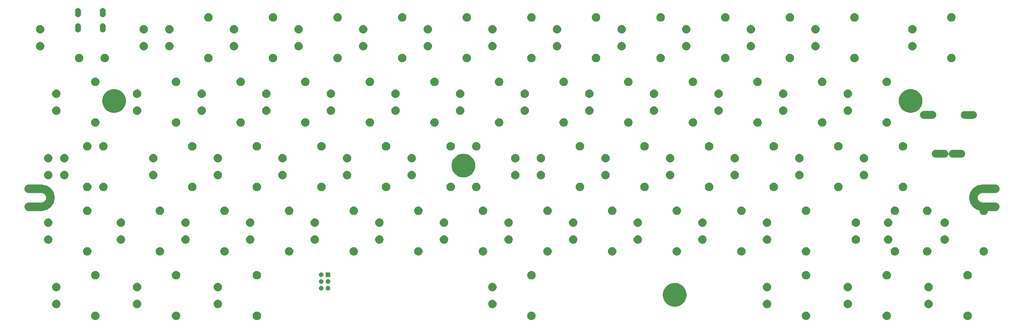
<source format=gbr>
G04 #@! TF.GenerationSoftware,KiCad,Pcbnew,(5.1.0)-1*
G04 #@! TF.CreationDate,2019-03-27T22:24:01+02:00*
G04 #@! TF.ProjectId,PROJECT,50524f4a-4543-4542-9e6b-696361645f70,rev?*
G04 #@! TF.SameCoordinates,Original*
G04 #@! TF.FileFunction,Soldermask,Top*
G04 #@! TF.FilePolarity,Negative*
%FSLAX46Y46*%
G04 Gerber Fmt 4.6, Leading zero omitted, Abs format (unit mm)*
G04 Created by KiCad (PCBNEW (5.1.0)-1) date 2019-03-27 22:24:01*
%MOMM*%
%LPD*%
G04 APERTURE LIST*
%ADD10C,2.501900*%
%ADD11C,0.100000*%
G04 APERTURE END LIST*
D10*
X47999900Y-88053490D02*
X51799900Y-88053490D01*
X51799900Y-88053490D02*
G75*
G03X54450850Y-85402540I0J2650950D01*
G01*
X54450850Y-85402540D02*
G75*
G03X51799900Y-82751590I-2650950J0D01*
G01*
X47999900Y-82751590D02*
X51799900Y-82751590D01*
X329199900Y-88053490D02*
X333049900Y-88053490D01*
X329199900Y-88053490D02*
G75*
G02X326548950Y-85402540I0J2650950D01*
G01*
X326548950Y-85402540D02*
G75*
G02X329199900Y-82751590I2650950J0D01*
G01*
X329199900Y-82751590D02*
X332999900Y-82751590D01*
D11*
G36*
X325205170Y-119098964D02*
G01*
X325432655Y-119193192D01*
X325432657Y-119193193D01*
X325637388Y-119329990D01*
X325811498Y-119504100D01*
X325948296Y-119708833D01*
X326042524Y-119936318D01*
X326090560Y-120177812D01*
X326090560Y-120424044D01*
X326042524Y-120665538D01*
X325948296Y-120893023D01*
X325948295Y-120893025D01*
X325811498Y-121097756D01*
X325637388Y-121271866D01*
X325432657Y-121408663D01*
X325432656Y-121408664D01*
X325432655Y-121408664D01*
X325205170Y-121502892D01*
X324963676Y-121550928D01*
X324717444Y-121550928D01*
X324475950Y-121502892D01*
X324248465Y-121408664D01*
X324248464Y-121408664D01*
X324248463Y-121408663D01*
X324043732Y-121271866D01*
X323869622Y-121097756D01*
X323732825Y-120893025D01*
X323732824Y-120893023D01*
X323638596Y-120665538D01*
X323590560Y-120424044D01*
X323590560Y-120177812D01*
X323638596Y-119936318D01*
X323732824Y-119708833D01*
X323869622Y-119504100D01*
X324043732Y-119329990D01*
X324248463Y-119193193D01*
X324248465Y-119193192D01*
X324475950Y-119098964D01*
X324717444Y-119050928D01*
X324963676Y-119050928D01*
X325205170Y-119098964D01*
X325205170Y-119098964D01*
G37*
G36*
X277577470Y-119098964D02*
G01*
X277804955Y-119193192D01*
X277804957Y-119193193D01*
X278009688Y-119329990D01*
X278183798Y-119504100D01*
X278320596Y-119708833D01*
X278414824Y-119936318D01*
X278462860Y-120177812D01*
X278462860Y-120424044D01*
X278414824Y-120665538D01*
X278320596Y-120893023D01*
X278320595Y-120893025D01*
X278183798Y-121097756D01*
X278009688Y-121271866D01*
X277804957Y-121408663D01*
X277804956Y-121408664D01*
X277804955Y-121408664D01*
X277577470Y-121502892D01*
X277335976Y-121550928D01*
X277089744Y-121550928D01*
X276848250Y-121502892D01*
X276620765Y-121408664D01*
X276620764Y-121408664D01*
X276620763Y-121408663D01*
X276416032Y-121271866D01*
X276241922Y-121097756D01*
X276105125Y-120893025D01*
X276105124Y-120893023D01*
X276010896Y-120665538D01*
X275962860Y-120424044D01*
X275962860Y-120177812D01*
X276010896Y-119936318D01*
X276105124Y-119708833D01*
X276241922Y-119504100D01*
X276416032Y-119329990D01*
X276620763Y-119193193D01*
X276620765Y-119193192D01*
X276848250Y-119098964D01*
X277089744Y-119050928D01*
X277335976Y-119050928D01*
X277577470Y-119098964D01*
X277577470Y-119098964D01*
G37*
G36*
X115652470Y-119098964D02*
G01*
X115879955Y-119193192D01*
X115879957Y-119193193D01*
X116084688Y-119329990D01*
X116258798Y-119504100D01*
X116395596Y-119708833D01*
X116489824Y-119936318D01*
X116537860Y-120177812D01*
X116537860Y-120424044D01*
X116489824Y-120665538D01*
X116395596Y-120893023D01*
X116395595Y-120893025D01*
X116258798Y-121097756D01*
X116084688Y-121271866D01*
X115879957Y-121408663D01*
X115879956Y-121408664D01*
X115879955Y-121408664D01*
X115652470Y-121502892D01*
X115410976Y-121550928D01*
X115164744Y-121550928D01*
X114923250Y-121502892D01*
X114695765Y-121408664D01*
X114695764Y-121408664D01*
X114695763Y-121408663D01*
X114491032Y-121271866D01*
X114316922Y-121097756D01*
X114180125Y-120893025D01*
X114180124Y-120893023D01*
X114085896Y-120665538D01*
X114037860Y-120424044D01*
X114037860Y-120177812D01*
X114085896Y-119936318D01*
X114180124Y-119708833D01*
X114316922Y-119504100D01*
X114491032Y-119329990D01*
X114695763Y-119193193D01*
X114695765Y-119193192D01*
X114923250Y-119098964D01*
X115164744Y-119050928D01*
X115410976Y-119050928D01*
X115652470Y-119098964D01*
X115652470Y-119098964D01*
G37*
G36*
X68027470Y-119098964D02*
G01*
X68254955Y-119193192D01*
X68254957Y-119193193D01*
X68459688Y-119329990D01*
X68633798Y-119504100D01*
X68770596Y-119708833D01*
X68864824Y-119936318D01*
X68912860Y-120177812D01*
X68912860Y-120424044D01*
X68864824Y-120665538D01*
X68770596Y-120893023D01*
X68770595Y-120893025D01*
X68633798Y-121097756D01*
X68459688Y-121271866D01*
X68254957Y-121408663D01*
X68254956Y-121408664D01*
X68254955Y-121408664D01*
X68027470Y-121502892D01*
X67785976Y-121550928D01*
X67539744Y-121550928D01*
X67298250Y-121502892D01*
X67070765Y-121408664D01*
X67070764Y-121408664D01*
X67070763Y-121408663D01*
X66866032Y-121271866D01*
X66691922Y-121097756D01*
X66555125Y-120893025D01*
X66555124Y-120893023D01*
X66460896Y-120665538D01*
X66412860Y-120424044D01*
X66412860Y-120177812D01*
X66460896Y-119936318D01*
X66555124Y-119708833D01*
X66691922Y-119504100D01*
X66866032Y-119329990D01*
X67070763Y-119193193D01*
X67070765Y-119193192D01*
X67298250Y-119098964D01*
X67539744Y-119050928D01*
X67785976Y-119050928D01*
X68027470Y-119098964D01*
X68027470Y-119098964D01*
G37*
G36*
X91839970Y-119098964D02*
G01*
X92067455Y-119193192D01*
X92067457Y-119193193D01*
X92272188Y-119329990D01*
X92446298Y-119504100D01*
X92583096Y-119708833D01*
X92677324Y-119936318D01*
X92725360Y-120177812D01*
X92725360Y-120424044D01*
X92677324Y-120665538D01*
X92583096Y-120893023D01*
X92583095Y-120893025D01*
X92446298Y-121097756D01*
X92272188Y-121271866D01*
X92067457Y-121408663D01*
X92067456Y-121408664D01*
X92067455Y-121408664D01*
X91839970Y-121502892D01*
X91598476Y-121550928D01*
X91352244Y-121550928D01*
X91110750Y-121502892D01*
X90883265Y-121408664D01*
X90883264Y-121408664D01*
X90883263Y-121408663D01*
X90678532Y-121271866D01*
X90504422Y-121097756D01*
X90367625Y-120893025D01*
X90367624Y-120893023D01*
X90273396Y-120665538D01*
X90225360Y-120424044D01*
X90225360Y-120177812D01*
X90273396Y-119936318D01*
X90367624Y-119708833D01*
X90504422Y-119504100D01*
X90678532Y-119329990D01*
X90883263Y-119193193D01*
X90883265Y-119193192D01*
X91110750Y-119098964D01*
X91352244Y-119050928D01*
X91598476Y-119050928D01*
X91839970Y-119098964D01*
X91839970Y-119098964D01*
G37*
G36*
X196614970Y-119098964D02*
G01*
X196842455Y-119193192D01*
X196842457Y-119193193D01*
X197047188Y-119329990D01*
X197221298Y-119504100D01*
X197358096Y-119708833D01*
X197452324Y-119936318D01*
X197500360Y-120177812D01*
X197500360Y-120424044D01*
X197452324Y-120665538D01*
X197358096Y-120893023D01*
X197358095Y-120893025D01*
X197221298Y-121097756D01*
X197047188Y-121271866D01*
X196842457Y-121408663D01*
X196842456Y-121408664D01*
X196842455Y-121408664D01*
X196614970Y-121502892D01*
X196373476Y-121550928D01*
X196127244Y-121550928D01*
X195885750Y-121502892D01*
X195658265Y-121408664D01*
X195658264Y-121408664D01*
X195658263Y-121408663D01*
X195453532Y-121271866D01*
X195279422Y-121097756D01*
X195142625Y-120893025D01*
X195142624Y-120893023D01*
X195048396Y-120665538D01*
X195000360Y-120424044D01*
X195000360Y-120177812D01*
X195048396Y-119936318D01*
X195142624Y-119708833D01*
X195279422Y-119504100D01*
X195453532Y-119329990D01*
X195658263Y-119193193D01*
X195658265Y-119193192D01*
X195885750Y-119098964D01*
X196127244Y-119050928D01*
X196373476Y-119050928D01*
X196614970Y-119098964D01*
X196614970Y-119098964D01*
G37*
G36*
X301389970Y-119098964D02*
G01*
X301617455Y-119193192D01*
X301617457Y-119193193D01*
X301822188Y-119329990D01*
X301996298Y-119504100D01*
X302133096Y-119708833D01*
X302227324Y-119936318D01*
X302275360Y-120177812D01*
X302275360Y-120424044D01*
X302227324Y-120665538D01*
X302133096Y-120893023D01*
X302133095Y-120893025D01*
X301996298Y-121097756D01*
X301822188Y-121271866D01*
X301617457Y-121408663D01*
X301617456Y-121408664D01*
X301617455Y-121408664D01*
X301389970Y-121502892D01*
X301148476Y-121550928D01*
X300902244Y-121550928D01*
X300660750Y-121502892D01*
X300433265Y-121408664D01*
X300433264Y-121408664D01*
X300433263Y-121408663D01*
X300228532Y-121271866D01*
X300054422Y-121097756D01*
X299917625Y-120893025D01*
X299917624Y-120893023D01*
X299823396Y-120665538D01*
X299775360Y-120424044D01*
X299775360Y-120177812D01*
X299823396Y-119936318D01*
X299917624Y-119708833D01*
X300054422Y-119504100D01*
X300228532Y-119329990D01*
X300433263Y-119193193D01*
X300433265Y-119193192D01*
X300660750Y-119098964D01*
X300902244Y-119050928D01*
X301148476Y-119050928D01*
X301389970Y-119098964D01*
X301389970Y-119098964D01*
G37*
G36*
X289889970Y-115598976D02*
G01*
X290117455Y-115693204D01*
X290117457Y-115693205D01*
X290322188Y-115830002D01*
X290496298Y-116004112D01*
X290633096Y-116208845D01*
X290727324Y-116436330D01*
X290775360Y-116677824D01*
X290775360Y-116924056D01*
X290727324Y-117165550D01*
X290633096Y-117393035D01*
X290633095Y-117393037D01*
X290496298Y-117597768D01*
X290322188Y-117771878D01*
X290117457Y-117908675D01*
X290117456Y-117908676D01*
X290117455Y-117908676D01*
X289889970Y-118002904D01*
X289648476Y-118050940D01*
X289402244Y-118050940D01*
X289160750Y-118002904D01*
X288933265Y-117908676D01*
X288933264Y-117908676D01*
X288933263Y-117908675D01*
X288728532Y-117771878D01*
X288554422Y-117597768D01*
X288417625Y-117393037D01*
X288417624Y-117393035D01*
X288323396Y-117165550D01*
X288275360Y-116924056D01*
X288275360Y-116677824D01*
X288323396Y-116436330D01*
X288417624Y-116208845D01*
X288554422Y-116004112D01*
X288728532Y-115830002D01*
X288933263Y-115693205D01*
X288933265Y-115693204D01*
X289160750Y-115598976D01*
X289402244Y-115550940D01*
X289648476Y-115550940D01*
X289889970Y-115598976D01*
X289889970Y-115598976D01*
G37*
G36*
X80339970Y-115598976D02*
G01*
X80567455Y-115693204D01*
X80567457Y-115693205D01*
X80772188Y-115830002D01*
X80946298Y-116004112D01*
X81083096Y-116208845D01*
X81177324Y-116436330D01*
X81225360Y-116677824D01*
X81225360Y-116924056D01*
X81177324Y-117165550D01*
X81083096Y-117393035D01*
X81083095Y-117393037D01*
X80946298Y-117597768D01*
X80772188Y-117771878D01*
X80567457Y-117908675D01*
X80567456Y-117908676D01*
X80567455Y-117908676D01*
X80339970Y-118002904D01*
X80098476Y-118050940D01*
X79852244Y-118050940D01*
X79610750Y-118002904D01*
X79383265Y-117908676D01*
X79383264Y-117908676D01*
X79383263Y-117908675D01*
X79178532Y-117771878D01*
X79004422Y-117597768D01*
X78867625Y-117393037D01*
X78867624Y-117393035D01*
X78773396Y-117165550D01*
X78725360Y-116924056D01*
X78725360Y-116677824D01*
X78773396Y-116436330D01*
X78867624Y-116208845D01*
X79004422Y-116004112D01*
X79178532Y-115830002D01*
X79383263Y-115693205D01*
X79383265Y-115693204D01*
X79610750Y-115598976D01*
X79852244Y-115550940D01*
X80098476Y-115550940D01*
X80339970Y-115598976D01*
X80339970Y-115598976D01*
G37*
G36*
X56527470Y-115598976D02*
G01*
X56754955Y-115693204D01*
X56754957Y-115693205D01*
X56959688Y-115830002D01*
X57133798Y-116004112D01*
X57270596Y-116208845D01*
X57364824Y-116436330D01*
X57412860Y-116677824D01*
X57412860Y-116924056D01*
X57364824Y-117165550D01*
X57270596Y-117393035D01*
X57270595Y-117393037D01*
X57133798Y-117597768D01*
X56959688Y-117771878D01*
X56754957Y-117908675D01*
X56754956Y-117908676D01*
X56754955Y-117908676D01*
X56527470Y-118002904D01*
X56285976Y-118050940D01*
X56039744Y-118050940D01*
X55798250Y-118002904D01*
X55570765Y-117908676D01*
X55570764Y-117908676D01*
X55570763Y-117908675D01*
X55366032Y-117771878D01*
X55191922Y-117597768D01*
X55055125Y-117393037D01*
X55055124Y-117393035D01*
X54960896Y-117165550D01*
X54912860Y-116924056D01*
X54912860Y-116677824D01*
X54960896Y-116436330D01*
X55055124Y-116208845D01*
X55191922Y-116004112D01*
X55366032Y-115830002D01*
X55570763Y-115693205D01*
X55570765Y-115693204D01*
X55798250Y-115598976D01*
X56039744Y-115550940D01*
X56285976Y-115550940D01*
X56527470Y-115598976D01*
X56527470Y-115598976D01*
G37*
G36*
X104152470Y-115598976D02*
G01*
X104379955Y-115693204D01*
X104379957Y-115693205D01*
X104584688Y-115830002D01*
X104758798Y-116004112D01*
X104895596Y-116208845D01*
X104989824Y-116436330D01*
X105037860Y-116677824D01*
X105037860Y-116924056D01*
X104989824Y-117165550D01*
X104895596Y-117393035D01*
X104895595Y-117393037D01*
X104758798Y-117597768D01*
X104584688Y-117771878D01*
X104379957Y-117908675D01*
X104379956Y-117908676D01*
X104379955Y-117908676D01*
X104152470Y-118002904D01*
X103910976Y-118050940D01*
X103664744Y-118050940D01*
X103423250Y-118002904D01*
X103195765Y-117908676D01*
X103195764Y-117908676D01*
X103195763Y-117908675D01*
X102991032Y-117771878D01*
X102816922Y-117597768D01*
X102680125Y-117393037D01*
X102680124Y-117393035D01*
X102585896Y-117165550D01*
X102537860Y-116924056D01*
X102537860Y-116677824D01*
X102585896Y-116436330D01*
X102680124Y-116208845D01*
X102816922Y-116004112D01*
X102991032Y-115830002D01*
X103195763Y-115693205D01*
X103195765Y-115693204D01*
X103423250Y-115598976D01*
X103664744Y-115550940D01*
X103910976Y-115550940D01*
X104152470Y-115598976D01*
X104152470Y-115598976D01*
G37*
G36*
X185114970Y-115598976D02*
G01*
X185342455Y-115693204D01*
X185342457Y-115693205D01*
X185547188Y-115830002D01*
X185721298Y-116004112D01*
X185858096Y-116208845D01*
X185952324Y-116436330D01*
X186000360Y-116677824D01*
X186000360Y-116924056D01*
X185952324Y-117165550D01*
X185858096Y-117393035D01*
X185858095Y-117393037D01*
X185721298Y-117597768D01*
X185547188Y-117771878D01*
X185342457Y-117908675D01*
X185342456Y-117908676D01*
X185342455Y-117908676D01*
X185114970Y-118002904D01*
X184873476Y-118050940D01*
X184627244Y-118050940D01*
X184385750Y-118002904D01*
X184158265Y-117908676D01*
X184158264Y-117908676D01*
X184158263Y-117908675D01*
X183953532Y-117771878D01*
X183779422Y-117597768D01*
X183642625Y-117393037D01*
X183642624Y-117393035D01*
X183548396Y-117165550D01*
X183500360Y-116924056D01*
X183500360Y-116677824D01*
X183548396Y-116436330D01*
X183642624Y-116208845D01*
X183779422Y-116004112D01*
X183953532Y-115830002D01*
X184158263Y-115693205D01*
X184158265Y-115693204D01*
X184385750Y-115598976D01*
X184627244Y-115550940D01*
X184873476Y-115550940D01*
X185114970Y-115598976D01*
X185114970Y-115598976D01*
G37*
G36*
X313705170Y-115598976D02*
G01*
X313932655Y-115693204D01*
X313932657Y-115693205D01*
X314137388Y-115830002D01*
X314311498Y-116004112D01*
X314448296Y-116208845D01*
X314542524Y-116436330D01*
X314590560Y-116677824D01*
X314590560Y-116924056D01*
X314542524Y-117165550D01*
X314448296Y-117393035D01*
X314448295Y-117393037D01*
X314311498Y-117597768D01*
X314137388Y-117771878D01*
X313932657Y-117908675D01*
X313932656Y-117908676D01*
X313932655Y-117908676D01*
X313705170Y-118002904D01*
X313463676Y-118050940D01*
X313217444Y-118050940D01*
X312975950Y-118002904D01*
X312748465Y-117908676D01*
X312748464Y-117908676D01*
X312748463Y-117908675D01*
X312543732Y-117771878D01*
X312369622Y-117597768D01*
X312232825Y-117393037D01*
X312232824Y-117393035D01*
X312138596Y-117165550D01*
X312090560Y-116924056D01*
X312090560Y-116677824D01*
X312138596Y-116436330D01*
X312232824Y-116208845D01*
X312369622Y-116004112D01*
X312543732Y-115830002D01*
X312748463Y-115693205D01*
X312748465Y-115693204D01*
X312975950Y-115598976D01*
X313217444Y-115550940D01*
X313463676Y-115550940D01*
X313705170Y-115598976D01*
X313705170Y-115598976D01*
G37*
G36*
X266077470Y-115598976D02*
G01*
X266304955Y-115693204D01*
X266304957Y-115693205D01*
X266509688Y-115830002D01*
X266683798Y-116004112D01*
X266820596Y-116208845D01*
X266914824Y-116436330D01*
X266962860Y-116677824D01*
X266962860Y-116924056D01*
X266914824Y-117165550D01*
X266820596Y-117393035D01*
X266820595Y-117393037D01*
X266683798Y-117597768D01*
X266509688Y-117771878D01*
X266304957Y-117908675D01*
X266304956Y-117908676D01*
X266304955Y-117908676D01*
X266077470Y-118002904D01*
X265835976Y-118050940D01*
X265589744Y-118050940D01*
X265348250Y-118002904D01*
X265120765Y-117908676D01*
X265120764Y-117908676D01*
X265120763Y-117908675D01*
X264916032Y-117771878D01*
X264741922Y-117597768D01*
X264605125Y-117393037D01*
X264605124Y-117393035D01*
X264510896Y-117165550D01*
X264462860Y-116924056D01*
X264462860Y-116677824D01*
X264510896Y-116436330D01*
X264605124Y-116208845D01*
X264741922Y-116004112D01*
X264916032Y-115830002D01*
X265120763Y-115693205D01*
X265120765Y-115693204D01*
X265348250Y-115598976D01*
X265589744Y-115550940D01*
X265835976Y-115550940D01*
X266077470Y-115598976D01*
X266077470Y-115598976D01*
G37*
G36*
X238933546Y-110620106D02*
G01*
X239520847Y-110736927D01*
X240157829Y-111000774D01*
X240731097Y-111383819D01*
X241218621Y-111871343D01*
X241601666Y-112444611D01*
X241865513Y-113081593D01*
X242000020Y-113757808D01*
X242000020Y-114447272D01*
X241865513Y-115123487D01*
X241601666Y-115760469D01*
X241218621Y-116333737D01*
X240731097Y-116821261D01*
X240157829Y-117204306D01*
X239520847Y-117468153D01*
X238940859Y-117583519D01*
X238844633Y-117602660D01*
X238155167Y-117602660D01*
X238058941Y-117583519D01*
X237478953Y-117468153D01*
X236841971Y-117204306D01*
X236268703Y-116821261D01*
X235781179Y-116333737D01*
X235398134Y-115760469D01*
X235134287Y-115123487D01*
X234999780Y-114447272D01*
X234999780Y-113757808D01*
X235134287Y-113081593D01*
X235398134Y-112444611D01*
X235781179Y-111871343D01*
X236268703Y-111383819D01*
X236841971Y-111000774D01*
X237478953Y-110736927D01*
X238066254Y-110620106D01*
X238155167Y-110602420D01*
X238844633Y-110602420D01*
X238933546Y-110620106D01*
X238933546Y-110620106D01*
G37*
G36*
X80339970Y-110598976D02*
G01*
X80567455Y-110693204D01*
X80567457Y-110693205D01*
X80632893Y-110736928D01*
X80772188Y-110830002D01*
X80946298Y-111004112D01*
X81083096Y-111208845D01*
X81177324Y-111436330D01*
X81225360Y-111677824D01*
X81225360Y-111924056D01*
X81177324Y-112165550D01*
X81083096Y-112393035D01*
X81083095Y-112393037D01*
X80946298Y-112597768D01*
X80772188Y-112771878D01*
X80567457Y-112908675D01*
X80567456Y-112908676D01*
X80567455Y-112908676D01*
X80339970Y-113002904D01*
X80098476Y-113050940D01*
X79852244Y-113050940D01*
X79610750Y-113002904D01*
X79383265Y-112908676D01*
X79383264Y-112908676D01*
X79383263Y-112908675D01*
X79178532Y-112771878D01*
X79004422Y-112597768D01*
X78867625Y-112393037D01*
X78867624Y-112393035D01*
X78773396Y-112165550D01*
X78725360Y-111924056D01*
X78725360Y-111677824D01*
X78773396Y-111436330D01*
X78867624Y-111208845D01*
X79004422Y-111004112D01*
X79178532Y-110830002D01*
X79317827Y-110736928D01*
X79383263Y-110693205D01*
X79383265Y-110693204D01*
X79610750Y-110598976D01*
X79852244Y-110550940D01*
X80098476Y-110550940D01*
X80339970Y-110598976D01*
X80339970Y-110598976D01*
G37*
G36*
X56527470Y-110598976D02*
G01*
X56754955Y-110693204D01*
X56754957Y-110693205D01*
X56820393Y-110736928D01*
X56959688Y-110830002D01*
X57133798Y-111004112D01*
X57270596Y-111208845D01*
X57364824Y-111436330D01*
X57412860Y-111677824D01*
X57412860Y-111924056D01*
X57364824Y-112165550D01*
X57270596Y-112393035D01*
X57270595Y-112393037D01*
X57133798Y-112597768D01*
X56959688Y-112771878D01*
X56754957Y-112908675D01*
X56754956Y-112908676D01*
X56754955Y-112908676D01*
X56527470Y-113002904D01*
X56285976Y-113050940D01*
X56039744Y-113050940D01*
X55798250Y-113002904D01*
X55570765Y-112908676D01*
X55570764Y-112908676D01*
X55570763Y-112908675D01*
X55366032Y-112771878D01*
X55191922Y-112597768D01*
X55055125Y-112393037D01*
X55055124Y-112393035D01*
X54960896Y-112165550D01*
X54912860Y-111924056D01*
X54912860Y-111677824D01*
X54960896Y-111436330D01*
X55055124Y-111208845D01*
X55191922Y-111004112D01*
X55366032Y-110830002D01*
X55505327Y-110736928D01*
X55570763Y-110693205D01*
X55570765Y-110693204D01*
X55798250Y-110598976D01*
X56039744Y-110550940D01*
X56285976Y-110550940D01*
X56527470Y-110598976D01*
X56527470Y-110598976D01*
G37*
G36*
X289889970Y-110598976D02*
G01*
X290117455Y-110693204D01*
X290117457Y-110693205D01*
X290182893Y-110736928D01*
X290322188Y-110830002D01*
X290496298Y-111004112D01*
X290633096Y-111208845D01*
X290727324Y-111436330D01*
X290775360Y-111677824D01*
X290775360Y-111924056D01*
X290727324Y-112165550D01*
X290633096Y-112393035D01*
X290633095Y-112393037D01*
X290496298Y-112597768D01*
X290322188Y-112771878D01*
X290117457Y-112908675D01*
X290117456Y-112908676D01*
X290117455Y-112908676D01*
X289889970Y-113002904D01*
X289648476Y-113050940D01*
X289402244Y-113050940D01*
X289160750Y-113002904D01*
X288933265Y-112908676D01*
X288933264Y-112908676D01*
X288933263Y-112908675D01*
X288728532Y-112771878D01*
X288554422Y-112597768D01*
X288417625Y-112393037D01*
X288417624Y-112393035D01*
X288323396Y-112165550D01*
X288275360Y-111924056D01*
X288275360Y-111677824D01*
X288323396Y-111436330D01*
X288417624Y-111208845D01*
X288554422Y-111004112D01*
X288728532Y-110830002D01*
X288867827Y-110736928D01*
X288933263Y-110693205D01*
X288933265Y-110693204D01*
X289160750Y-110598976D01*
X289402244Y-110550940D01*
X289648476Y-110550940D01*
X289889970Y-110598976D01*
X289889970Y-110598976D01*
G37*
G36*
X104152470Y-110598976D02*
G01*
X104379955Y-110693204D01*
X104379957Y-110693205D01*
X104445393Y-110736928D01*
X104584688Y-110830002D01*
X104758798Y-111004112D01*
X104895596Y-111208845D01*
X104989824Y-111436330D01*
X105037860Y-111677824D01*
X105037860Y-111924056D01*
X104989824Y-112165550D01*
X104895596Y-112393035D01*
X104895595Y-112393037D01*
X104758798Y-112597768D01*
X104584688Y-112771878D01*
X104379957Y-112908675D01*
X104379956Y-112908676D01*
X104379955Y-112908676D01*
X104152470Y-113002904D01*
X103910976Y-113050940D01*
X103664744Y-113050940D01*
X103423250Y-113002904D01*
X103195765Y-112908676D01*
X103195764Y-112908676D01*
X103195763Y-112908675D01*
X102991032Y-112771878D01*
X102816922Y-112597768D01*
X102680125Y-112393037D01*
X102680124Y-112393035D01*
X102585896Y-112165550D01*
X102537860Y-111924056D01*
X102537860Y-111677824D01*
X102585896Y-111436330D01*
X102680124Y-111208845D01*
X102816922Y-111004112D01*
X102991032Y-110830002D01*
X103130327Y-110736928D01*
X103195763Y-110693205D01*
X103195765Y-110693204D01*
X103423250Y-110598976D01*
X103664744Y-110550940D01*
X103910976Y-110550940D01*
X104152470Y-110598976D01*
X104152470Y-110598976D01*
G37*
G36*
X313705170Y-110598976D02*
G01*
X313932655Y-110693204D01*
X313932657Y-110693205D01*
X313998093Y-110736928D01*
X314137388Y-110830002D01*
X314311498Y-111004112D01*
X314448296Y-111208845D01*
X314542524Y-111436330D01*
X314590560Y-111677824D01*
X314590560Y-111924056D01*
X314542524Y-112165550D01*
X314448296Y-112393035D01*
X314448295Y-112393037D01*
X314311498Y-112597768D01*
X314137388Y-112771878D01*
X313932657Y-112908675D01*
X313932656Y-112908676D01*
X313932655Y-112908676D01*
X313705170Y-113002904D01*
X313463676Y-113050940D01*
X313217444Y-113050940D01*
X312975950Y-113002904D01*
X312748465Y-112908676D01*
X312748464Y-112908676D01*
X312748463Y-112908675D01*
X312543732Y-112771878D01*
X312369622Y-112597768D01*
X312232825Y-112393037D01*
X312232824Y-112393035D01*
X312138596Y-112165550D01*
X312090560Y-111924056D01*
X312090560Y-111677824D01*
X312138596Y-111436330D01*
X312232824Y-111208845D01*
X312369622Y-111004112D01*
X312543732Y-110830002D01*
X312683027Y-110736928D01*
X312748463Y-110693205D01*
X312748465Y-110693204D01*
X312975950Y-110598976D01*
X313217444Y-110550940D01*
X313463676Y-110550940D01*
X313705170Y-110598976D01*
X313705170Y-110598976D01*
G37*
G36*
X185114970Y-110598976D02*
G01*
X185342455Y-110693204D01*
X185342457Y-110693205D01*
X185407893Y-110736928D01*
X185547188Y-110830002D01*
X185721298Y-111004112D01*
X185858096Y-111208845D01*
X185952324Y-111436330D01*
X186000360Y-111677824D01*
X186000360Y-111924056D01*
X185952324Y-112165550D01*
X185858096Y-112393035D01*
X185858095Y-112393037D01*
X185721298Y-112597768D01*
X185547188Y-112771878D01*
X185342457Y-112908675D01*
X185342456Y-112908676D01*
X185342455Y-112908676D01*
X185114970Y-113002904D01*
X184873476Y-113050940D01*
X184627244Y-113050940D01*
X184385750Y-113002904D01*
X184158265Y-112908676D01*
X184158264Y-112908676D01*
X184158263Y-112908675D01*
X183953532Y-112771878D01*
X183779422Y-112597768D01*
X183642625Y-112393037D01*
X183642624Y-112393035D01*
X183548396Y-112165550D01*
X183500360Y-111924056D01*
X183500360Y-111677824D01*
X183548396Y-111436330D01*
X183642624Y-111208845D01*
X183779422Y-111004112D01*
X183953532Y-110830002D01*
X184092827Y-110736928D01*
X184158263Y-110693205D01*
X184158265Y-110693204D01*
X184385750Y-110598976D01*
X184627244Y-110550940D01*
X184873476Y-110550940D01*
X185114970Y-110598976D01*
X185114970Y-110598976D01*
G37*
G36*
X266077470Y-110598976D02*
G01*
X266304955Y-110693204D01*
X266304957Y-110693205D01*
X266370393Y-110736928D01*
X266509688Y-110830002D01*
X266683798Y-111004112D01*
X266820596Y-111208845D01*
X266914824Y-111436330D01*
X266962860Y-111677824D01*
X266962860Y-111924056D01*
X266914824Y-112165550D01*
X266820596Y-112393035D01*
X266820595Y-112393037D01*
X266683798Y-112597768D01*
X266509688Y-112771878D01*
X266304957Y-112908675D01*
X266304956Y-112908676D01*
X266304955Y-112908676D01*
X266077470Y-113002904D01*
X265835976Y-113050940D01*
X265589744Y-113050940D01*
X265348250Y-113002904D01*
X265120765Y-112908676D01*
X265120764Y-112908676D01*
X265120763Y-112908675D01*
X264916032Y-112771878D01*
X264741922Y-112597768D01*
X264605125Y-112393037D01*
X264605124Y-112393035D01*
X264510896Y-112165550D01*
X264462860Y-111924056D01*
X264462860Y-111677824D01*
X264510896Y-111436330D01*
X264605124Y-111208845D01*
X264741922Y-111004112D01*
X264916032Y-110830002D01*
X265055327Y-110736928D01*
X265120763Y-110693205D01*
X265120765Y-110693204D01*
X265348250Y-110598976D01*
X265589744Y-110550940D01*
X265835976Y-110550940D01*
X266077470Y-110598976D01*
X266077470Y-110598976D01*
G37*
G36*
X136390623Y-111475267D02*
G01*
X136517861Y-111513864D01*
X136635124Y-111576542D01*
X136737906Y-111660894D01*
X136822258Y-111763676D01*
X136884936Y-111880939D01*
X136923533Y-112008177D01*
X136936566Y-112140500D01*
X136923533Y-112272823D01*
X136884936Y-112400061D01*
X136822258Y-112517324D01*
X136737906Y-112620106D01*
X136635124Y-112704458D01*
X136517861Y-112767136D01*
X136390623Y-112805733D01*
X136291459Y-112815500D01*
X136225141Y-112815500D01*
X136125977Y-112805733D01*
X135998739Y-112767136D01*
X135881476Y-112704458D01*
X135778694Y-112620106D01*
X135694342Y-112517324D01*
X135631664Y-112400061D01*
X135593067Y-112272823D01*
X135580034Y-112140500D01*
X135593067Y-112008177D01*
X135631664Y-111880939D01*
X135694342Y-111763676D01*
X135778694Y-111660894D01*
X135881476Y-111576542D01*
X135998739Y-111513864D01*
X136125977Y-111475267D01*
X136225141Y-111465500D01*
X136291459Y-111465500D01*
X136390623Y-111475267D01*
X136390623Y-111475267D01*
G37*
G36*
X134390623Y-111475267D02*
G01*
X134517861Y-111513864D01*
X134635124Y-111576542D01*
X134737906Y-111660894D01*
X134822258Y-111763676D01*
X134884936Y-111880939D01*
X134923533Y-112008177D01*
X134936566Y-112140500D01*
X134923533Y-112272823D01*
X134884936Y-112400061D01*
X134822258Y-112517324D01*
X134737906Y-112620106D01*
X134635124Y-112704458D01*
X134517861Y-112767136D01*
X134390623Y-112805733D01*
X134291459Y-112815500D01*
X134225141Y-112815500D01*
X134125977Y-112805733D01*
X133998739Y-112767136D01*
X133881476Y-112704458D01*
X133778694Y-112620106D01*
X133694342Y-112517324D01*
X133631664Y-112400061D01*
X133593067Y-112272823D01*
X133580034Y-112140500D01*
X133593067Y-112008177D01*
X133631664Y-111880939D01*
X133694342Y-111763676D01*
X133778694Y-111660894D01*
X133881476Y-111576542D01*
X133998739Y-111513864D01*
X134125977Y-111475267D01*
X134225141Y-111465500D01*
X134291459Y-111465500D01*
X134390623Y-111475267D01*
X134390623Y-111475267D01*
G37*
G36*
X134390623Y-109475267D02*
G01*
X134517861Y-109513864D01*
X134635124Y-109576542D01*
X134737906Y-109660894D01*
X134822258Y-109763676D01*
X134884936Y-109880939D01*
X134923533Y-110008177D01*
X134936566Y-110140500D01*
X134923533Y-110272823D01*
X134884936Y-110400061D01*
X134822258Y-110517324D01*
X134737906Y-110620106D01*
X134635124Y-110704458D01*
X134517861Y-110767136D01*
X134390623Y-110805733D01*
X134291459Y-110815500D01*
X134225141Y-110815500D01*
X134125977Y-110805733D01*
X133998739Y-110767136D01*
X133881476Y-110704458D01*
X133778694Y-110620106D01*
X133694342Y-110517324D01*
X133631664Y-110400061D01*
X133593067Y-110272823D01*
X133580034Y-110140500D01*
X133593067Y-110008177D01*
X133631664Y-109880939D01*
X133694342Y-109763676D01*
X133778694Y-109660894D01*
X133881476Y-109576542D01*
X133998739Y-109513864D01*
X134125977Y-109475267D01*
X134225141Y-109465500D01*
X134291459Y-109465500D01*
X134390623Y-109475267D01*
X134390623Y-109475267D01*
G37*
G36*
X136390623Y-109475267D02*
G01*
X136517861Y-109513864D01*
X136635124Y-109576542D01*
X136737906Y-109660894D01*
X136822258Y-109763676D01*
X136884936Y-109880939D01*
X136923533Y-110008177D01*
X136936566Y-110140500D01*
X136923533Y-110272823D01*
X136884936Y-110400061D01*
X136822258Y-110517324D01*
X136737906Y-110620106D01*
X136635124Y-110704458D01*
X136517861Y-110767136D01*
X136390623Y-110805733D01*
X136291459Y-110815500D01*
X136225141Y-110815500D01*
X136125977Y-110805733D01*
X135998739Y-110767136D01*
X135881476Y-110704458D01*
X135778694Y-110620106D01*
X135694342Y-110517324D01*
X135631664Y-110400061D01*
X135593067Y-110272823D01*
X135580034Y-110140500D01*
X135593067Y-110008177D01*
X135631664Y-109880939D01*
X135694342Y-109763676D01*
X135778694Y-109660894D01*
X135881476Y-109576542D01*
X135998739Y-109513864D01*
X136125977Y-109475267D01*
X136225141Y-109465500D01*
X136291459Y-109465500D01*
X136390623Y-109475267D01*
X136390623Y-109475267D01*
G37*
G36*
X196614970Y-107098988D02*
G01*
X196842455Y-107193216D01*
X196842457Y-107193217D01*
X197047188Y-107330014D01*
X197221298Y-107504124D01*
X197358096Y-107708857D01*
X197452324Y-107936342D01*
X197500360Y-108177836D01*
X197500360Y-108424068D01*
X197452324Y-108665562D01*
X197410250Y-108767136D01*
X197358095Y-108893049D01*
X197221298Y-109097780D01*
X197047188Y-109271890D01*
X196842457Y-109408687D01*
X196842456Y-109408688D01*
X196842455Y-109408688D01*
X196614970Y-109502916D01*
X196373476Y-109550952D01*
X196127244Y-109550952D01*
X195885750Y-109502916D01*
X195658265Y-109408688D01*
X195658264Y-109408688D01*
X195658263Y-109408687D01*
X195453532Y-109271890D01*
X195279422Y-109097780D01*
X195142625Y-108893049D01*
X195090470Y-108767136D01*
X195048396Y-108665562D01*
X195000360Y-108424068D01*
X195000360Y-108177836D01*
X195048396Y-107936342D01*
X195142624Y-107708857D01*
X195279422Y-107504124D01*
X195453532Y-107330014D01*
X195658263Y-107193217D01*
X195658265Y-107193216D01*
X195885750Y-107098988D01*
X196127244Y-107050952D01*
X196373476Y-107050952D01*
X196614970Y-107098988D01*
X196614970Y-107098988D01*
G37*
G36*
X91839970Y-107098988D02*
G01*
X92067455Y-107193216D01*
X92067457Y-107193217D01*
X92272188Y-107330014D01*
X92446298Y-107504124D01*
X92583096Y-107708857D01*
X92677324Y-107936342D01*
X92725360Y-108177836D01*
X92725360Y-108424068D01*
X92677324Y-108665562D01*
X92635250Y-108767136D01*
X92583095Y-108893049D01*
X92446298Y-109097780D01*
X92272188Y-109271890D01*
X92067457Y-109408687D01*
X92067456Y-109408688D01*
X92067455Y-109408688D01*
X91839970Y-109502916D01*
X91598476Y-109550952D01*
X91352244Y-109550952D01*
X91110750Y-109502916D01*
X90883265Y-109408688D01*
X90883264Y-109408688D01*
X90883263Y-109408687D01*
X90678532Y-109271890D01*
X90504422Y-109097780D01*
X90367625Y-108893049D01*
X90315470Y-108767136D01*
X90273396Y-108665562D01*
X90225360Y-108424068D01*
X90225360Y-108177836D01*
X90273396Y-107936342D01*
X90367624Y-107708857D01*
X90504422Y-107504124D01*
X90678532Y-107330014D01*
X90883263Y-107193217D01*
X90883265Y-107193216D01*
X91110750Y-107098988D01*
X91352244Y-107050952D01*
X91598476Y-107050952D01*
X91839970Y-107098988D01*
X91839970Y-107098988D01*
G37*
G36*
X68027470Y-107098988D02*
G01*
X68254955Y-107193216D01*
X68254957Y-107193217D01*
X68459688Y-107330014D01*
X68633798Y-107504124D01*
X68770596Y-107708857D01*
X68864824Y-107936342D01*
X68912860Y-108177836D01*
X68912860Y-108424068D01*
X68864824Y-108665562D01*
X68822750Y-108767136D01*
X68770595Y-108893049D01*
X68633798Y-109097780D01*
X68459688Y-109271890D01*
X68254957Y-109408687D01*
X68254956Y-109408688D01*
X68254955Y-109408688D01*
X68027470Y-109502916D01*
X67785976Y-109550952D01*
X67539744Y-109550952D01*
X67298250Y-109502916D01*
X67070765Y-109408688D01*
X67070764Y-109408688D01*
X67070763Y-109408687D01*
X66866032Y-109271890D01*
X66691922Y-109097780D01*
X66555125Y-108893049D01*
X66502970Y-108767136D01*
X66460896Y-108665562D01*
X66412860Y-108424068D01*
X66412860Y-108177836D01*
X66460896Y-107936342D01*
X66555124Y-107708857D01*
X66691922Y-107504124D01*
X66866032Y-107330014D01*
X67070763Y-107193217D01*
X67070765Y-107193216D01*
X67298250Y-107098988D01*
X67539744Y-107050952D01*
X67785976Y-107050952D01*
X68027470Y-107098988D01*
X68027470Y-107098988D01*
G37*
G36*
X301389970Y-107098988D02*
G01*
X301617455Y-107193216D01*
X301617457Y-107193217D01*
X301822188Y-107330014D01*
X301996298Y-107504124D01*
X302133096Y-107708857D01*
X302227324Y-107936342D01*
X302275360Y-108177836D01*
X302275360Y-108424068D01*
X302227324Y-108665562D01*
X302185250Y-108767136D01*
X302133095Y-108893049D01*
X301996298Y-109097780D01*
X301822188Y-109271890D01*
X301617457Y-109408687D01*
X301617456Y-109408688D01*
X301617455Y-109408688D01*
X301389970Y-109502916D01*
X301148476Y-109550952D01*
X300902244Y-109550952D01*
X300660750Y-109502916D01*
X300433265Y-109408688D01*
X300433264Y-109408688D01*
X300433263Y-109408687D01*
X300228532Y-109271890D01*
X300054422Y-109097780D01*
X299917625Y-108893049D01*
X299865470Y-108767136D01*
X299823396Y-108665562D01*
X299775360Y-108424068D01*
X299775360Y-108177836D01*
X299823396Y-107936342D01*
X299917624Y-107708857D01*
X300054422Y-107504124D01*
X300228532Y-107330014D01*
X300433263Y-107193217D01*
X300433265Y-107193216D01*
X300660750Y-107098988D01*
X300902244Y-107050952D01*
X301148476Y-107050952D01*
X301389970Y-107098988D01*
X301389970Y-107098988D01*
G37*
G36*
X115652470Y-107098988D02*
G01*
X115879955Y-107193216D01*
X115879957Y-107193217D01*
X116084688Y-107330014D01*
X116258798Y-107504124D01*
X116395596Y-107708857D01*
X116489824Y-107936342D01*
X116537860Y-108177836D01*
X116537860Y-108424068D01*
X116489824Y-108665562D01*
X116447750Y-108767136D01*
X116395595Y-108893049D01*
X116258798Y-109097780D01*
X116084688Y-109271890D01*
X115879957Y-109408687D01*
X115879956Y-109408688D01*
X115879955Y-109408688D01*
X115652470Y-109502916D01*
X115410976Y-109550952D01*
X115164744Y-109550952D01*
X114923250Y-109502916D01*
X114695765Y-109408688D01*
X114695764Y-109408688D01*
X114695763Y-109408687D01*
X114491032Y-109271890D01*
X114316922Y-109097780D01*
X114180125Y-108893049D01*
X114127970Y-108767136D01*
X114085896Y-108665562D01*
X114037860Y-108424068D01*
X114037860Y-108177836D01*
X114085896Y-107936342D01*
X114180124Y-107708857D01*
X114316922Y-107504124D01*
X114491032Y-107330014D01*
X114695763Y-107193217D01*
X114695765Y-107193216D01*
X114923250Y-107098988D01*
X115164744Y-107050952D01*
X115410976Y-107050952D01*
X115652470Y-107098988D01*
X115652470Y-107098988D01*
G37*
G36*
X325205170Y-107098988D02*
G01*
X325432655Y-107193216D01*
X325432657Y-107193217D01*
X325637388Y-107330014D01*
X325811498Y-107504124D01*
X325948296Y-107708857D01*
X326042524Y-107936342D01*
X326090560Y-108177836D01*
X326090560Y-108424068D01*
X326042524Y-108665562D01*
X326000450Y-108767136D01*
X325948295Y-108893049D01*
X325811498Y-109097780D01*
X325637388Y-109271890D01*
X325432657Y-109408687D01*
X325432656Y-109408688D01*
X325432655Y-109408688D01*
X325205170Y-109502916D01*
X324963676Y-109550952D01*
X324717444Y-109550952D01*
X324475950Y-109502916D01*
X324248465Y-109408688D01*
X324248464Y-109408688D01*
X324248463Y-109408687D01*
X324043732Y-109271890D01*
X323869622Y-109097780D01*
X323732825Y-108893049D01*
X323680670Y-108767136D01*
X323638596Y-108665562D01*
X323590560Y-108424068D01*
X323590560Y-108177836D01*
X323638596Y-107936342D01*
X323732824Y-107708857D01*
X323869622Y-107504124D01*
X324043732Y-107330014D01*
X324248463Y-107193217D01*
X324248465Y-107193216D01*
X324475950Y-107098988D01*
X324717444Y-107050952D01*
X324963676Y-107050952D01*
X325205170Y-107098988D01*
X325205170Y-107098988D01*
G37*
G36*
X277577470Y-107098988D02*
G01*
X277804955Y-107193216D01*
X277804957Y-107193217D01*
X278009688Y-107330014D01*
X278183798Y-107504124D01*
X278320596Y-107708857D01*
X278414824Y-107936342D01*
X278462860Y-108177836D01*
X278462860Y-108424068D01*
X278414824Y-108665562D01*
X278372750Y-108767136D01*
X278320595Y-108893049D01*
X278183798Y-109097780D01*
X278009688Y-109271890D01*
X277804957Y-109408687D01*
X277804956Y-109408688D01*
X277804955Y-109408688D01*
X277577470Y-109502916D01*
X277335976Y-109550952D01*
X277089744Y-109550952D01*
X276848250Y-109502916D01*
X276620765Y-109408688D01*
X276620764Y-109408688D01*
X276620763Y-109408687D01*
X276416032Y-109271890D01*
X276241922Y-109097780D01*
X276105125Y-108893049D01*
X276052970Y-108767136D01*
X276010896Y-108665562D01*
X275962860Y-108424068D01*
X275962860Y-108177836D01*
X276010896Y-107936342D01*
X276105124Y-107708857D01*
X276241922Y-107504124D01*
X276416032Y-107330014D01*
X276620763Y-107193217D01*
X276620765Y-107193216D01*
X276848250Y-107098988D01*
X277089744Y-107050952D01*
X277335976Y-107050952D01*
X277577470Y-107098988D01*
X277577470Y-107098988D01*
G37*
G36*
X134390623Y-107475267D02*
G01*
X134517861Y-107513864D01*
X134635124Y-107576542D01*
X134737906Y-107660894D01*
X134822258Y-107763676D01*
X134884936Y-107880939D01*
X134923533Y-108008177D01*
X134936566Y-108140500D01*
X134923533Y-108272823D01*
X134884936Y-108400061D01*
X134822258Y-108517324D01*
X134737906Y-108620106D01*
X134635124Y-108704458D01*
X134517861Y-108767136D01*
X134390623Y-108805733D01*
X134291459Y-108815500D01*
X134225141Y-108815500D01*
X134125977Y-108805733D01*
X133998739Y-108767136D01*
X133881476Y-108704458D01*
X133778694Y-108620106D01*
X133694342Y-108517324D01*
X133631664Y-108400061D01*
X133593067Y-108272823D01*
X133580034Y-108140500D01*
X133593067Y-108008177D01*
X133631664Y-107880939D01*
X133694342Y-107763676D01*
X133778694Y-107660894D01*
X133881476Y-107576542D01*
X133998739Y-107513864D01*
X134125977Y-107475267D01*
X134225141Y-107465500D01*
X134291459Y-107465500D01*
X134390623Y-107475267D01*
X134390623Y-107475267D01*
G37*
G36*
X136933300Y-108815500D02*
G01*
X135583300Y-108815500D01*
X135583300Y-107465500D01*
X136933300Y-107465500D01*
X136933300Y-108815500D01*
X136933300Y-108815500D01*
G37*
G36*
X258527710Y-100049024D02*
G01*
X258752783Y-100142253D01*
X258755197Y-100143253D01*
X258959928Y-100280050D01*
X259134038Y-100454160D01*
X259270167Y-100657891D01*
X259270836Y-100658893D01*
X259365064Y-100886378D01*
X259413100Y-101127872D01*
X259413100Y-101374104D01*
X259365064Y-101615598D01*
X259271250Y-101842083D01*
X259270835Y-101843085D01*
X259134038Y-102047816D01*
X258959928Y-102221926D01*
X258755197Y-102358723D01*
X258755196Y-102358724D01*
X258755195Y-102358724D01*
X258527710Y-102452952D01*
X258286216Y-102500988D01*
X258039984Y-102500988D01*
X257798490Y-102452952D01*
X257571005Y-102358724D01*
X257571004Y-102358724D01*
X257571003Y-102358723D01*
X257366272Y-102221926D01*
X257192162Y-102047816D01*
X257055365Y-101843085D01*
X257054950Y-101842083D01*
X256961136Y-101615598D01*
X256913100Y-101374104D01*
X256913100Y-101127872D01*
X256961136Y-100886378D01*
X257055364Y-100658893D01*
X257056034Y-100657891D01*
X257192162Y-100454160D01*
X257366272Y-100280050D01*
X257571003Y-100143253D01*
X257573417Y-100142253D01*
X257798490Y-100049024D01*
X258039984Y-100000988D01*
X258286216Y-100000988D01*
X258527710Y-100049024D01*
X258527710Y-100049024D01*
G37*
G36*
X220427710Y-100049024D02*
G01*
X220652783Y-100142253D01*
X220655197Y-100143253D01*
X220859928Y-100280050D01*
X221034038Y-100454160D01*
X221170167Y-100657891D01*
X221170836Y-100658893D01*
X221265064Y-100886378D01*
X221313100Y-101127872D01*
X221313100Y-101374104D01*
X221265064Y-101615598D01*
X221171250Y-101842083D01*
X221170835Y-101843085D01*
X221034038Y-102047816D01*
X220859928Y-102221926D01*
X220655197Y-102358723D01*
X220655196Y-102358724D01*
X220655195Y-102358724D01*
X220427710Y-102452952D01*
X220186216Y-102500988D01*
X219939984Y-102500988D01*
X219698490Y-102452952D01*
X219471005Y-102358724D01*
X219471004Y-102358724D01*
X219471003Y-102358723D01*
X219266272Y-102221926D01*
X219092162Y-102047816D01*
X218955365Y-101843085D01*
X218954950Y-101842083D01*
X218861136Y-101615598D01*
X218813100Y-101374104D01*
X218813100Y-101127872D01*
X218861136Y-100886378D01*
X218955364Y-100658893D01*
X218956034Y-100657891D01*
X219092162Y-100454160D01*
X219266272Y-100280050D01*
X219471003Y-100143253D01*
X219473417Y-100142253D01*
X219698490Y-100049024D01*
X219939984Y-100000988D01*
X220186216Y-100000988D01*
X220427710Y-100049024D01*
X220427710Y-100049024D01*
G37*
G36*
X182327710Y-100049024D02*
G01*
X182552783Y-100142253D01*
X182555197Y-100143253D01*
X182759928Y-100280050D01*
X182934038Y-100454160D01*
X183070167Y-100657891D01*
X183070836Y-100658893D01*
X183165064Y-100886378D01*
X183213100Y-101127872D01*
X183213100Y-101374104D01*
X183165064Y-101615598D01*
X183071250Y-101842083D01*
X183070835Y-101843085D01*
X182934038Y-102047816D01*
X182759928Y-102221926D01*
X182555197Y-102358723D01*
X182555196Y-102358724D01*
X182555195Y-102358724D01*
X182327710Y-102452952D01*
X182086216Y-102500988D01*
X181839984Y-102500988D01*
X181598490Y-102452952D01*
X181371005Y-102358724D01*
X181371004Y-102358724D01*
X181371003Y-102358723D01*
X181166272Y-102221926D01*
X180992162Y-102047816D01*
X180855365Y-101843085D01*
X180854950Y-101842083D01*
X180761136Y-101615598D01*
X180713100Y-101374104D01*
X180713100Y-101127872D01*
X180761136Y-100886378D01*
X180855364Y-100658893D01*
X180856034Y-100657891D01*
X180992162Y-100454160D01*
X181166272Y-100280050D01*
X181371003Y-100143253D01*
X181373417Y-100142253D01*
X181598490Y-100049024D01*
X181839984Y-100000988D01*
X182086216Y-100000988D01*
X182327710Y-100049024D01*
X182327710Y-100049024D01*
G37*
G36*
X201377710Y-100049024D02*
G01*
X201602783Y-100142253D01*
X201605197Y-100143253D01*
X201809928Y-100280050D01*
X201984038Y-100454160D01*
X202120167Y-100657891D01*
X202120836Y-100658893D01*
X202215064Y-100886378D01*
X202263100Y-101127872D01*
X202263100Y-101374104D01*
X202215064Y-101615598D01*
X202121250Y-101842083D01*
X202120835Y-101843085D01*
X201984038Y-102047816D01*
X201809928Y-102221926D01*
X201605197Y-102358723D01*
X201605196Y-102358724D01*
X201605195Y-102358724D01*
X201377710Y-102452952D01*
X201136216Y-102500988D01*
X200889984Y-102500988D01*
X200648490Y-102452952D01*
X200421005Y-102358724D01*
X200421004Y-102358724D01*
X200421003Y-102358723D01*
X200216272Y-102221926D01*
X200042162Y-102047816D01*
X199905365Y-101843085D01*
X199904950Y-101842083D01*
X199811136Y-101615598D01*
X199763100Y-101374104D01*
X199763100Y-101127872D01*
X199811136Y-100886378D01*
X199905364Y-100658893D01*
X199906034Y-100657891D01*
X200042162Y-100454160D01*
X200216272Y-100280050D01*
X200421003Y-100143253D01*
X200423417Y-100142253D01*
X200648490Y-100049024D01*
X200889984Y-100000988D01*
X201136216Y-100000988D01*
X201377710Y-100049024D01*
X201377710Y-100049024D01*
G37*
G36*
X144227710Y-100049024D02*
G01*
X144452783Y-100142253D01*
X144455197Y-100143253D01*
X144659928Y-100280050D01*
X144834038Y-100454160D01*
X144970167Y-100657891D01*
X144970836Y-100658893D01*
X145065064Y-100886378D01*
X145113100Y-101127872D01*
X145113100Y-101374104D01*
X145065064Y-101615598D01*
X144971250Y-101842083D01*
X144970835Y-101843085D01*
X144834038Y-102047816D01*
X144659928Y-102221926D01*
X144455197Y-102358723D01*
X144455196Y-102358724D01*
X144455195Y-102358724D01*
X144227710Y-102452952D01*
X143986216Y-102500988D01*
X143739984Y-102500988D01*
X143498490Y-102452952D01*
X143271005Y-102358724D01*
X143271004Y-102358724D01*
X143271003Y-102358723D01*
X143066272Y-102221926D01*
X142892162Y-102047816D01*
X142755365Y-101843085D01*
X142754950Y-101842083D01*
X142661136Y-101615598D01*
X142613100Y-101374104D01*
X142613100Y-101127872D01*
X142661136Y-100886378D01*
X142755364Y-100658893D01*
X142756034Y-100657891D01*
X142892162Y-100454160D01*
X143066272Y-100280050D01*
X143271003Y-100143253D01*
X143273417Y-100142253D01*
X143498490Y-100049024D01*
X143739984Y-100000988D01*
X143986216Y-100000988D01*
X144227710Y-100049024D01*
X144227710Y-100049024D01*
G37*
G36*
X65646210Y-100049024D02*
G01*
X65871283Y-100142253D01*
X65873697Y-100143253D01*
X66078428Y-100280050D01*
X66252538Y-100454160D01*
X66388667Y-100657891D01*
X66389336Y-100658893D01*
X66483564Y-100886378D01*
X66531600Y-101127872D01*
X66531600Y-101374104D01*
X66483564Y-101615598D01*
X66389750Y-101842083D01*
X66389335Y-101843085D01*
X66252538Y-102047816D01*
X66078428Y-102221926D01*
X65873697Y-102358723D01*
X65873696Y-102358724D01*
X65873695Y-102358724D01*
X65646210Y-102452952D01*
X65404716Y-102500988D01*
X65158484Y-102500988D01*
X64916990Y-102452952D01*
X64689505Y-102358724D01*
X64689504Y-102358724D01*
X64689503Y-102358723D01*
X64484772Y-102221926D01*
X64310662Y-102047816D01*
X64173865Y-101843085D01*
X64173450Y-101842083D01*
X64079636Y-101615598D01*
X64031600Y-101374104D01*
X64031600Y-101127872D01*
X64079636Y-100886378D01*
X64173864Y-100658893D01*
X64174534Y-100657891D01*
X64310662Y-100454160D01*
X64484772Y-100280050D01*
X64689503Y-100143253D01*
X64691917Y-100142253D01*
X64916990Y-100049024D01*
X65158484Y-100000988D01*
X65404716Y-100000988D01*
X65646210Y-100049024D01*
X65646210Y-100049024D01*
G37*
G36*
X125177710Y-100049024D02*
G01*
X125402783Y-100142253D01*
X125405197Y-100143253D01*
X125609928Y-100280050D01*
X125784038Y-100454160D01*
X125920167Y-100657891D01*
X125920836Y-100658893D01*
X126015064Y-100886378D01*
X126063100Y-101127872D01*
X126063100Y-101374104D01*
X126015064Y-101615598D01*
X125921250Y-101842083D01*
X125920835Y-101843085D01*
X125784038Y-102047816D01*
X125609928Y-102221926D01*
X125405197Y-102358723D01*
X125405196Y-102358724D01*
X125405195Y-102358724D01*
X125177710Y-102452952D01*
X124936216Y-102500988D01*
X124689984Y-102500988D01*
X124448490Y-102452952D01*
X124221005Y-102358724D01*
X124221004Y-102358724D01*
X124221003Y-102358723D01*
X124016272Y-102221926D01*
X123842162Y-102047816D01*
X123705365Y-101843085D01*
X123704950Y-101842083D01*
X123611136Y-101615598D01*
X123563100Y-101374104D01*
X123563100Y-101127872D01*
X123611136Y-100886378D01*
X123705364Y-100658893D01*
X123706034Y-100657891D01*
X123842162Y-100454160D01*
X124016272Y-100280050D01*
X124221003Y-100143253D01*
X124223417Y-100142253D01*
X124448490Y-100049024D01*
X124689984Y-100000988D01*
X124936216Y-100000988D01*
X125177710Y-100049024D01*
X125177710Y-100049024D01*
G37*
G36*
X87077710Y-100049024D02*
G01*
X87302783Y-100142253D01*
X87305197Y-100143253D01*
X87509928Y-100280050D01*
X87684038Y-100454160D01*
X87820167Y-100657891D01*
X87820836Y-100658893D01*
X87915064Y-100886378D01*
X87963100Y-101127872D01*
X87963100Y-101374104D01*
X87915064Y-101615598D01*
X87821250Y-101842083D01*
X87820835Y-101843085D01*
X87684038Y-102047816D01*
X87509928Y-102221926D01*
X87305197Y-102358723D01*
X87305196Y-102358724D01*
X87305195Y-102358724D01*
X87077710Y-102452952D01*
X86836216Y-102500988D01*
X86589984Y-102500988D01*
X86348490Y-102452952D01*
X86121005Y-102358724D01*
X86121004Y-102358724D01*
X86121003Y-102358723D01*
X85916272Y-102221926D01*
X85742162Y-102047816D01*
X85605365Y-101843085D01*
X85604950Y-101842083D01*
X85511136Y-101615598D01*
X85463100Y-101374104D01*
X85463100Y-101127872D01*
X85511136Y-100886378D01*
X85605364Y-100658893D01*
X85606034Y-100657891D01*
X85742162Y-100454160D01*
X85916272Y-100280050D01*
X86121003Y-100143253D01*
X86123417Y-100142253D01*
X86348490Y-100049024D01*
X86589984Y-100000988D01*
X86836216Y-100000988D01*
X87077710Y-100049024D01*
X87077710Y-100049024D01*
G37*
G36*
X329966710Y-100049024D02*
G01*
X330191783Y-100142253D01*
X330194197Y-100143253D01*
X330398928Y-100280050D01*
X330573038Y-100454160D01*
X330709167Y-100657891D01*
X330709836Y-100658893D01*
X330804064Y-100886378D01*
X330852100Y-101127872D01*
X330852100Y-101374104D01*
X330804064Y-101615598D01*
X330710250Y-101842083D01*
X330709835Y-101843085D01*
X330573038Y-102047816D01*
X330398928Y-102221926D01*
X330194197Y-102358723D01*
X330194196Y-102358724D01*
X330194195Y-102358724D01*
X329966710Y-102452952D01*
X329725216Y-102500988D01*
X329478984Y-102500988D01*
X329237490Y-102452952D01*
X329010005Y-102358724D01*
X329010004Y-102358724D01*
X329010003Y-102358723D01*
X328805272Y-102221926D01*
X328631162Y-102047816D01*
X328494365Y-101843085D01*
X328493950Y-101842083D01*
X328400136Y-101615598D01*
X328352100Y-101374104D01*
X328352100Y-101127872D01*
X328400136Y-100886378D01*
X328494364Y-100658893D01*
X328495034Y-100657891D01*
X328631162Y-100454160D01*
X328805272Y-100280050D01*
X329010003Y-100143253D01*
X329012417Y-100142253D01*
X329237490Y-100049024D01*
X329478984Y-100000988D01*
X329725216Y-100000988D01*
X329966710Y-100049024D01*
X329966710Y-100049024D01*
G37*
G36*
X303772710Y-100049024D02*
G01*
X303997783Y-100142253D01*
X304000197Y-100143253D01*
X304204928Y-100280050D01*
X304379038Y-100454160D01*
X304515167Y-100657891D01*
X304515836Y-100658893D01*
X304610064Y-100886378D01*
X304658100Y-101127872D01*
X304658100Y-101374104D01*
X304610064Y-101615598D01*
X304516250Y-101842083D01*
X304515835Y-101843085D01*
X304379038Y-102047816D01*
X304204928Y-102221926D01*
X304000197Y-102358723D01*
X304000196Y-102358724D01*
X304000195Y-102358724D01*
X303772710Y-102452952D01*
X303531216Y-102500988D01*
X303284984Y-102500988D01*
X303043490Y-102452952D01*
X302816005Y-102358724D01*
X302816004Y-102358724D01*
X302816003Y-102358723D01*
X302611272Y-102221926D01*
X302437162Y-102047816D01*
X302300365Y-101843085D01*
X302299950Y-101842083D01*
X302206136Y-101615598D01*
X302158100Y-101374104D01*
X302158100Y-101127872D01*
X302206136Y-100886378D01*
X302300364Y-100658893D01*
X302301034Y-100657891D01*
X302437162Y-100454160D01*
X302611272Y-100280050D01*
X302816003Y-100143253D01*
X302818417Y-100142253D01*
X303043490Y-100049024D01*
X303284984Y-100000988D01*
X303531216Y-100000988D01*
X303772710Y-100049024D01*
X303772710Y-100049024D01*
G37*
G36*
X163277710Y-100049024D02*
G01*
X163502783Y-100142253D01*
X163505197Y-100143253D01*
X163709928Y-100280050D01*
X163884038Y-100454160D01*
X164020167Y-100657891D01*
X164020836Y-100658893D01*
X164115064Y-100886378D01*
X164163100Y-101127872D01*
X164163100Y-101374104D01*
X164115064Y-101615598D01*
X164021250Y-101842083D01*
X164020835Y-101843085D01*
X163884038Y-102047816D01*
X163709928Y-102221926D01*
X163505197Y-102358723D01*
X163505196Y-102358724D01*
X163505195Y-102358724D01*
X163277710Y-102452952D01*
X163036216Y-102500988D01*
X162789984Y-102500988D01*
X162548490Y-102452952D01*
X162321005Y-102358724D01*
X162321004Y-102358724D01*
X162321003Y-102358723D01*
X162116272Y-102221926D01*
X161942162Y-102047816D01*
X161805365Y-101843085D01*
X161804950Y-101842083D01*
X161711136Y-101615598D01*
X161663100Y-101374104D01*
X161663100Y-101127872D01*
X161711136Y-100886378D01*
X161805364Y-100658893D01*
X161806034Y-100657891D01*
X161942162Y-100454160D01*
X162116272Y-100280050D01*
X162321003Y-100143253D01*
X162323417Y-100142253D01*
X162548490Y-100049024D01*
X162789984Y-100000988D01*
X163036216Y-100000988D01*
X163277710Y-100049024D01*
X163277710Y-100049024D01*
G37*
G36*
X277577710Y-100049024D02*
G01*
X277802783Y-100142253D01*
X277805197Y-100143253D01*
X278009928Y-100280050D01*
X278184038Y-100454160D01*
X278320167Y-100657891D01*
X278320836Y-100658893D01*
X278415064Y-100886378D01*
X278463100Y-101127872D01*
X278463100Y-101374104D01*
X278415064Y-101615598D01*
X278321250Y-101842083D01*
X278320835Y-101843085D01*
X278184038Y-102047816D01*
X278009928Y-102221926D01*
X277805197Y-102358723D01*
X277805196Y-102358724D01*
X277805195Y-102358724D01*
X277577710Y-102452952D01*
X277336216Y-102500988D01*
X277089984Y-102500988D01*
X276848490Y-102452952D01*
X276621005Y-102358724D01*
X276621004Y-102358724D01*
X276621003Y-102358723D01*
X276416272Y-102221926D01*
X276242162Y-102047816D01*
X276105365Y-101843085D01*
X276104950Y-101842083D01*
X276011136Y-101615598D01*
X275963100Y-101374104D01*
X275963100Y-101127872D01*
X276011136Y-100886378D01*
X276105364Y-100658893D01*
X276106034Y-100657891D01*
X276242162Y-100454160D01*
X276416272Y-100280050D01*
X276621003Y-100143253D01*
X276623417Y-100142253D01*
X276848490Y-100049024D01*
X277089984Y-100000988D01*
X277336216Y-100000988D01*
X277577710Y-100049024D01*
X277577710Y-100049024D01*
G37*
G36*
X239477710Y-100049024D02*
G01*
X239702783Y-100142253D01*
X239705197Y-100143253D01*
X239909928Y-100280050D01*
X240084038Y-100454160D01*
X240220167Y-100657891D01*
X240220836Y-100658893D01*
X240315064Y-100886378D01*
X240363100Y-101127872D01*
X240363100Y-101374104D01*
X240315064Y-101615598D01*
X240221250Y-101842083D01*
X240220835Y-101843085D01*
X240084038Y-102047816D01*
X239909928Y-102221926D01*
X239705197Y-102358723D01*
X239705196Y-102358724D01*
X239705195Y-102358724D01*
X239477710Y-102452952D01*
X239236216Y-102500988D01*
X238989984Y-102500988D01*
X238748490Y-102452952D01*
X238521005Y-102358724D01*
X238521004Y-102358724D01*
X238521003Y-102358723D01*
X238316272Y-102221926D01*
X238142162Y-102047816D01*
X238005365Y-101843085D01*
X238004950Y-101842083D01*
X237911136Y-101615598D01*
X237863100Y-101374104D01*
X237863100Y-101127872D01*
X237911136Y-100886378D01*
X238005364Y-100658893D01*
X238006034Y-100657891D01*
X238142162Y-100454160D01*
X238316272Y-100280050D01*
X238521003Y-100143253D01*
X238523417Y-100142253D01*
X238748490Y-100049024D01*
X238989984Y-100000988D01*
X239236216Y-100000988D01*
X239477710Y-100049024D01*
X239477710Y-100049024D01*
G37*
G36*
X106127710Y-100049024D02*
G01*
X106352783Y-100142253D01*
X106355197Y-100143253D01*
X106559928Y-100280050D01*
X106734038Y-100454160D01*
X106870167Y-100657891D01*
X106870836Y-100658893D01*
X106965064Y-100886378D01*
X107013100Y-101127872D01*
X107013100Y-101374104D01*
X106965064Y-101615598D01*
X106871250Y-101842083D01*
X106870835Y-101843085D01*
X106734038Y-102047816D01*
X106559928Y-102221926D01*
X106355197Y-102358723D01*
X106355196Y-102358724D01*
X106355195Y-102358724D01*
X106127710Y-102452952D01*
X105886216Y-102500988D01*
X105639984Y-102500988D01*
X105398490Y-102452952D01*
X105171005Y-102358724D01*
X105171004Y-102358724D01*
X105171003Y-102358723D01*
X104966272Y-102221926D01*
X104792162Y-102047816D01*
X104655365Y-101843085D01*
X104654950Y-101842083D01*
X104561136Y-101615598D01*
X104513100Y-101374104D01*
X104513100Y-101127872D01*
X104561136Y-100886378D01*
X104655364Y-100658893D01*
X104656034Y-100657891D01*
X104792162Y-100454160D01*
X104966272Y-100280050D01*
X105171003Y-100143253D01*
X105173417Y-100142253D01*
X105398490Y-100049024D01*
X105639984Y-100000988D01*
X105886216Y-100000988D01*
X106127710Y-100049024D01*
X106127710Y-100049024D01*
G37*
G36*
X313298910Y-100048024D02*
G01*
X313526395Y-100142252D01*
X313526397Y-100142253D01*
X313731128Y-100279050D01*
X313905238Y-100453160D01*
X314042036Y-100657893D01*
X314136264Y-100885378D01*
X314184300Y-101126872D01*
X314184300Y-101373104D01*
X314136264Y-101614598D01*
X314135849Y-101615599D01*
X314042035Y-101842085D01*
X313905238Y-102046816D01*
X313731128Y-102220926D01*
X313526397Y-102357723D01*
X313526396Y-102357724D01*
X313526395Y-102357724D01*
X313298910Y-102451952D01*
X313057416Y-102499988D01*
X312811184Y-102499988D01*
X312569690Y-102451952D01*
X312342205Y-102357724D01*
X312342204Y-102357724D01*
X312342203Y-102357723D01*
X312137472Y-102220926D01*
X311963362Y-102046816D01*
X311826565Y-101842085D01*
X311732751Y-101615599D01*
X311732336Y-101614598D01*
X311684300Y-101373104D01*
X311684300Y-101126872D01*
X311732336Y-100885378D01*
X311826564Y-100657893D01*
X311963362Y-100453160D01*
X312137472Y-100279050D01*
X312342203Y-100142253D01*
X312342205Y-100142252D01*
X312569690Y-100048024D01*
X312811184Y-99999988D01*
X313057416Y-99999988D01*
X313298910Y-100048024D01*
X313298910Y-100048024D01*
G37*
G36*
X292272710Y-96549036D02*
G01*
X292497783Y-96642265D01*
X292500197Y-96643265D01*
X292704928Y-96780062D01*
X292879038Y-96954172D01*
X293015167Y-97157903D01*
X293015836Y-97158905D01*
X293110064Y-97386390D01*
X293158100Y-97627884D01*
X293158100Y-97874116D01*
X293110064Y-98115610D01*
X293016250Y-98342095D01*
X293015835Y-98343097D01*
X292879038Y-98547828D01*
X292704928Y-98721938D01*
X292500197Y-98858735D01*
X292500196Y-98858736D01*
X292500195Y-98858736D01*
X292272710Y-98952964D01*
X292031216Y-99001000D01*
X291784984Y-99001000D01*
X291543490Y-98952964D01*
X291316005Y-98858736D01*
X291316004Y-98858736D01*
X291316003Y-98858735D01*
X291111272Y-98721938D01*
X290937162Y-98547828D01*
X290800365Y-98343097D01*
X290799950Y-98342095D01*
X290706136Y-98115610D01*
X290658100Y-97874116D01*
X290658100Y-97627884D01*
X290706136Y-97386390D01*
X290800364Y-97158905D01*
X290801034Y-97157903D01*
X290937162Y-96954172D01*
X291111272Y-96780062D01*
X291316003Y-96643265D01*
X291318417Y-96642265D01*
X291543490Y-96549036D01*
X291784984Y-96501000D01*
X292031216Y-96501000D01*
X292272710Y-96549036D01*
X292272710Y-96549036D01*
G37*
G36*
X151777710Y-96549036D02*
G01*
X152002783Y-96642265D01*
X152005197Y-96643265D01*
X152209928Y-96780062D01*
X152384038Y-96954172D01*
X152520167Y-97157903D01*
X152520836Y-97158905D01*
X152615064Y-97386390D01*
X152663100Y-97627884D01*
X152663100Y-97874116D01*
X152615064Y-98115610D01*
X152521250Y-98342095D01*
X152520835Y-98343097D01*
X152384038Y-98547828D01*
X152209928Y-98721938D01*
X152005197Y-98858735D01*
X152005196Y-98858736D01*
X152005195Y-98858736D01*
X151777710Y-98952964D01*
X151536216Y-99001000D01*
X151289984Y-99001000D01*
X151048490Y-98952964D01*
X150821005Y-98858736D01*
X150821004Y-98858736D01*
X150821003Y-98858735D01*
X150616272Y-98721938D01*
X150442162Y-98547828D01*
X150305365Y-98343097D01*
X150304950Y-98342095D01*
X150211136Y-98115610D01*
X150163100Y-97874116D01*
X150163100Y-97627884D01*
X150211136Y-97386390D01*
X150305364Y-97158905D01*
X150306034Y-97157903D01*
X150442162Y-96954172D01*
X150616272Y-96780062D01*
X150821003Y-96643265D01*
X150823417Y-96642265D01*
X151048490Y-96549036D01*
X151289984Y-96501000D01*
X151536216Y-96501000D01*
X151777710Y-96549036D01*
X151777710Y-96549036D01*
G37*
G36*
X189877710Y-96549036D02*
G01*
X190102783Y-96642265D01*
X190105197Y-96643265D01*
X190309928Y-96780062D01*
X190484038Y-96954172D01*
X190620167Y-97157903D01*
X190620836Y-97158905D01*
X190715064Y-97386390D01*
X190763100Y-97627884D01*
X190763100Y-97874116D01*
X190715064Y-98115610D01*
X190621250Y-98342095D01*
X190620835Y-98343097D01*
X190484038Y-98547828D01*
X190309928Y-98721938D01*
X190105197Y-98858735D01*
X190105196Y-98858736D01*
X190105195Y-98858736D01*
X189877710Y-98952964D01*
X189636216Y-99001000D01*
X189389984Y-99001000D01*
X189148490Y-98952964D01*
X188921005Y-98858736D01*
X188921004Y-98858736D01*
X188921003Y-98858735D01*
X188716272Y-98721938D01*
X188542162Y-98547828D01*
X188405365Y-98343097D01*
X188404950Y-98342095D01*
X188311136Y-98115610D01*
X188263100Y-97874116D01*
X188263100Y-97627884D01*
X188311136Y-97386390D01*
X188405364Y-97158905D01*
X188406034Y-97157903D01*
X188542162Y-96954172D01*
X188716272Y-96780062D01*
X188921003Y-96643265D01*
X188923417Y-96642265D01*
X189148490Y-96549036D01*
X189389984Y-96501000D01*
X189636216Y-96501000D01*
X189877710Y-96549036D01*
X189877710Y-96549036D01*
G37*
G36*
X208927710Y-96549036D02*
G01*
X209152783Y-96642265D01*
X209155197Y-96643265D01*
X209359928Y-96780062D01*
X209534038Y-96954172D01*
X209670167Y-97157903D01*
X209670836Y-97158905D01*
X209765064Y-97386390D01*
X209813100Y-97627884D01*
X209813100Y-97874116D01*
X209765064Y-98115610D01*
X209671250Y-98342095D01*
X209670835Y-98343097D01*
X209534038Y-98547828D01*
X209359928Y-98721938D01*
X209155197Y-98858735D01*
X209155196Y-98858736D01*
X209155195Y-98858736D01*
X208927710Y-98952964D01*
X208686216Y-99001000D01*
X208439984Y-99001000D01*
X208198490Y-98952964D01*
X207971005Y-98858736D01*
X207971004Y-98858736D01*
X207971003Y-98858735D01*
X207766272Y-98721938D01*
X207592162Y-98547828D01*
X207455365Y-98343097D01*
X207454950Y-98342095D01*
X207361136Y-98115610D01*
X207313100Y-97874116D01*
X207313100Y-97627884D01*
X207361136Y-97386390D01*
X207455364Y-97158905D01*
X207456034Y-97157903D01*
X207592162Y-96954172D01*
X207766272Y-96780062D01*
X207971003Y-96643265D01*
X207973417Y-96642265D01*
X208198490Y-96549036D01*
X208439984Y-96501000D01*
X208686216Y-96501000D01*
X208927710Y-96549036D01*
X208927710Y-96549036D01*
G37*
G36*
X227977710Y-96549036D02*
G01*
X228202783Y-96642265D01*
X228205197Y-96643265D01*
X228409928Y-96780062D01*
X228584038Y-96954172D01*
X228720167Y-97157903D01*
X228720836Y-97158905D01*
X228815064Y-97386390D01*
X228863100Y-97627884D01*
X228863100Y-97874116D01*
X228815064Y-98115610D01*
X228721250Y-98342095D01*
X228720835Y-98343097D01*
X228584038Y-98547828D01*
X228409928Y-98721938D01*
X228205197Y-98858735D01*
X228205196Y-98858736D01*
X228205195Y-98858736D01*
X227977710Y-98952964D01*
X227736216Y-99001000D01*
X227489984Y-99001000D01*
X227248490Y-98952964D01*
X227021005Y-98858736D01*
X227021004Y-98858736D01*
X227021003Y-98858735D01*
X226816272Y-98721938D01*
X226642162Y-98547828D01*
X226505365Y-98343097D01*
X226504950Y-98342095D01*
X226411136Y-98115610D01*
X226363100Y-97874116D01*
X226363100Y-97627884D01*
X226411136Y-97386390D01*
X226505364Y-97158905D01*
X226506034Y-97157903D01*
X226642162Y-96954172D01*
X226816272Y-96780062D01*
X227021003Y-96643265D01*
X227023417Y-96642265D01*
X227248490Y-96549036D01*
X227489984Y-96501000D01*
X227736216Y-96501000D01*
X227977710Y-96549036D01*
X227977710Y-96549036D01*
G37*
G36*
X170827710Y-96549036D02*
G01*
X171052783Y-96642265D01*
X171055197Y-96643265D01*
X171259928Y-96780062D01*
X171434038Y-96954172D01*
X171570167Y-97157903D01*
X171570836Y-97158905D01*
X171665064Y-97386390D01*
X171713100Y-97627884D01*
X171713100Y-97874116D01*
X171665064Y-98115610D01*
X171571250Y-98342095D01*
X171570835Y-98343097D01*
X171434038Y-98547828D01*
X171259928Y-98721938D01*
X171055197Y-98858735D01*
X171055196Y-98858736D01*
X171055195Y-98858736D01*
X170827710Y-98952964D01*
X170586216Y-99001000D01*
X170339984Y-99001000D01*
X170098490Y-98952964D01*
X169871005Y-98858736D01*
X169871004Y-98858736D01*
X169871003Y-98858735D01*
X169666272Y-98721938D01*
X169492162Y-98547828D01*
X169355365Y-98343097D01*
X169354950Y-98342095D01*
X169261136Y-98115610D01*
X169213100Y-97874116D01*
X169213100Y-97627884D01*
X169261136Y-97386390D01*
X169355364Y-97158905D01*
X169356034Y-97157903D01*
X169492162Y-96954172D01*
X169666272Y-96780062D01*
X169871003Y-96643265D01*
X169873417Y-96642265D01*
X170098490Y-96549036D01*
X170339984Y-96501000D01*
X170586216Y-96501000D01*
X170827710Y-96549036D01*
X170827710Y-96549036D01*
G37*
G36*
X132727710Y-96549036D02*
G01*
X132952783Y-96642265D01*
X132955197Y-96643265D01*
X133159928Y-96780062D01*
X133334038Y-96954172D01*
X133470167Y-97157903D01*
X133470836Y-97158905D01*
X133565064Y-97386390D01*
X133613100Y-97627884D01*
X133613100Y-97874116D01*
X133565064Y-98115610D01*
X133471250Y-98342095D01*
X133470835Y-98343097D01*
X133334038Y-98547828D01*
X133159928Y-98721938D01*
X132955197Y-98858735D01*
X132955196Y-98858736D01*
X132955195Y-98858736D01*
X132727710Y-98952964D01*
X132486216Y-99001000D01*
X132239984Y-99001000D01*
X131998490Y-98952964D01*
X131771005Y-98858736D01*
X131771004Y-98858736D01*
X131771003Y-98858735D01*
X131566272Y-98721938D01*
X131392162Y-98547828D01*
X131255365Y-98343097D01*
X131254950Y-98342095D01*
X131161136Y-98115610D01*
X131113100Y-97874116D01*
X131113100Y-97627884D01*
X131161136Y-97386390D01*
X131255364Y-97158905D01*
X131256034Y-97157903D01*
X131392162Y-96954172D01*
X131566272Y-96780062D01*
X131771003Y-96643265D01*
X131773417Y-96642265D01*
X131998490Y-96549036D01*
X132239984Y-96501000D01*
X132486216Y-96501000D01*
X132727710Y-96549036D01*
X132727710Y-96549036D01*
G37*
G36*
X247027710Y-96549036D02*
G01*
X247252783Y-96642265D01*
X247255197Y-96643265D01*
X247459928Y-96780062D01*
X247634038Y-96954172D01*
X247770167Y-97157903D01*
X247770836Y-97158905D01*
X247865064Y-97386390D01*
X247913100Y-97627884D01*
X247913100Y-97874116D01*
X247865064Y-98115610D01*
X247771250Y-98342095D01*
X247770835Y-98343097D01*
X247634038Y-98547828D01*
X247459928Y-98721938D01*
X247255197Y-98858735D01*
X247255196Y-98858736D01*
X247255195Y-98858736D01*
X247027710Y-98952964D01*
X246786216Y-99001000D01*
X246539984Y-99001000D01*
X246298490Y-98952964D01*
X246071005Y-98858736D01*
X246071004Y-98858736D01*
X246071003Y-98858735D01*
X245866272Y-98721938D01*
X245692162Y-98547828D01*
X245555365Y-98343097D01*
X245554950Y-98342095D01*
X245461136Y-98115610D01*
X245413100Y-97874116D01*
X245413100Y-97627884D01*
X245461136Y-97386390D01*
X245555364Y-97158905D01*
X245556034Y-97157903D01*
X245692162Y-96954172D01*
X245866272Y-96780062D01*
X246071003Y-96643265D01*
X246073417Y-96642265D01*
X246298490Y-96549036D01*
X246539984Y-96501000D01*
X246786216Y-96501000D01*
X247027710Y-96549036D01*
X247027710Y-96549036D01*
G37*
G36*
X318466710Y-96549036D02*
G01*
X318691783Y-96642265D01*
X318694197Y-96643265D01*
X318898928Y-96780062D01*
X319073038Y-96954172D01*
X319209167Y-97157903D01*
X319209836Y-97158905D01*
X319304064Y-97386390D01*
X319352100Y-97627884D01*
X319352100Y-97874116D01*
X319304064Y-98115610D01*
X319210250Y-98342095D01*
X319209835Y-98343097D01*
X319073038Y-98547828D01*
X318898928Y-98721938D01*
X318694197Y-98858735D01*
X318694196Y-98858736D01*
X318694195Y-98858736D01*
X318466710Y-98952964D01*
X318225216Y-99001000D01*
X317978984Y-99001000D01*
X317737490Y-98952964D01*
X317510005Y-98858736D01*
X317510004Y-98858736D01*
X317510003Y-98858735D01*
X317305272Y-98721938D01*
X317131162Y-98547828D01*
X316994365Y-98343097D01*
X316993950Y-98342095D01*
X316900136Y-98115610D01*
X316852100Y-97874116D01*
X316852100Y-97627884D01*
X316900136Y-97386390D01*
X316994364Y-97158905D01*
X316995034Y-97157903D01*
X317131162Y-96954172D01*
X317305272Y-96780062D01*
X317510003Y-96643265D01*
X317512417Y-96642265D01*
X317737490Y-96549036D01*
X317978984Y-96501000D01*
X318225216Y-96501000D01*
X318466710Y-96549036D01*
X318466710Y-96549036D01*
G37*
G36*
X54146210Y-96549036D02*
G01*
X54371283Y-96642265D01*
X54373697Y-96643265D01*
X54578428Y-96780062D01*
X54752538Y-96954172D01*
X54888667Y-97157903D01*
X54889336Y-97158905D01*
X54983564Y-97386390D01*
X55031600Y-97627884D01*
X55031600Y-97874116D01*
X54983564Y-98115610D01*
X54889750Y-98342095D01*
X54889335Y-98343097D01*
X54752538Y-98547828D01*
X54578428Y-98721938D01*
X54373697Y-98858735D01*
X54373696Y-98858736D01*
X54373695Y-98858736D01*
X54146210Y-98952964D01*
X53904716Y-99001000D01*
X53658484Y-99001000D01*
X53416990Y-98952964D01*
X53189505Y-98858736D01*
X53189504Y-98858736D01*
X53189503Y-98858735D01*
X52984772Y-98721938D01*
X52810662Y-98547828D01*
X52673865Y-98343097D01*
X52673450Y-98342095D01*
X52579636Y-98115610D01*
X52531600Y-97874116D01*
X52531600Y-97627884D01*
X52579636Y-97386390D01*
X52673864Y-97158905D01*
X52674534Y-97157903D01*
X52810662Y-96954172D01*
X52984772Y-96780062D01*
X53189503Y-96643265D01*
X53191917Y-96642265D01*
X53416990Y-96549036D01*
X53658484Y-96501000D01*
X53904716Y-96501000D01*
X54146210Y-96549036D01*
X54146210Y-96549036D01*
G37*
G36*
X113677710Y-96549036D02*
G01*
X113902783Y-96642265D01*
X113905197Y-96643265D01*
X114109928Y-96780062D01*
X114284038Y-96954172D01*
X114420167Y-97157903D01*
X114420836Y-97158905D01*
X114515064Y-97386390D01*
X114563100Y-97627884D01*
X114563100Y-97874116D01*
X114515064Y-98115610D01*
X114421250Y-98342095D01*
X114420835Y-98343097D01*
X114284038Y-98547828D01*
X114109928Y-98721938D01*
X113905197Y-98858735D01*
X113905196Y-98858736D01*
X113905195Y-98858736D01*
X113677710Y-98952964D01*
X113436216Y-99001000D01*
X113189984Y-99001000D01*
X112948490Y-98952964D01*
X112721005Y-98858736D01*
X112721004Y-98858736D01*
X112721003Y-98858735D01*
X112516272Y-98721938D01*
X112342162Y-98547828D01*
X112205365Y-98343097D01*
X112204950Y-98342095D01*
X112111136Y-98115610D01*
X112063100Y-97874116D01*
X112063100Y-97627884D01*
X112111136Y-97386390D01*
X112205364Y-97158905D01*
X112206034Y-97157903D01*
X112342162Y-96954172D01*
X112516272Y-96780062D01*
X112721003Y-96643265D01*
X112723417Y-96642265D01*
X112948490Y-96549036D01*
X113189984Y-96501000D01*
X113436216Y-96501000D01*
X113677710Y-96549036D01*
X113677710Y-96549036D01*
G37*
G36*
X266077710Y-96549036D02*
G01*
X266302783Y-96642265D01*
X266305197Y-96643265D01*
X266509928Y-96780062D01*
X266684038Y-96954172D01*
X266820167Y-97157903D01*
X266820836Y-97158905D01*
X266915064Y-97386390D01*
X266963100Y-97627884D01*
X266963100Y-97874116D01*
X266915064Y-98115610D01*
X266821250Y-98342095D01*
X266820835Y-98343097D01*
X266684038Y-98547828D01*
X266509928Y-98721938D01*
X266305197Y-98858735D01*
X266305196Y-98858736D01*
X266305195Y-98858736D01*
X266077710Y-98952964D01*
X265836216Y-99001000D01*
X265589984Y-99001000D01*
X265348490Y-98952964D01*
X265121005Y-98858736D01*
X265121004Y-98858736D01*
X265121003Y-98858735D01*
X264916272Y-98721938D01*
X264742162Y-98547828D01*
X264605365Y-98343097D01*
X264604950Y-98342095D01*
X264511136Y-98115610D01*
X264463100Y-97874116D01*
X264463100Y-97627884D01*
X264511136Y-97386390D01*
X264605364Y-97158905D01*
X264606034Y-97157903D01*
X264742162Y-96954172D01*
X264916272Y-96780062D01*
X265121003Y-96643265D01*
X265123417Y-96642265D01*
X265348490Y-96549036D01*
X265589984Y-96501000D01*
X265836216Y-96501000D01*
X266077710Y-96549036D01*
X266077710Y-96549036D01*
G37*
G36*
X94627710Y-96549036D02*
G01*
X94852783Y-96642265D01*
X94855197Y-96643265D01*
X95059928Y-96780062D01*
X95234038Y-96954172D01*
X95370167Y-97157903D01*
X95370836Y-97158905D01*
X95465064Y-97386390D01*
X95513100Y-97627884D01*
X95513100Y-97874116D01*
X95465064Y-98115610D01*
X95371250Y-98342095D01*
X95370835Y-98343097D01*
X95234038Y-98547828D01*
X95059928Y-98721938D01*
X94855197Y-98858735D01*
X94855196Y-98858736D01*
X94855195Y-98858736D01*
X94627710Y-98952964D01*
X94386216Y-99001000D01*
X94139984Y-99001000D01*
X93898490Y-98952964D01*
X93671005Y-98858736D01*
X93671004Y-98858736D01*
X93671003Y-98858735D01*
X93466272Y-98721938D01*
X93292162Y-98547828D01*
X93155365Y-98343097D01*
X93154950Y-98342095D01*
X93061136Y-98115610D01*
X93013100Y-97874116D01*
X93013100Y-97627884D01*
X93061136Y-97386390D01*
X93155364Y-97158905D01*
X93156034Y-97157903D01*
X93292162Y-96954172D01*
X93466272Y-96780062D01*
X93671003Y-96643265D01*
X93673417Y-96642265D01*
X93898490Y-96549036D01*
X94139984Y-96501000D01*
X94386216Y-96501000D01*
X94627710Y-96549036D01*
X94627710Y-96549036D01*
G37*
G36*
X75577710Y-96549036D02*
G01*
X75802783Y-96642265D01*
X75805197Y-96643265D01*
X76009928Y-96780062D01*
X76184038Y-96954172D01*
X76320167Y-97157903D01*
X76320836Y-97158905D01*
X76415064Y-97386390D01*
X76463100Y-97627884D01*
X76463100Y-97874116D01*
X76415064Y-98115610D01*
X76321250Y-98342095D01*
X76320835Y-98343097D01*
X76184038Y-98547828D01*
X76009928Y-98721938D01*
X75805197Y-98858735D01*
X75805196Y-98858736D01*
X75805195Y-98858736D01*
X75577710Y-98952964D01*
X75336216Y-99001000D01*
X75089984Y-99001000D01*
X74848490Y-98952964D01*
X74621005Y-98858736D01*
X74621004Y-98858736D01*
X74621003Y-98858735D01*
X74416272Y-98721938D01*
X74242162Y-98547828D01*
X74105365Y-98343097D01*
X74104950Y-98342095D01*
X74011136Y-98115610D01*
X73963100Y-97874116D01*
X73963100Y-97627884D01*
X74011136Y-97386390D01*
X74105364Y-97158905D01*
X74106034Y-97157903D01*
X74242162Y-96954172D01*
X74416272Y-96780062D01*
X74621003Y-96643265D01*
X74623417Y-96642265D01*
X74848490Y-96549036D01*
X75089984Y-96501000D01*
X75336216Y-96501000D01*
X75577710Y-96549036D01*
X75577710Y-96549036D01*
G37*
G36*
X301798910Y-96548036D02*
G01*
X302026395Y-96642264D01*
X302026397Y-96642265D01*
X302231128Y-96779062D01*
X302405238Y-96953172D01*
X302542036Y-97157905D01*
X302636264Y-97385390D01*
X302684300Y-97626884D01*
X302684300Y-97873116D01*
X302636264Y-98114610D01*
X302635849Y-98115611D01*
X302542035Y-98342097D01*
X302405238Y-98546828D01*
X302231128Y-98720938D01*
X302026397Y-98857735D01*
X302026396Y-98857736D01*
X302026395Y-98857736D01*
X301798910Y-98951964D01*
X301557416Y-99000000D01*
X301311184Y-99000000D01*
X301069690Y-98951964D01*
X300842205Y-98857736D01*
X300842204Y-98857736D01*
X300842203Y-98857735D01*
X300637472Y-98720938D01*
X300463362Y-98546828D01*
X300326565Y-98342097D01*
X300232751Y-98115611D01*
X300232336Y-98114610D01*
X300184300Y-97873116D01*
X300184300Y-97626884D01*
X300232336Y-97385390D01*
X300326564Y-97157905D01*
X300463362Y-96953172D01*
X300637472Y-96779062D01*
X300842203Y-96642265D01*
X300842205Y-96642264D01*
X301069690Y-96548036D01*
X301311184Y-96500000D01*
X301557416Y-96500000D01*
X301798910Y-96548036D01*
X301798910Y-96548036D01*
G37*
G36*
X132727710Y-91549036D02*
G01*
X132952783Y-91642265D01*
X132955197Y-91643265D01*
X133159928Y-91780062D01*
X133334038Y-91954172D01*
X133470167Y-92157903D01*
X133470836Y-92158905D01*
X133565064Y-92386390D01*
X133613100Y-92627884D01*
X133613100Y-92874116D01*
X133565064Y-93115610D01*
X133471250Y-93342095D01*
X133470835Y-93343097D01*
X133334038Y-93547828D01*
X133159928Y-93721938D01*
X132955197Y-93858735D01*
X132955196Y-93858736D01*
X132955195Y-93858736D01*
X132727710Y-93952964D01*
X132486216Y-94001000D01*
X132239984Y-94001000D01*
X131998490Y-93952964D01*
X131771005Y-93858736D01*
X131771004Y-93858736D01*
X131771003Y-93858735D01*
X131566272Y-93721938D01*
X131392162Y-93547828D01*
X131255365Y-93343097D01*
X131254950Y-93342095D01*
X131161136Y-93115610D01*
X131113100Y-92874116D01*
X131113100Y-92627884D01*
X131161136Y-92386390D01*
X131255364Y-92158905D01*
X131256034Y-92157903D01*
X131392162Y-91954172D01*
X131566272Y-91780062D01*
X131771003Y-91643265D01*
X131773417Y-91642265D01*
X131998490Y-91549036D01*
X132239984Y-91501000D01*
X132486216Y-91501000D01*
X132727710Y-91549036D01*
X132727710Y-91549036D01*
G37*
G36*
X247027710Y-91549036D02*
G01*
X247252783Y-91642265D01*
X247255197Y-91643265D01*
X247459928Y-91780062D01*
X247634038Y-91954172D01*
X247770167Y-92157903D01*
X247770836Y-92158905D01*
X247865064Y-92386390D01*
X247913100Y-92627884D01*
X247913100Y-92874116D01*
X247865064Y-93115610D01*
X247771250Y-93342095D01*
X247770835Y-93343097D01*
X247634038Y-93547828D01*
X247459928Y-93721938D01*
X247255197Y-93858735D01*
X247255196Y-93858736D01*
X247255195Y-93858736D01*
X247027710Y-93952964D01*
X246786216Y-94001000D01*
X246539984Y-94001000D01*
X246298490Y-93952964D01*
X246071005Y-93858736D01*
X246071004Y-93858736D01*
X246071003Y-93858735D01*
X245866272Y-93721938D01*
X245692162Y-93547828D01*
X245555365Y-93343097D01*
X245554950Y-93342095D01*
X245461136Y-93115610D01*
X245413100Y-92874116D01*
X245413100Y-92627884D01*
X245461136Y-92386390D01*
X245555364Y-92158905D01*
X245556034Y-92157903D01*
X245692162Y-91954172D01*
X245866272Y-91780062D01*
X246071003Y-91643265D01*
X246073417Y-91642265D01*
X246298490Y-91549036D01*
X246539984Y-91501000D01*
X246786216Y-91501000D01*
X247027710Y-91549036D01*
X247027710Y-91549036D01*
G37*
G36*
X266077710Y-91549036D02*
G01*
X266302783Y-91642265D01*
X266305197Y-91643265D01*
X266509928Y-91780062D01*
X266684038Y-91954172D01*
X266820167Y-92157903D01*
X266820836Y-92158905D01*
X266915064Y-92386390D01*
X266963100Y-92627884D01*
X266963100Y-92874116D01*
X266915064Y-93115610D01*
X266821250Y-93342095D01*
X266820835Y-93343097D01*
X266684038Y-93547828D01*
X266509928Y-93721938D01*
X266305197Y-93858735D01*
X266305196Y-93858736D01*
X266305195Y-93858736D01*
X266077710Y-93952964D01*
X265836216Y-94001000D01*
X265589984Y-94001000D01*
X265348490Y-93952964D01*
X265121005Y-93858736D01*
X265121004Y-93858736D01*
X265121003Y-93858735D01*
X264916272Y-93721938D01*
X264742162Y-93547828D01*
X264605365Y-93343097D01*
X264604950Y-93342095D01*
X264511136Y-93115610D01*
X264463100Y-92874116D01*
X264463100Y-92627884D01*
X264511136Y-92386390D01*
X264605364Y-92158905D01*
X264606034Y-92157903D01*
X264742162Y-91954172D01*
X264916272Y-91780062D01*
X265121003Y-91643265D01*
X265123417Y-91642265D01*
X265348490Y-91549036D01*
X265589984Y-91501000D01*
X265836216Y-91501000D01*
X266077710Y-91549036D01*
X266077710Y-91549036D01*
G37*
G36*
X113677710Y-91549036D02*
G01*
X113902783Y-91642265D01*
X113905197Y-91643265D01*
X114109928Y-91780062D01*
X114284038Y-91954172D01*
X114420167Y-92157903D01*
X114420836Y-92158905D01*
X114515064Y-92386390D01*
X114563100Y-92627884D01*
X114563100Y-92874116D01*
X114515064Y-93115610D01*
X114421250Y-93342095D01*
X114420835Y-93343097D01*
X114284038Y-93547828D01*
X114109928Y-93721938D01*
X113905197Y-93858735D01*
X113905196Y-93858736D01*
X113905195Y-93858736D01*
X113677710Y-93952964D01*
X113436216Y-94001000D01*
X113189984Y-94001000D01*
X112948490Y-93952964D01*
X112721005Y-93858736D01*
X112721004Y-93858736D01*
X112721003Y-93858735D01*
X112516272Y-93721938D01*
X112342162Y-93547828D01*
X112205365Y-93343097D01*
X112204950Y-93342095D01*
X112111136Y-93115610D01*
X112063100Y-92874116D01*
X112063100Y-92627884D01*
X112111136Y-92386390D01*
X112205364Y-92158905D01*
X112206034Y-92157903D01*
X112342162Y-91954172D01*
X112516272Y-91780062D01*
X112721003Y-91643265D01*
X112723417Y-91642265D01*
X112948490Y-91549036D01*
X113189984Y-91501000D01*
X113436216Y-91501000D01*
X113677710Y-91549036D01*
X113677710Y-91549036D01*
G37*
G36*
X292272710Y-91549036D02*
G01*
X292497783Y-91642265D01*
X292500197Y-91643265D01*
X292704928Y-91780062D01*
X292879038Y-91954172D01*
X293015167Y-92157903D01*
X293015836Y-92158905D01*
X293110064Y-92386390D01*
X293158100Y-92627884D01*
X293158100Y-92874116D01*
X293110064Y-93115610D01*
X293016250Y-93342095D01*
X293015835Y-93343097D01*
X292879038Y-93547828D01*
X292704928Y-93721938D01*
X292500197Y-93858735D01*
X292500196Y-93858736D01*
X292500195Y-93858736D01*
X292272710Y-93952964D01*
X292031216Y-94001000D01*
X291784984Y-94001000D01*
X291543490Y-93952964D01*
X291316005Y-93858736D01*
X291316004Y-93858736D01*
X291316003Y-93858735D01*
X291111272Y-93721938D01*
X290937162Y-93547828D01*
X290800365Y-93343097D01*
X290799950Y-93342095D01*
X290706136Y-93115610D01*
X290658100Y-92874116D01*
X290658100Y-92627884D01*
X290706136Y-92386390D01*
X290800364Y-92158905D01*
X290801034Y-92157903D01*
X290937162Y-91954172D01*
X291111272Y-91780062D01*
X291316003Y-91643265D01*
X291318417Y-91642265D01*
X291543490Y-91549036D01*
X291784984Y-91501000D01*
X292031216Y-91501000D01*
X292272710Y-91549036D01*
X292272710Y-91549036D01*
G37*
G36*
X227977710Y-91549036D02*
G01*
X228202783Y-91642265D01*
X228205197Y-91643265D01*
X228409928Y-91780062D01*
X228584038Y-91954172D01*
X228720167Y-92157903D01*
X228720836Y-92158905D01*
X228815064Y-92386390D01*
X228863100Y-92627884D01*
X228863100Y-92874116D01*
X228815064Y-93115610D01*
X228721250Y-93342095D01*
X228720835Y-93343097D01*
X228584038Y-93547828D01*
X228409928Y-93721938D01*
X228205197Y-93858735D01*
X228205196Y-93858736D01*
X228205195Y-93858736D01*
X227977710Y-93952964D01*
X227736216Y-94001000D01*
X227489984Y-94001000D01*
X227248490Y-93952964D01*
X227021005Y-93858736D01*
X227021004Y-93858736D01*
X227021003Y-93858735D01*
X226816272Y-93721938D01*
X226642162Y-93547828D01*
X226505365Y-93343097D01*
X226504950Y-93342095D01*
X226411136Y-93115610D01*
X226363100Y-92874116D01*
X226363100Y-92627884D01*
X226411136Y-92386390D01*
X226505364Y-92158905D01*
X226506034Y-92157903D01*
X226642162Y-91954172D01*
X226816272Y-91780062D01*
X227021003Y-91643265D01*
X227023417Y-91642265D01*
X227248490Y-91549036D01*
X227489984Y-91501000D01*
X227736216Y-91501000D01*
X227977710Y-91549036D01*
X227977710Y-91549036D01*
G37*
G36*
X151777710Y-91549036D02*
G01*
X152002783Y-91642265D01*
X152005197Y-91643265D01*
X152209928Y-91780062D01*
X152384038Y-91954172D01*
X152520167Y-92157903D01*
X152520836Y-92158905D01*
X152615064Y-92386390D01*
X152663100Y-92627884D01*
X152663100Y-92874116D01*
X152615064Y-93115610D01*
X152521250Y-93342095D01*
X152520835Y-93343097D01*
X152384038Y-93547828D01*
X152209928Y-93721938D01*
X152005197Y-93858735D01*
X152005196Y-93858736D01*
X152005195Y-93858736D01*
X151777710Y-93952964D01*
X151536216Y-94001000D01*
X151289984Y-94001000D01*
X151048490Y-93952964D01*
X150821005Y-93858736D01*
X150821004Y-93858736D01*
X150821003Y-93858735D01*
X150616272Y-93721938D01*
X150442162Y-93547828D01*
X150305365Y-93343097D01*
X150304950Y-93342095D01*
X150211136Y-93115610D01*
X150163100Y-92874116D01*
X150163100Y-92627884D01*
X150211136Y-92386390D01*
X150305364Y-92158905D01*
X150306034Y-92157903D01*
X150442162Y-91954172D01*
X150616272Y-91780062D01*
X150821003Y-91643265D01*
X150823417Y-91642265D01*
X151048490Y-91549036D01*
X151289984Y-91501000D01*
X151536216Y-91501000D01*
X151777710Y-91549036D01*
X151777710Y-91549036D01*
G37*
G36*
X208927710Y-91549036D02*
G01*
X209152783Y-91642265D01*
X209155197Y-91643265D01*
X209359928Y-91780062D01*
X209534038Y-91954172D01*
X209670167Y-92157903D01*
X209670836Y-92158905D01*
X209765064Y-92386390D01*
X209813100Y-92627884D01*
X209813100Y-92874116D01*
X209765064Y-93115610D01*
X209671250Y-93342095D01*
X209670835Y-93343097D01*
X209534038Y-93547828D01*
X209359928Y-93721938D01*
X209155197Y-93858735D01*
X209155196Y-93858736D01*
X209155195Y-93858736D01*
X208927710Y-93952964D01*
X208686216Y-94001000D01*
X208439984Y-94001000D01*
X208198490Y-93952964D01*
X207971005Y-93858736D01*
X207971004Y-93858736D01*
X207971003Y-93858735D01*
X207766272Y-93721938D01*
X207592162Y-93547828D01*
X207455365Y-93343097D01*
X207454950Y-93342095D01*
X207361136Y-93115610D01*
X207313100Y-92874116D01*
X207313100Y-92627884D01*
X207361136Y-92386390D01*
X207455364Y-92158905D01*
X207456034Y-92157903D01*
X207592162Y-91954172D01*
X207766272Y-91780062D01*
X207971003Y-91643265D01*
X207973417Y-91642265D01*
X208198490Y-91549036D01*
X208439984Y-91501000D01*
X208686216Y-91501000D01*
X208927710Y-91549036D01*
X208927710Y-91549036D01*
G37*
G36*
X94627710Y-91549036D02*
G01*
X94852783Y-91642265D01*
X94855197Y-91643265D01*
X95059928Y-91780062D01*
X95234038Y-91954172D01*
X95370167Y-92157903D01*
X95370836Y-92158905D01*
X95465064Y-92386390D01*
X95513100Y-92627884D01*
X95513100Y-92874116D01*
X95465064Y-93115610D01*
X95371250Y-93342095D01*
X95370835Y-93343097D01*
X95234038Y-93547828D01*
X95059928Y-93721938D01*
X94855197Y-93858735D01*
X94855196Y-93858736D01*
X94855195Y-93858736D01*
X94627710Y-93952964D01*
X94386216Y-94001000D01*
X94139984Y-94001000D01*
X93898490Y-93952964D01*
X93671005Y-93858736D01*
X93671004Y-93858736D01*
X93671003Y-93858735D01*
X93466272Y-93721938D01*
X93292162Y-93547828D01*
X93155365Y-93343097D01*
X93154950Y-93342095D01*
X93061136Y-93115610D01*
X93013100Y-92874116D01*
X93013100Y-92627884D01*
X93061136Y-92386390D01*
X93155364Y-92158905D01*
X93156034Y-92157903D01*
X93292162Y-91954172D01*
X93466272Y-91780062D01*
X93671003Y-91643265D01*
X93673417Y-91642265D01*
X93898490Y-91549036D01*
X94139984Y-91501000D01*
X94386216Y-91501000D01*
X94627710Y-91549036D01*
X94627710Y-91549036D01*
G37*
G36*
X189877710Y-91549036D02*
G01*
X190102783Y-91642265D01*
X190105197Y-91643265D01*
X190309928Y-91780062D01*
X190484038Y-91954172D01*
X190620167Y-92157903D01*
X190620836Y-92158905D01*
X190715064Y-92386390D01*
X190763100Y-92627884D01*
X190763100Y-92874116D01*
X190715064Y-93115610D01*
X190621250Y-93342095D01*
X190620835Y-93343097D01*
X190484038Y-93547828D01*
X190309928Y-93721938D01*
X190105197Y-93858735D01*
X190105196Y-93858736D01*
X190105195Y-93858736D01*
X189877710Y-93952964D01*
X189636216Y-94001000D01*
X189389984Y-94001000D01*
X189148490Y-93952964D01*
X188921005Y-93858736D01*
X188921004Y-93858736D01*
X188921003Y-93858735D01*
X188716272Y-93721938D01*
X188542162Y-93547828D01*
X188405365Y-93343097D01*
X188404950Y-93342095D01*
X188311136Y-93115610D01*
X188263100Y-92874116D01*
X188263100Y-92627884D01*
X188311136Y-92386390D01*
X188405364Y-92158905D01*
X188406034Y-92157903D01*
X188542162Y-91954172D01*
X188716272Y-91780062D01*
X188921003Y-91643265D01*
X188923417Y-91642265D01*
X189148490Y-91549036D01*
X189389984Y-91501000D01*
X189636216Y-91501000D01*
X189877710Y-91549036D01*
X189877710Y-91549036D01*
G37*
G36*
X318466710Y-91549036D02*
G01*
X318691783Y-91642265D01*
X318694197Y-91643265D01*
X318898928Y-91780062D01*
X319073038Y-91954172D01*
X319209167Y-92157903D01*
X319209836Y-92158905D01*
X319304064Y-92386390D01*
X319352100Y-92627884D01*
X319352100Y-92874116D01*
X319304064Y-93115610D01*
X319210250Y-93342095D01*
X319209835Y-93343097D01*
X319073038Y-93547828D01*
X318898928Y-93721938D01*
X318694197Y-93858735D01*
X318694196Y-93858736D01*
X318694195Y-93858736D01*
X318466710Y-93952964D01*
X318225216Y-94001000D01*
X317978984Y-94001000D01*
X317737490Y-93952964D01*
X317510005Y-93858736D01*
X317510004Y-93858736D01*
X317510003Y-93858735D01*
X317305272Y-93721938D01*
X317131162Y-93547828D01*
X316994365Y-93343097D01*
X316993950Y-93342095D01*
X316900136Y-93115610D01*
X316852100Y-92874116D01*
X316852100Y-92627884D01*
X316900136Y-92386390D01*
X316994364Y-92158905D01*
X316995034Y-92157903D01*
X317131162Y-91954172D01*
X317305272Y-91780062D01*
X317510003Y-91643265D01*
X317512417Y-91642265D01*
X317737490Y-91549036D01*
X317978984Y-91501000D01*
X318225216Y-91501000D01*
X318466710Y-91549036D01*
X318466710Y-91549036D01*
G37*
G36*
X170827710Y-91549036D02*
G01*
X171052783Y-91642265D01*
X171055197Y-91643265D01*
X171259928Y-91780062D01*
X171434038Y-91954172D01*
X171570167Y-92157903D01*
X171570836Y-92158905D01*
X171665064Y-92386390D01*
X171713100Y-92627884D01*
X171713100Y-92874116D01*
X171665064Y-93115610D01*
X171571250Y-93342095D01*
X171570835Y-93343097D01*
X171434038Y-93547828D01*
X171259928Y-93721938D01*
X171055197Y-93858735D01*
X171055196Y-93858736D01*
X171055195Y-93858736D01*
X170827710Y-93952964D01*
X170586216Y-94001000D01*
X170339984Y-94001000D01*
X170098490Y-93952964D01*
X169871005Y-93858736D01*
X169871004Y-93858736D01*
X169871003Y-93858735D01*
X169666272Y-93721938D01*
X169492162Y-93547828D01*
X169355365Y-93343097D01*
X169354950Y-93342095D01*
X169261136Y-93115610D01*
X169213100Y-92874116D01*
X169213100Y-92627884D01*
X169261136Y-92386390D01*
X169355364Y-92158905D01*
X169356034Y-92157903D01*
X169492162Y-91954172D01*
X169666272Y-91780062D01*
X169871003Y-91643265D01*
X169873417Y-91642265D01*
X170098490Y-91549036D01*
X170339984Y-91501000D01*
X170586216Y-91501000D01*
X170827710Y-91549036D01*
X170827710Y-91549036D01*
G37*
G36*
X75577710Y-91549036D02*
G01*
X75802783Y-91642265D01*
X75805197Y-91643265D01*
X76009928Y-91780062D01*
X76184038Y-91954172D01*
X76320167Y-92157903D01*
X76320836Y-92158905D01*
X76415064Y-92386390D01*
X76463100Y-92627884D01*
X76463100Y-92874116D01*
X76415064Y-93115610D01*
X76321250Y-93342095D01*
X76320835Y-93343097D01*
X76184038Y-93547828D01*
X76009928Y-93721938D01*
X75805197Y-93858735D01*
X75805196Y-93858736D01*
X75805195Y-93858736D01*
X75577710Y-93952964D01*
X75336216Y-94001000D01*
X75089984Y-94001000D01*
X74848490Y-93952964D01*
X74621005Y-93858736D01*
X74621004Y-93858736D01*
X74621003Y-93858735D01*
X74416272Y-93721938D01*
X74242162Y-93547828D01*
X74105365Y-93343097D01*
X74104950Y-93342095D01*
X74011136Y-93115610D01*
X73963100Y-92874116D01*
X73963100Y-92627884D01*
X74011136Y-92386390D01*
X74105364Y-92158905D01*
X74106034Y-92157903D01*
X74242162Y-91954172D01*
X74416272Y-91780062D01*
X74621003Y-91643265D01*
X74623417Y-91642265D01*
X74848490Y-91549036D01*
X75089984Y-91501000D01*
X75336216Y-91501000D01*
X75577710Y-91549036D01*
X75577710Y-91549036D01*
G37*
G36*
X54146210Y-91549036D02*
G01*
X54371283Y-91642265D01*
X54373697Y-91643265D01*
X54578428Y-91780062D01*
X54752538Y-91954172D01*
X54888667Y-92157903D01*
X54889336Y-92158905D01*
X54983564Y-92386390D01*
X55031600Y-92627884D01*
X55031600Y-92874116D01*
X54983564Y-93115610D01*
X54889750Y-93342095D01*
X54889335Y-93343097D01*
X54752538Y-93547828D01*
X54578428Y-93721938D01*
X54373697Y-93858735D01*
X54373696Y-93858736D01*
X54373695Y-93858736D01*
X54146210Y-93952964D01*
X53904716Y-94001000D01*
X53658484Y-94001000D01*
X53416990Y-93952964D01*
X53189505Y-93858736D01*
X53189504Y-93858736D01*
X53189503Y-93858735D01*
X52984772Y-93721938D01*
X52810662Y-93547828D01*
X52673865Y-93343097D01*
X52673450Y-93342095D01*
X52579636Y-93115610D01*
X52531600Y-92874116D01*
X52531600Y-92627884D01*
X52579636Y-92386390D01*
X52673864Y-92158905D01*
X52674534Y-92157903D01*
X52810662Y-91954172D01*
X52984772Y-91780062D01*
X53189503Y-91643265D01*
X53191917Y-91642265D01*
X53416990Y-91549036D01*
X53658484Y-91501000D01*
X53904716Y-91501000D01*
X54146210Y-91549036D01*
X54146210Y-91549036D01*
G37*
G36*
X301798910Y-91548036D02*
G01*
X302026395Y-91642264D01*
X302026397Y-91642265D01*
X302231128Y-91779062D01*
X302405238Y-91953172D01*
X302542036Y-92157905D01*
X302636264Y-92385390D01*
X302684300Y-92626884D01*
X302684300Y-92873116D01*
X302636264Y-93114610D01*
X302635849Y-93115611D01*
X302542035Y-93342097D01*
X302405238Y-93546828D01*
X302231128Y-93720938D01*
X302026397Y-93857735D01*
X302026396Y-93857736D01*
X302026395Y-93857736D01*
X301798910Y-93951964D01*
X301557416Y-94000000D01*
X301311184Y-94000000D01*
X301069690Y-93951964D01*
X300842205Y-93857736D01*
X300842204Y-93857736D01*
X300842203Y-93857735D01*
X300637472Y-93720938D01*
X300463362Y-93546828D01*
X300326565Y-93342097D01*
X300232751Y-93115611D01*
X300232336Y-93114610D01*
X300184300Y-92873116D01*
X300184300Y-92626884D01*
X300232336Y-92385390D01*
X300326564Y-92157905D01*
X300463362Y-91953172D01*
X300637472Y-91779062D01*
X300842203Y-91642265D01*
X300842205Y-91642264D01*
X301069690Y-91548036D01*
X301311184Y-91500000D01*
X301557416Y-91500000D01*
X301798910Y-91548036D01*
X301798910Y-91548036D01*
G37*
G36*
X220427710Y-88049048D02*
G01*
X220652783Y-88142277D01*
X220655197Y-88143277D01*
X220859928Y-88280074D01*
X221034038Y-88454184D01*
X221170167Y-88657915D01*
X221170836Y-88658917D01*
X221265064Y-88886402D01*
X221313100Y-89127896D01*
X221313100Y-89374128D01*
X221265064Y-89615622D01*
X221171250Y-89842107D01*
X221170835Y-89843109D01*
X221034038Y-90047840D01*
X220859928Y-90221950D01*
X220655197Y-90358747D01*
X220655196Y-90358748D01*
X220655195Y-90358748D01*
X220427710Y-90452976D01*
X220186216Y-90501012D01*
X219939984Y-90501012D01*
X219698490Y-90452976D01*
X219471005Y-90358748D01*
X219471004Y-90358748D01*
X219471003Y-90358747D01*
X219266272Y-90221950D01*
X219092162Y-90047840D01*
X218955365Y-89843109D01*
X218954950Y-89842107D01*
X218861136Y-89615622D01*
X218813100Y-89374128D01*
X218813100Y-89127896D01*
X218861136Y-88886402D01*
X218955364Y-88658917D01*
X218956034Y-88657915D01*
X219092162Y-88454184D01*
X219266272Y-88280074D01*
X219471003Y-88143277D01*
X219473417Y-88142277D01*
X219698490Y-88049048D01*
X219939984Y-88001012D01*
X220186216Y-88001012D01*
X220427710Y-88049048D01*
X220427710Y-88049048D01*
G37*
G36*
X201377710Y-88049048D02*
G01*
X201602783Y-88142277D01*
X201605197Y-88143277D01*
X201809928Y-88280074D01*
X201984038Y-88454184D01*
X202120167Y-88657915D01*
X202120836Y-88658917D01*
X202215064Y-88886402D01*
X202263100Y-89127896D01*
X202263100Y-89374128D01*
X202215064Y-89615622D01*
X202121250Y-89842107D01*
X202120835Y-89843109D01*
X201984038Y-90047840D01*
X201809928Y-90221950D01*
X201605197Y-90358747D01*
X201605196Y-90358748D01*
X201605195Y-90358748D01*
X201377710Y-90452976D01*
X201136216Y-90501012D01*
X200889984Y-90501012D01*
X200648490Y-90452976D01*
X200421005Y-90358748D01*
X200421004Y-90358748D01*
X200421003Y-90358747D01*
X200216272Y-90221950D01*
X200042162Y-90047840D01*
X199905365Y-89843109D01*
X199904950Y-89842107D01*
X199811136Y-89615622D01*
X199763100Y-89374128D01*
X199763100Y-89127896D01*
X199811136Y-88886402D01*
X199905364Y-88658917D01*
X199906034Y-88657915D01*
X200042162Y-88454184D01*
X200216272Y-88280074D01*
X200421003Y-88143277D01*
X200423417Y-88142277D01*
X200648490Y-88049048D01*
X200889984Y-88001012D01*
X201136216Y-88001012D01*
X201377710Y-88049048D01*
X201377710Y-88049048D01*
G37*
G36*
X125177710Y-88049048D02*
G01*
X125402783Y-88142277D01*
X125405197Y-88143277D01*
X125609928Y-88280074D01*
X125784038Y-88454184D01*
X125920167Y-88657915D01*
X125920836Y-88658917D01*
X126015064Y-88886402D01*
X126063100Y-89127896D01*
X126063100Y-89374128D01*
X126015064Y-89615622D01*
X125921250Y-89842107D01*
X125920835Y-89843109D01*
X125784038Y-90047840D01*
X125609928Y-90221950D01*
X125405197Y-90358747D01*
X125405196Y-90358748D01*
X125405195Y-90358748D01*
X125177710Y-90452976D01*
X124936216Y-90501012D01*
X124689984Y-90501012D01*
X124448490Y-90452976D01*
X124221005Y-90358748D01*
X124221004Y-90358748D01*
X124221003Y-90358747D01*
X124016272Y-90221950D01*
X123842162Y-90047840D01*
X123705365Y-89843109D01*
X123704950Y-89842107D01*
X123611136Y-89615622D01*
X123563100Y-89374128D01*
X123563100Y-89127896D01*
X123611136Y-88886402D01*
X123705364Y-88658917D01*
X123706034Y-88657915D01*
X123842162Y-88454184D01*
X124016272Y-88280074D01*
X124221003Y-88143277D01*
X124223417Y-88142277D01*
X124448490Y-88049048D01*
X124689984Y-88001012D01*
X124936216Y-88001012D01*
X125177710Y-88049048D01*
X125177710Y-88049048D01*
G37*
G36*
X106127710Y-88049048D02*
G01*
X106352783Y-88142277D01*
X106355197Y-88143277D01*
X106559928Y-88280074D01*
X106734038Y-88454184D01*
X106870167Y-88657915D01*
X106870836Y-88658917D01*
X106965064Y-88886402D01*
X107013100Y-89127896D01*
X107013100Y-89374128D01*
X106965064Y-89615622D01*
X106871250Y-89842107D01*
X106870835Y-89843109D01*
X106734038Y-90047840D01*
X106559928Y-90221950D01*
X106355197Y-90358747D01*
X106355196Y-90358748D01*
X106355195Y-90358748D01*
X106127710Y-90452976D01*
X105886216Y-90501012D01*
X105639984Y-90501012D01*
X105398490Y-90452976D01*
X105171005Y-90358748D01*
X105171004Y-90358748D01*
X105171003Y-90358747D01*
X104966272Y-90221950D01*
X104792162Y-90047840D01*
X104655365Y-89843109D01*
X104654950Y-89842107D01*
X104561136Y-89615622D01*
X104513100Y-89374128D01*
X104513100Y-89127896D01*
X104561136Y-88886402D01*
X104655364Y-88658917D01*
X104656034Y-88657915D01*
X104792162Y-88454184D01*
X104966272Y-88280074D01*
X105171003Y-88143277D01*
X105173417Y-88142277D01*
X105398490Y-88049048D01*
X105639984Y-88001012D01*
X105886216Y-88001012D01*
X106127710Y-88049048D01*
X106127710Y-88049048D01*
G37*
G36*
X239477710Y-88049048D02*
G01*
X239702783Y-88142277D01*
X239705197Y-88143277D01*
X239909928Y-88280074D01*
X240084038Y-88454184D01*
X240220167Y-88657915D01*
X240220836Y-88658917D01*
X240315064Y-88886402D01*
X240363100Y-89127896D01*
X240363100Y-89374128D01*
X240315064Y-89615622D01*
X240221250Y-89842107D01*
X240220835Y-89843109D01*
X240084038Y-90047840D01*
X239909928Y-90221950D01*
X239705197Y-90358747D01*
X239705196Y-90358748D01*
X239705195Y-90358748D01*
X239477710Y-90452976D01*
X239236216Y-90501012D01*
X238989984Y-90501012D01*
X238748490Y-90452976D01*
X238521005Y-90358748D01*
X238521004Y-90358748D01*
X238521003Y-90358747D01*
X238316272Y-90221950D01*
X238142162Y-90047840D01*
X238005365Y-89843109D01*
X238004950Y-89842107D01*
X237911136Y-89615622D01*
X237863100Y-89374128D01*
X237863100Y-89127896D01*
X237911136Y-88886402D01*
X238005364Y-88658917D01*
X238006034Y-88657915D01*
X238142162Y-88454184D01*
X238316272Y-88280074D01*
X238521003Y-88143277D01*
X238523417Y-88142277D01*
X238748490Y-88049048D01*
X238989984Y-88001012D01*
X239236216Y-88001012D01*
X239477710Y-88049048D01*
X239477710Y-88049048D01*
G37*
G36*
X258527710Y-88049048D02*
G01*
X258752783Y-88142277D01*
X258755197Y-88143277D01*
X258959928Y-88280074D01*
X259134038Y-88454184D01*
X259270167Y-88657915D01*
X259270836Y-88658917D01*
X259365064Y-88886402D01*
X259413100Y-89127896D01*
X259413100Y-89374128D01*
X259365064Y-89615622D01*
X259271250Y-89842107D01*
X259270835Y-89843109D01*
X259134038Y-90047840D01*
X258959928Y-90221950D01*
X258755197Y-90358747D01*
X258755196Y-90358748D01*
X258755195Y-90358748D01*
X258527710Y-90452976D01*
X258286216Y-90501012D01*
X258039984Y-90501012D01*
X257798490Y-90452976D01*
X257571005Y-90358748D01*
X257571004Y-90358748D01*
X257571003Y-90358747D01*
X257366272Y-90221950D01*
X257192162Y-90047840D01*
X257055365Y-89843109D01*
X257054950Y-89842107D01*
X256961136Y-89615622D01*
X256913100Y-89374128D01*
X256913100Y-89127896D01*
X256961136Y-88886402D01*
X257055364Y-88658917D01*
X257056034Y-88657915D01*
X257192162Y-88454184D01*
X257366272Y-88280074D01*
X257571003Y-88143277D01*
X257573417Y-88142277D01*
X257798490Y-88049048D01*
X258039984Y-88001012D01*
X258286216Y-88001012D01*
X258527710Y-88049048D01*
X258527710Y-88049048D01*
G37*
G36*
X87077710Y-88049048D02*
G01*
X87302783Y-88142277D01*
X87305197Y-88143277D01*
X87509928Y-88280074D01*
X87684038Y-88454184D01*
X87820167Y-88657915D01*
X87820836Y-88658917D01*
X87915064Y-88886402D01*
X87963100Y-89127896D01*
X87963100Y-89374128D01*
X87915064Y-89615622D01*
X87821250Y-89842107D01*
X87820835Y-89843109D01*
X87684038Y-90047840D01*
X87509928Y-90221950D01*
X87305197Y-90358747D01*
X87305196Y-90358748D01*
X87305195Y-90358748D01*
X87077710Y-90452976D01*
X86836216Y-90501012D01*
X86589984Y-90501012D01*
X86348490Y-90452976D01*
X86121005Y-90358748D01*
X86121004Y-90358748D01*
X86121003Y-90358747D01*
X85916272Y-90221950D01*
X85742162Y-90047840D01*
X85605365Y-89843109D01*
X85604950Y-89842107D01*
X85511136Y-89615622D01*
X85463100Y-89374128D01*
X85463100Y-89127896D01*
X85511136Y-88886402D01*
X85605364Y-88658917D01*
X85606034Y-88657915D01*
X85742162Y-88454184D01*
X85916272Y-88280074D01*
X86121003Y-88143277D01*
X86123417Y-88142277D01*
X86348490Y-88049048D01*
X86589984Y-88001012D01*
X86836216Y-88001012D01*
X87077710Y-88049048D01*
X87077710Y-88049048D01*
G37*
G36*
X303772710Y-88049048D02*
G01*
X303997783Y-88142277D01*
X304000197Y-88143277D01*
X304204928Y-88280074D01*
X304379038Y-88454184D01*
X304515167Y-88657915D01*
X304515836Y-88658917D01*
X304610064Y-88886402D01*
X304658100Y-89127896D01*
X304658100Y-89374128D01*
X304610064Y-89615622D01*
X304516250Y-89842107D01*
X304515835Y-89843109D01*
X304379038Y-90047840D01*
X304204928Y-90221950D01*
X304000197Y-90358747D01*
X304000196Y-90358748D01*
X304000195Y-90358748D01*
X303772710Y-90452976D01*
X303531216Y-90501012D01*
X303284984Y-90501012D01*
X303043490Y-90452976D01*
X302816005Y-90358748D01*
X302816004Y-90358748D01*
X302816003Y-90358747D01*
X302611272Y-90221950D01*
X302437162Y-90047840D01*
X302300365Y-89843109D01*
X302299950Y-89842107D01*
X302206136Y-89615622D01*
X302158100Y-89374128D01*
X302158100Y-89127896D01*
X302206136Y-88886402D01*
X302300364Y-88658917D01*
X302301034Y-88657915D01*
X302437162Y-88454184D01*
X302611272Y-88280074D01*
X302816003Y-88143277D01*
X302818417Y-88142277D01*
X303043490Y-88049048D01*
X303284984Y-88001012D01*
X303531216Y-88001012D01*
X303772710Y-88049048D01*
X303772710Y-88049048D01*
G37*
G36*
X329345743Y-87521754D02*
G01*
X329345746Y-87521755D01*
X329345745Y-87521755D01*
X329436739Y-87559446D01*
X329437192Y-87559749D01*
X329518630Y-87614164D01*
X329588276Y-87683810D01*
X329642995Y-87765703D01*
X329680686Y-87856697D01*
X329692446Y-87915818D01*
X329699559Y-87939267D01*
X329711110Y-87960878D01*
X329726655Y-87979820D01*
X329745597Y-87995365D01*
X329767208Y-88006916D01*
X329790657Y-88014029D01*
X329966710Y-88049048D01*
X330191783Y-88142277D01*
X330194197Y-88143277D01*
X330398928Y-88280074D01*
X330573038Y-88454184D01*
X330709167Y-88657915D01*
X330709836Y-88658917D01*
X330804064Y-88886402D01*
X330852100Y-89127896D01*
X330852100Y-89374128D01*
X330804064Y-89615622D01*
X330710250Y-89842107D01*
X330709835Y-89843109D01*
X330573038Y-90047840D01*
X330398928Y-90221950D01*
X330194197Y-90358747D01*
X330194196Y-90358748D01*
X330194195Y-90358748D01*
X329966710Y-90452976D01*
X329725216Y-90501012D01*
X329478984Y-90501012D01*
X329237490Y-90452976D01*
X329010005Y-90358748D01*
X329010004Y-90358748D01*
X329010003Y-90358747D01*
X328805272Y-90221950D01*
X328631162Y-90047840D01*
X328494365Y-89843109D01*
X328493950Y-89842107D01*
X328400136Y-89615622D01*
X328352100Y-89374128D01*
X328352100Y-89127896D01*
X328400136Y-88886402D01*
X328494364Y-88658917D01*
X328495034Y-88657915D01*
X328631162Y-88454184D01*
X328723862Y-88361484D01*
X328739407Y-88342542D01*
X328750958Y-88320931D01*
X328758071Y-88297482D01*
X328760473Y-88273096D01*
X328758071Y-88248710D01*
X328750958Y-88225261D01*
X328719114Y-88148383D01*
X328699900Y-88051787D01*
X328699900Y-87953293D01*
X328719114Y-87856697D01*
X328756805Y-87765703D01*
X328811524Y-87683810D01*
X328881170Y-87614164D01*
X328962608Y-87559749D01*
X328963061Y-87559446D01*
X329054055Y-87521755D01*
X329054054Y-87521755D01*
X329054057Y-87521754D01*
X329150653Y-87502540D01*
X329249147Y-87502540D01*
X329345743Y-87521754D01*
X329345743Y-87521754D01*
G37*
G36*
X65646210Y-88049048D02*
G01*
X65871283Y-88142277D01*
X65873697Y-88143277D01*
X66078428Y-88280074D01*
X66252538Y-88454184D01*
X66388667Y-88657915D01*
X66389336Y-88658917D01*
X66483564Y-88886402D01*
X66531600Y-89127896D01*
X66531600Y-89374128D01*
X66483564Y-89615622D01*
X66389750Y-89842107D01*
X66389335Y-89843109D01*
X66252538Y-90047840D01*
X66078428Y-90221950D01*
X65873697Y-90358747D01*
X65873696Y-90358748D01*
X65873695Y-90358748D01*
X65646210Y-90452976D01*
X65404716Y-90501012D01*
X65158484Y-90501012D01*
X64916990Y-90452976D01*
X64689505Y-90358748D01*
X64689504Y-90358748D01*
X64689503Y-90358747D01*
X64484772Y-90221950D01*
X64310662Y-90047840D01*
X64173865Y-89843109D01*
X64173450Y-89842107D01*
X64079636Y-89615622D01*
X64031600Y-89374128D01*
X64031600Y-89127896D01*
X64079636Y-88886402D01*
X64173864Y-88658917D01*
X64174534Y-88657915D01*
X64310662Y-88454184D01*
X64484772Y-88280074D01*
X64689503Y-88143277D01*
X64691917Y-88142277D01*
X64916990Y-88049048D01*
X65158484Y-88001012D01*
X65404716Y-88001012D01*
X65646210Y-88049048D01*
X65646210Y-88049048D01*
G37*
G36*
X182327710Y-88049048D02*
G01*
X182552783Y-88142277D01*
X182555197Y-88143277D01*
X182759928Y-88280074D01*
X182934038Y-88454184D01*
X183070167Y-88657915D01*
X183070836Y-88658917D01*
X183165064Y-88886402D01*
X183213100Y-89127896D01*
X183213100Y-89374128D01*
X183165064Y-89615622D01*
X183071250Y-89842107D01*
X183070835Y-89843109D01*
X182934038Y-90047840D01*
X182759928Y-90221950D01*
X182555197Y-90358747D01*
X182555196Y-90358748D01*
X182555195Y-90358748D01*
X182327710Y-90452976D01*
X182086216Y-90501012D01*
X181839984Y-90501012D01*
X181598490Y-90452976D01*
X181371005Y-90358748D01*
X181371004Y-90358748D01*
X181371003Y-90358747D01*
X181166272Y-90221950D01*
X180992162Y-90047840D01*
X180855365Y-89843109D01*
X180854950Y-89842107D01*
X180761136Y-89615622D01*
X180713100Y-89374128D01*
X180713100Y-89127896D01*
X180761136Y-88886402D01*
X180855364Y-88658917D01*
X180856034Y-88657915D01*
X180992162Y-88454184D01*
X181166272Y-88280074D01*
X181371003Y-88143277D01*
X181373417Y-88142277D01*
X181598490Y-88049048D01*
X181839984Y-88001012D01*
X182086216Y-88001012D01*
X182327710Y-88049048D01*
X182327710Y-88049048D01*
G37*
G36*
X163277710Y-88049048D02*
G01*
X163502783Y-88142277D01*
X163505197Y-88143277D01*
X163709928Y-88280074D01*
X163884038Y-88454184D01*
X164020167Y-88657915D01*
X164020836Y-88658917D01*
X164115064Y-88886402D01*
X164163100Y-89127896D01*
X164163100Y-89374128D01*
X164115064Y-89615622D01*
X164021250Y-89842107D01*
X164020835Y-89843109D01*
X163884038Y-90047840D01*
X163709928Y-90221950D01*
X163505197Y-90358747D01*
X163505196Y-90358748D01*
X163505195Y-90358748D01*
X163277710Y-90452976D01*
X163036216Y-90501012D01*
X162789984Y-90501012D01*
X162548490Y-90452976D01*
X162321005Y-90358748D01*
X162321004Y-90358748D01*
X162321003Y-90358747D01*
X162116272Y-90221950D01*
X161942162Y-90047840D01*
X161805365Y-89843109D01*
X161804950Y-89842107D01*
X161711136Y-89615622D01*
X161663100Y-89374128D01*
X161663100Y-89127896D01*
X161711136Y-88886402D01*
X161805364Y-88658917D01*
X161806034Y-88657915D01*
X161942162Y-88454184D01*
X162116272Y-88280074D01*
X162321003Y-88143277D01*
X162323417Y-88142277D01*
X162548490Y-88049048D01*
X162789984Y-88001012D01*
X163036216Y-88001012D01*
X163277710Y-88049048D01*
X163277710Y-88049048D01*
G37*
G36*
X144227710Y-88049048D02*
G01*
X144452783Y-88142277D01*
X144455197Y-88143277D01*
X144659928Y-88280074D01*
X144834038Y-88454184D01*
X144970167Y-88657915D01*
X144970836Y-88658917D01*
X145065064Y-88886402D01*
X145113100Y-89127896D01*
X145113100Y-89374128D01*
X145065064Y-89615622D01*
X144971250Y-89842107D01*
X144970835Y-89843109D01*
X144834038Y-90047840D01*
X144659928Y-90221950D01*
X144455197Y-90358747D01*
X144455196Y-90358748D01*
X144455195Y-90358748D01*
X144227710Y-90452976D01*
X143986216Y-90501012D01*
X143739984Y-90501012D01*
X143498490Y-90452976D01*
X143271005Y-90358748D01*
X143271004Y-90358748D01*
X143271003Y-90358747D01*
X143066272Y-90221950D01*
X142892162Y-90047840D01*
X142755365Y-89843109D01*
X142754950Y-89842107D01*
X142661136Y-89615622D01*
X142613100Y-89374128D01*
X142613100Y-89127896D01*
X142661136Y-88886402D01*
X142755364Y-88658917D01*
X142756034Y-88657915D01*
X142892162Y-88454184D01*
X143066272Y-88280074D01*
X143271003Y-88143277D01*
X143273417Y-88142277D01*
X143498490Y-88049048D01*
X143739984Y-88001012D01*
X143986216Y-88001012D01*
X144227710Y-88049048D01*
X144227710Y-88049048D01*
G37*
G36*
X277577710Y-88049048D02*
G01*
X277802783Y-88142277D01*
X277805197Y-88143277D01*
X278009928Y-88280074D01*
X278184038Y-88454184D01*
X278320167Y-88657915D01*
X278320836Y-88658917D01*
X278415064Y-88886402D01*
X278463100Y-89127896D01*
X278463100Y-89374128D01*
X278415064Y-89615622D01*
X278321250Y-89842107D01*
X278320835Y-89843109D01*
X278184038Y-90047840D01*
X278009928Y-90221950D01*
X277805197Y-90358747D01*
X277805196Y-90358748D01*
X277805195Y-90358748D01*
X277577710Y-90452976D01*
X277336216Y-90501012D01*
X277089984Y-90501012D01*
X276848490Y-90452976D01*
X276621005Y-90358748D01*
X276621004Y-90358748D01*
X276621003Y-90358747D01*
X276416272Y-90221950D01*
X276242162Y-90047840D01*
X276105365Y-89843109D01*
X276104950Y-89842107D01*
X276011136Y-89615622D01*
X275963100Y-89374128D01*
X275963100Y-89127896D01*
X276011136Y-88886402D01*
X276105364Y-88658917D01*
X276106034Y-88657915D01*
X276242162Y-88454184D01*
X276416272Y-88280074D01*
X276621003Y-88143277D01*
X276623417Y-88142277D01*
X276848490Y-88049048D01*
X277089984Y-88001012D01*
X277336216Y-88001012D01*
X277577710Y-88049048D01*
X277577710Y-88049048D01*
G37*
G36*
X313298910Y-88048048D02*
G01*
X313526395Y-88142276D01*
X313526397Y-88142277D01*
X313535535Y-88148383D01*
X313731128Y-88279074D01*
X313905238Y-88453184D01*
X314042036Y-88657917D01*
X314136264Y-88885402D01*
X314184300Y-89126896D01*
X314184300Y-89373128D01*
X314136264Y-89614622D01*
X314135849Y-89615623D01*
X314042035Y-89842109D01*
X313905238Y-90046840D01*
X313731128Y-90220950D01*
X313526397Y-90357747D01*
X313526396Y-90357748D01*
X313526395Y-90357748D01*
X313298910Y-90451976D01*
X313057416Y-90500012D01*
X312811184Y-90500012D01*
X312569690Y-90451976D01*
X312342205Y-90357748D01*
X312342204Y-90357748D01*
X312342203Y-90357747D01*
X312137472Y-90220950D01*
X311963362Y-90046840D01*
X311826565Y-89842109D01*
X311732751Y-89615623D01*
X311732336Y-89614622D01*
X311684300Y-89373128D01*
X311684300Y-89126896D01*
X311732336Y-88885402D01*
X311826564Y-88657917D01*
X311963362Y-88453184D01*
X312137472Y-88279074D01*
X312333065Y-88148383D01*
X312342203Y-88142277D01*
X312342205Y-88142276D01*
X312569690Y-88048048D01*
X312811184Y-88000012D01*
X313057416Y-88000012D01*
X313298910Y-88048048D01*
X313298910Y-88048048D01*
G37*
G36*
X331387778Y-87521754D02*
G01*
X331387781Y-87521755D01*
X331387780Y-87521755D01*
X331478774Y-87559446D01*
X331479227Y-87559749D01*
X331560665Y-87614164D01*
X331630311Y-87683810D01*
X331685030Y-87765703D01*
X331722721Y-87856697D01*
X331741935Y-87953293D01*
X331741935Y-88051787D01*
X331722721Y-88148383D01*
X331685030Y-88239377D01*
X331630538Y-88320931D01*
X331630310Y-88321271D01*
X331560666Y-88390915D01*
X331478774Y-88445634D01*
X331478773Y-88445635D01*
X331478772Y-88445635D01*
X331387778Y-88483326D01*
X331291182Y-88502540D01*
X331192688Y-88502540D01*
X331096092Y-88483326D01*
X331005098Y-88445635D01*
X331005097Y-88445635D01*
X331005096Y-88445634D01*
X330923204Y-88390915D01*
X330853560Y-88321271D01*
X330853333Y-88320931D01*
X330798840Y-88239377D01*
X330761149Y-88148383D01*
X330741935Y-88051787D01*
X330741935Y-87953293D01*
X330761149Y-87856697D01*
X330798840Y-87765703D01*
X330853559Y-87683810D01*
X330923205Y-87614164D01*
X331004643Y-87559749D01*
X331005096Y-87559446D01*
X331096090Y-87521755D01*
X331096089Y-87521755D01*
X331096092Y-87521754D01*
X331192688Y-87502540D01*
X331291182Y-87502540D01*
X331387778Y-87521754D01*
X331387778Y-87521754D01*
G37*
G36*
X49903708Y-87521754D02*
G01*
X49903711Y-87521755D01*
X49903710Y-87521755D01*
X49994704Y-87559446D01*
X49995157Y-87559749D01*
X50076595Y-87614164D01*
X50146241Y-87683810D01*
X50200960Y-87765703D01*
X50238651Y-87856697D01*
X50257865Y-87953293D01*
X50257865Y-88051787D01*
X50238651Y-88148383D01*
X50200960Y-88239377D01*
X50146468Y-88320931D01*
X50146240Y-88321271D01*
X50076596Y-88390915D01*
X49994704Y-88445634D01*
X49994703Y-88445635D01*
X49994702Y-88445635D01*
X49903708Y-88483326D01*
X49807112Y-88502540D01*
X49708618Y-88502540D01*
X49612022Y-88483326D01*
X49521028Y-88445635D01*
X49521027Y-88445635D01*
X49521026Y-88445634D01*
X49439134Y-88390915D01*
X49369490Y-88321271D01*
X49369263Y-88320931D01*
X49314770Y-88239377D01*
X49277079Y-88148383D01*
X49257865Y-88051787D01*
X49257865Y-87953293D01*
X49277079Y-87856697D01*
X49314770Y-87765703D01*
X49369489Y-87683810D01*
X49439135Y-87614164D01*
X49520573Y-87559749D01*
X49521026Y-87559446D01*
X49612020Y-87521755D01*
X49612019Y-87521755D01*
X49612022Y-87521754D01*
X49708618Y-87502540D01*
X49807112Y-87502540D01*
X49903708Y-87521754D01*
X49903708Y-87521754D01*
G37*
G36*
X51945743Y-87521754D02*
G01*
X51945746Y-87521755D01*
X51945745Y-87521755D01*
X52036739Y-87559446D01*
X52037192Y-87559749D01*
X52118630Y-87614164D01*
X52188276Y-87683810D01*
X52242995Y-87765703D01*
X52280686Y-87856697D01*
X52299900Y-87953293D01*
X52299900Y-88051787D01*
X52280686Y-88148383D01*
X52242995Y-88239377D01*
X52188503Y-88320931D01*
X52188275Y-88321271D01*
X52118631Y-88390915D01*
X52036739Y-88445634D01*
X52036738Y-88445635D01*
X52036737Y-88445635D01*
X51945743Y-88483326D01*
X51849147Y-88502540D01*
X51750653Y-88502540D01*
X51654057Y-88483326D01*
X51563063Y-88445635D01*
X51563062Y-88445635D01*
X51563061Y-88445634D01*
X51481169Y-88390915D01*
X51411525Y-88321271D01*
X51411298Y-88320931D01*
X51356805Y-88239377D01*
X51319114Y-88148383D01*
X51299900Y-88051787D01*
X51299900Y-87953293D01*
X51319114Y-87856697D01*
X51356805Y-87765703D01*
X51411524Y-87683810D01*
X51481170Y-87614164D01*
X51562608Y-87559749D01*
X51563061Y-87559446D01*
X51654055Y-87521755D01*
X51654054Y-87521755D01*
X51654057Y-87521754D01*
X51750653Y-87502540D01*
X51849147Y-87502540D01*
X51945743Y-87521754D01*
X51945743Y-87521754D01*
G37*
G36*
X327507265Y-86760232D02*
G01*
X327507268Y-86760233D01*
X327507267Y-86760233D01*
X327598261Y-86797924D01*
X327639485Y-86825469D01*
X327680152Y-86852642D01*
X327749798Y-86922288D01*
X327804517Y-87004181D01*
X327842208Y-87095175D01*
X327861422Y-87191771D01*
X327861422Y-87290265D01*
X327842208Y-87386861D01*
X327804517Y-87477855D01*
X327750000Y-87559446D01*
X327749797Y-87559749D01*
X327680153Y-87629393D01*
X327598261Y-87684112D01*
X327598260Y-87684113D01*
X327598259Y-87684113D01*
X327507265Y-87721804D01*
X327410669Y-87741018D01*
X327312175Y-87741018D01*
X327215579Y-87721804D01*
X327124585Y-87684113D01*
X327124584Y-87684113D01*
X327124583Y-87684112D01*
X327042691Y-87629393D01*
X326973047Y-87559749D01*
X326972845Y-87559446D01*
X326918327Y-87477855D01*
X326880636Y-87386861D01*
X326861422Y-87290265D01*
X326861422Y-87191771D01*
X326880636Y-87095175D01*
X326918327Y-87004181D01*
X326973046Y-86922288D01*
X327042692Y-86852642D01*
X327083359Y-86825469D01*
X327124583Y-86797924D01*
X327215577Y-86760233D01*
X327215576Y-86760233D01*
X327215579Y-86760232D01*
X327312175Y-86741018D01*
X327410669Y-86741018D01*
X327507265Y-86760232D01*
X327507265Y-86760232D01*
G37*
G36*
X53784221Y-86760232D02*
G01*
X53784224Y-86760233D01*
X53784223Y-86760233D01*
X53875217Y-86797924D01*
X53916441Y-86825469D01*
X53957108Y-86852642D01*
X54026754Y-86922288D01*
X54081473Y-87004181D01*
X54119164Y-87095175D01*
X54138378Y-87191771D01*
X54138378Y-87290265D01*
X54119164Y-87386861D01*
X54081473Y-87477855D01*
X54026956Y-87559446D01*
X54026753Y-87559749D01*
X53957109Y-87629393D01*
X53875217Y-87684112D01*
X53875216Y-87684113D01*
X53875215Y-87684113D01*
X53784221Y-87721804D01*
X53687625Y-87741018D01*
X53589131Y-87741018D01*
X53492535Y-87721804D01*
X53401541Y-87684113D01*
X53401540Y-87684113D01*
X53401539Y-87684112D01*
X53319647Y-87629393D01*
X53250003Y-87559749D01*
X53249801Y-87559446D01*
X53195283Y-87477855D01*
X53157592Y-87386861D01*
X53138378Y-87290265D01*
X53138378Y-87191771D01*
X53157592Y-87095175D01*
X53195283Y-87004181D01*
X53250002Y-86922288D01*
X53319648Y-86852642D01*
X53360315Y-86825469D01*
X53401539Y-86797924D01*
X53492533Y-86760233D01*
X53492532Y-86760233D01*
X53492535Y-86760232D01*
X53589131Y-86741018D01*
X53687625Y-86741018D01*
X53784221Y-86760232D01*
X53784221Y-86760232D01*
G37*
G36*
X54545743Y-84921754D02*
G01*
X54545746Y-84921755D01*
X54545745Y-84921755D01*
X54636739Y-84959446D01*
X54677963Y-84986991D01*
X54718630Y-85014164D01*
X54788276Y-85083810D01*
X54842995Y-85165703D01*
X54880686Y-85256697D01*
X54899900Y-85353293D01*
X54899900Y-85451787D01*
X54880686Y-85548383D01*
X54880685Y-85548385D01*
X54842994Y-85639379D01*
X54788275Y-85721271D01*
X54718631Y-85790915D01*
X54636739Y-85845634D01*
X54636738Y-85845635D01*
X54636737Y-85845635D01*
X54545743Y-85883326D01*
X54449147Y-85902540D01*
X54350653Y-85902540D01*
X54254057Y-85883326D01*
X54163063Y-85845635D01*
X54163062Y-85845635D01*
X54163061Y-85845634D01*
X54081169Y-85790915D01*
X54011525Y-85721271D01*
X53956806Y-85639379D01*
X53919115Y-85548385D01*
X53919114Y-85548383D01*
X53899900Y-85451787D01*
X53899900Y-85353293D01*
X53919114Y-85256697D01*
X53956805Y-85165703D01*
X54011524Y-85083810D01*
X54081170Y-85014164D01*
X54121837Y-84986991D01*
X54163061Y-84959446D01*
X54254055Y-84921755D01*
X54254054Y-84921755D01*
X54254057Y-84921754D01*
X54350653Y-84902540D01*
X54449147Y-84902540D01*
X54545743Y-84921754D01*
X54545743Y-84921754D01*
G37*
G36*
X326745743Y-84921754D02*
G01*
X326745746Y-84921755D01*
X326745745Y-84921755D01*
X326836739Y-84959446D01*
X326877963Y-84986991D01*
X326918630Y-85014164D01*
X326988276Y-85083810D01*
X327042995Y-85165703D01*
X327080686Y-85256697D01*
X327099900Y-85353293D01*
X327099900Y-85451787D01*
X327080686Y-85548383D01*
X327080685Y-85548385D01*
X327042994Y-85639379D01*
X326988275Y-85721271D01*
X326918631Y-85790915D01*
X326836739Y-85845634D01*
X326836738Y-85845635D01*
X326836737Y-85845635D01*
X326745743Y-85883326D01*
X326649147Y-85902540D01*
X326550653Y-85902540D01*
X326454057Y-85883326D01*
X326363063Y-85845635D01*
X326363062Y-85845635D01*
X326363061Y-85845634D01*
X326281169Y-85790915D01*
X326211525Y-85721271D01*
X326156806Y-85639379D01*
X326119115Y-85548385D01*
X326119114Y-85548383D01*
X326099900Y-85451787D01*
X326099900Y-85353293D01*
X326119114Y-85256697D01*
X326156805Y-85165703D01*
X326211524Y-85083810D01*
X326281170Y-85014164D01*
X326321837Y-84986991D01*
X326363061Y-84959446D01*
X326454055Y-84921755D01*
X326454054Y-84921755D01*
X326454057Y-84921754D01*
X326550653Y-84902540D01*
X326649147Y-84902540D01*
X326745743Y-84921754D01*
X326745743Y-84921754D01*
G37*
G36*
X327507265Y-83083276D02*
G01*
X327507268Y-83083277D01*
X327507267Y-83083277D01*
X327598261Y-83120968D01*
X327598714Y-83121271D01*
X327680152Y-83175686D01*
X327749798Y-83245332D01*
X327804517Y-83327225D01*
X327842208Y-83418219D01*
X327861422Y-83514815D01*
X327861422Y-83613309D01*
X327842208Y-83709905D01*
X327842207Y-83709907D01*
X327804516Y-83800901D01*
X327749797Y-83882793D01*
X327680153Y-83952437D01*
X327598261Y-84007156D01*
X327598260Y-84007157D01*
X327598259Y-84007157D01*
X327507265Y-84044848D01*
X327410669Y-84064062D01*
X327312175Y-84064062D01*
X327215579Y-84044848D01*
X327124585Y-84007157D01*
X327124584Y-84007157D01*
X327124583Y-84007156D01*
X327042691Y-83952437D01*
X326973047Y-83882793D01*
X326918328Y-83800901D01*
X326880637Y-83709907D01*
X326880636Y-83709905D01*
X326861422Y-83613309D01*
X326861422Y-83514815D01*
X326880636Y-83418219D01*
X326918327Y-83327225D01*
X326973046Y-83245332D01*
X327042692Y-83175686D01*
X327124130Y-83121271D01*
X327124583Y-83120968D01*
X327215577Y-83083277D01*
X327215576Y-83083277D01*
X327215579Y-83083276D01*
X327312175Y-83064062D01*
X327410669Y-83064062D01*
X327507265Y-83083276D01*
X327507265Y-83083276D01*
G37*
G36*
X53784221Y-83083276D02*
G01*
X53784224Y-83083277D01*
X53784223Y-83083277D01*
X53875217Y-83120968D01*
X53875670Y-83121271D01*
X53957108Y-83175686D01*
X54026754Y-83245332D01*
X54081473Y-83327225D01*
X54119164Y-83418219D01*
X54138378Y-83514815D01*
X54138378Y-83613309D01*
X54119164Y-83709905D01*
X54119163Y-83709907D01*
X54081472Y-83800901D01*
X54026753Y-83882793D01*
X53957109Y-83952437D01*
X53875217Y-84007156D01*
X53875216Y-84007157D01*
X53875215Y-84007157D01*
X53784221Y-84044848D01*
X53687625Y-84064062D01*
X53589131Y-84064062D01*
X53492535Y-84044848D01*
X53401541Y-84007157D01*
X53401540Y-84007157D01*
X53401539Y-84007156D01*
X53319647Y-83952437D01*
X53250003Y-83882793D01*
X53195284Y-83800901D01*
X53157593Y-83709907D01*
X53157592Y-83709905D01*
X53138378Y-83613309D01*
X53138378Y-83514815D01*
X53157592Y-83418219D01*
X53195283Y-83327225D01*
X53250002Y-83245332D01*
X53319648Y-83175686D01*
X53401086Y-83121271D01*
X53401539Y-83120968D01*
X53492533Y-83083277D01*
X53492532Y-83083277D01*
X53492535Y-83083276D01*
X53589131Y-83064062D01*
X53687625Y-83064062D01*
X53784221Y-83083276D01*
X53784221Y-83083276D01*
G37*
G36*
X172803750Y-80998964D02*
G01*
X173031235Y-81093192D01*
X173031237Y-81093193D01*
X173235968Y-81229990D01*
X173410078Y-81404100D01*
X173546274Y-81607931D01*
X173546876Y-81608833D01*
X173641104Y-81836318D01*
X173689140Y-82077812D01*
X173689140Y-82324044D01*
X173641104Y-82565538D01*
X173603345Y-82656695D01*
X173546875Y-82793025D01*
X173410078Y-82997756D01*
X173235968Y-83171866D01*
X173031237Y-83308663D01*
X173031236Y-83308664D01*
X173031235Y-83308664D01*
X172803750Y-83402892D01*
X172562256Y-83450928D01*
X172316024Y-83450928D01*
X172074530Y-83402892D01*
X171847045Y-83308664D01*
X171847044Y-83308664D01*
X171847043Y-83308663D01*
X171642312Y-83171866D01*
X171468202Y-82997756D01*
X171331405Y-82793025D01*
X171274935Y-82656695D01*
X171237176Y-82565538D01*
X171189140Y-82324044D01*
X171189140Y-82077812D01*
X171237176Y-81836318D01*
X171331404Y-81608833D01*
X171332007Y-81607931D01*
X171468202Y-81404100D01*
X171642312Y-81229990D01*
X171847043Y-81093193D01*
X171847045Y-81093192D01*
X172074530Y-80998964D01*
X172316024Y-80950928D01*
X172562256Y-80950928D01*
X172803750Y-80998964D01*
X172803750Y-80998964D01*
G37*
G36*
X115653750Y-80998964D02*
G01*
X115881235Y-81093192D01*
X115881237Y-81093193D01*
X116085968Y-81229990D01*
X116260078Y-81404100D01*
X116396274Y-81607931D01*
X116396876Y-81608833D01*
X116491104Y-81836318D01*
X116539140Y-82077812D01*
X116539140Y-82324044D01*
X116491104Y-82565538D01*
X116453345Y-82656695D01*
X116396875Y-82793025D01*
X116260078Y-82997756D01*
X116085968Y-83171866D01*
X115881237Y-83308663D01*
X115881236Y-83308664D01*
X115881235Y-83308664D01*
X115653750Y-83402892D01*
X115412256Y-83450928D01*
X115166024Y-83450928D01*
X114924530Y-83402892D01*
X114697045Y-83308664D01*
X114697044Y-83308664D01*
X114697043Y-83308663D01*
X114492312Y-83171866D01*
X114318202Y-82997756D01*
X114181405Y-82793025D01*
X114124935Y-82656695D01*
X114087176Y-82565538D01*
X114039140Y-82324044D01*
X114039140Y-82077812D01*
X114087176Y-81836318D01*
X114181404Y-81608833D01*
X114182007Y-81607931D01*
X114318202Y-81404100D01*
X114492312Y-81229990D01*
X114697043Y-81093193D01*
X114697045Y-81093192D01*
X114924530Y-80998964D01*
X115166024Y-80950928D01*
X115412256Y-80950928D01*
X115653750Y-80998964D01*
X115653750Y-80998964D01*
G37*
G36*
X96603750Y-80998964D02*
G01*
X96831235Y-81093192D01*
X96831237Y-81093193D01*
X97035968Y-81229990D01*
X97210078Y-81404100D01*
X97346274Y-81607931D01*
X97346876Y-81608833D01*
X97441104Y-81836318D01*
X97489140Y-82077812D01*
X97489140Y-82324044D01*
X97441104Y-82565538D01*
X97403345Y-82656695D01*
X97346875Y-82793025D01*
X97210078Y-82997756D01*
X97035968Y-83171866D01*
X96831237Y-83308663D01*
X96831236Y-83308664D01*
X96831235Y-83308664D01*
X96603750Y-83402892D01*
X96362256Y-83450928D01*
X96116024Y-83450928D01*
X95874530Y-83402892D01*
X95647045Y-83308664D01*
X95647044Y-83308664D01*
X95647043Y-83308663D01*
X95442312Y-83171866D01*
X95268202Y-82997756D01*
X95131405Y-82793025D01*
X95074935Y-82656695D01*
X95037176Y-82565538D01*
X94989140Y-82324044D01*
X94989140Y-82077812D01*
X95037176Y-81836318D01*
X95131404Y-81608833D01*
X95132007Y-81607931D01*
X95268202Y-81404100D01*
X95442312Y-81229990D01*
X95647043Y-81093193D01*
X95647045Y-81093192D01*
X95874530Y-80998964D01*
X96116024Y-80950928D01*
X96362256Y-80950928D01*
X96603750Y-80998964D01*
X96603750Y-80998964D01*
G37*
G36*
X268053750Y-80998964D02*
G01*
X268281235Y-81093192D01*
X268281237Y-81093193D01*
X268485968Y-81229990D01*
X268660078Y-81404100D01*
X268796274Y-81607931D01*
X268796876Y-81608833D01*
X268891104Y-81836318D01*
X268939140Y-82077812D01*
X268939140Y-82324044D01*
X268891104Y-82565538D01*
X268853345Y-82656695D01*
X268796875Y-82793025D01*
X268660078Y-82997756D01*
X268485968Y-83171866D01*
X268281237Y-83308663D01*
X268281236Y-83308664D01*
X268281235Y-83308664D01*
X268053750Y-83402892D01*
X267812256Y-83450928D01*
X267566024Y-83450928D01*
X267324530Y-83402892D01*
X267097045Y-83308664D01*
X267097044Y-83308664D01*
X267097043Y-83308663D01*
X266892312Y-83171866D01*
X266718202Y-82997756D01*
X266581405Y-82793025D01*
X266524935Y-82656695D01*
X266487176Y-82565538D01*
X266439140Y-82324044D01*
X266439140Y-82077812D01*
X266487176Y-81836318D01*
X266581404Y-81608833D01*
X266582007Y-81607931D01*
X266718202Y-81404100D01*
X266892312Y-81229990D01*
X267097043Y-81093193D01*
X267097045Y-81093192D01*
X267324530Y-80998964D01*
X267566024Y-80950928D01*
X267812256Y-80950928D01*
X268053750Y-80998964D01*
X268053750Y-80998964D01*
G37*
G36*
X287103750Y-80998964D02*
G01*
X287331235Y-81093192D01*
X287331237Y-81093193D01*
X287535968Y-81229990D01*
X287710078Y-81404100D01*
X287846274Y-81607931D01*
X287846876Y-81608833D01*
X287941104Y-81836318D01*
X287989140Y-82077812D01*
X287989140Y-82324044D01*
X287941104Y-82565538D01*
X287903345Y-82656695D01*
X287846875Y-82793025D01*
X287710078Y-82997756D01*
X287535968Y-83171866D01*
X287331237Y-83308663D01*
X287331236Y-83308664D01*
X287331235Y-83308664D01*
X287103750Y-83402892D01*
X286862256Y-83450928D01*
X286616024Y-83450928D01*
X286374530Y-83402892D01*
X286147045Y-83308664D01*
X286147044Y-83308664D01*
X286147043Y-83308663D01*
X285942312Y-83171866D01*
X285768202Y-82997756D01*
X285631405Y-82793025D01*
X285574935Y-82656695D01*
X285537176Y-82565538D01*
X285489140Y-82324044D01*
X285489140Y-82077812D01*
X285537176Y-81836318D01*
X285631404Y-81608833D01*
X285632007Y-81607931D01*
X285768202Y-81404100D01*
X285942312Y-81229990D01*
X286147043Y-81093193D01*
X286147045Y-81093192D01*
X286374530Y-80998964D01*
X286616024Y-80950928D01*
X286862256Y-80950928D01*
X287103750Y-80998964D01*
X287103750Y-80998964D01*
G37*
G36*
X306153750Y-80998964D02*
G01*
X306381235Y-81093192D01*
X306381237Y-81093193D01*
X306585968Y-81229990D01*
X306760078Y-81404100D01*
X306896274Y-81607931D01*
X306896876Y-81608833D01*
X306991104Y-81836318D01*
X307039140Y-82077812D01*
X307039140Y-82324044D01*
X306991104Y-82565538D01*
X306953345Y-82656695D01*
X306896875Y-82793025D01*
X306760078Y-82997756D01*
X306585968Y-83171866D01*
X306381237Y-83308663D01*
X306381236Y-83308664D01*
X306381235Y-83308664D01*
X306153750Y-83402892D01*
X305912256Y-83450928D01*
X305666024Y-83450928D01*
X305424530Y-83402892D01*
X305197045Y-83308664D01*
X305197044Y-83308664D01*
X305197043Y-83308663D01*
X304992312Y-83171866D01*
X304818202Y-82997756D01*
X304681405Y-82793025D01*
X304624935Y-82656695D01*
X304587176Y-82565538D01*
X304539140Y-82324044D01*
X304539140Y-82077812D01*
X304587176Y-81836318D01*
X304681404Y-81608833D01*
X304682007Y-81607931D01*
X304818202Y-81404100D01*
X304992312Y-81229990D01*
X305197043Y-81093193D01*
X305197045Y-81093192D01*
X305424530Y-80998964D01*
X305666024Y-80950928D01*
X305912256Y-80950928D01*
X306153750Y-80998964D01*
X306153750Y-80998964D01*
G37*
G36*
X229953750Y-80998964D02*
G01*
X230181235Y-81093192D01*
X230181237Y-81093193D01*
X230385968Y-81229990D01*
X230560078Y-81404100D01*
X230696274Y-81607931D01*
X230696876Y-81608833D01*
X230791104Y-81836318D01*
X230839140Y-82077812D01*
X230839140Y-82324044D01*
X230791104Y-82565538D01*
X230753345Y-82656695D01*
X230696875Y-82793025D01*
X230560078Y-82997756D01*
X230385968Y-83171866D01*
X230181237Y-83308663D01*
X230181236Y-83308664D01*
X230181235Y-83308664D01*
X229953750Y-83402892D01*
X229712256Y-83450928D01*
X229466024Y-83450928D01*
X229224530Y-83402892D01*
X228997045Y-83308664D01*
X228997044Y-83308664D01*
X228997043Y-83308663D01*
X228792312Y-83171866D01*
X228618202Y-82997756D01*
X228481405Y-82793025D01*
X228424935Y-82656695D01*
X228387176Y-82565538D01*
X228339140Y-82324044D01*
X228339140Y-82077812D01*
X228387176Y-81836318D01*
X228481404Y-81608833D01*
X228482007Y-81607931D01*
X228618202Y-81404100D01*
X228792312Y-81229990D01*
X228997043Y-81093193D01*
X228997045Y-81093192D01*
X229224530Y-80998964D01*
X229466024Y-80950928D01*
X229712256Y-80950928D01*
X229953750Y-80998964D01*
X229953750Y-80998964D01*
G37*
G36*
X210903750Y-80998964D02*
G01*
X211131235Y-81093192D01*
X211131237Y-81093193D01*
X211335968Y-81229990D01*
X211510078Y-81404100D01*
X211646274Y-81607931D01*
X211646876Y-81608833D01*
X211741104Y-81836318D01*
X211789140Y-82077812D01*
X211789140Y-82324044D01*
X211741104Y-82565538D01*
X211703345Y-82656695D01*
X211646875Y-82793025D01*
X211510078Y-82997756D01*
X211335968Y-83171866D01*
X211131237Y-83308663D01*
X211131236Y-83308664D01*
X211131235Y-83308664D01*
X210903750Y-83402892D01*
X210662256Y-83450928D01*
X210416024Y-83450928D01*
X210174530Y-83402892D01*
X209947045Y-83308664D01*
X209947044Y-83308664D01*
X209947043Y-83308663D01*
X209742312Y-83171866D01*
X209568202Y-82997756D01*
X209431405Y-82793025D01*
X209374935Y-82656695D01*
X209337176Y-82565538D01*
X209289140Y-82324044D01*
X209289140Y-82077812D01*
X209337176Y-81836318D01*
X209431404Y-81608833D01*
X209432007Y-81607931D01*
X209568202Y-81404100D01*
X209742312Y-81229990D01*
X209947043Y-81093193D01*
X209947045Y-81093192D01*
X210174530Y-80998964D01*
X210416024Y-80950928D01*
X210662256Y-80950928D01*
X210903750Y-80998964D01*
X210903750Y-80998964D01*
G37*
G36*
X180353750Y-80998964D02*
G01*
X180581235Y-81093192D01*
X180581237Y-81093193D01*
X180785968Y-81229990D01*
X180960078Y-81404100D01*
X181096274Y-81607931D01*
X181096876Y-81608833D01*
X181191104Y-81836318D01*
X181239140Y-82077812D01*
X181239140Y-82324044D01*
X181191104Y-82565538D01*
X181153345Y-82656695D01*
X181096875Y-82793025D01*
X180960078Y-82997756D01*
X180785968Y-83171866D01*
X180581237Y-83308663D01*
X180581236Y-83308664D01*
X180581235Y-83308664D01*
X180353750Y-83402892D01*
X180112256Y-83450928D01*
X179866024Y-83450928D01*
X179624530Y-83402892D01*
X179397045Y-83308664D01*
X179397044Y-83308664D01*
X179397043Y-83308663D01*
X179192312Y-83171866D01*
X179018202Y-82997756D01*
X178881405Y-82793025D01*
X178824935Y-82656695D01*
X178787176Y-82565538D01*
X178739140Y-82324044D01*
X178739140Y-82077812D01*
X178787176Y-81836318D01*
X178881404Y-81608833D01*
X178882007Y-81607931D01*
X179018202Y-81404100D01*
X179192312Y-81229990D01*
X179397043Y-81093193D01*
X179397045Y-81093192D01*
X179624530Y-80998964D01*
X179866024Y-80950928D01*
X180112256Y-80950928D01*
X180353750Y-80998964D01*
X180353750Y-80998964D01*
G37*
G36*
X134703750Y-80998964D02*
G01*
X134931235Y-81093192D01*
X134931237Y-81093193D01*
X135135968Y-81229990D01*
X135310078Y-81404100D01*
X135446274Y-81607931D01*
X135446876Y-81608833D01*
X135541104Y-81836318D01*
X135589140Y-82077812D01*
X135589140Y-82324044D01*
X135541104Y-82565538D01*
X135503345Y-82656695D01*
X135446875Y-82793025D01*
X135310078Y-82997756D01*
X135135968Y-83171866D01*
X134931237Y-83308663D01*
X134931236Y-83308664D01*
X134931235Y-83308664D01*
X134703750Y-83402892D01*
X134462256Y-83450928D01*
X134216024Y-83450928D01*
X133974530Y-83402892D01*
X133747045Y-83308664D01*
X133747044Y-83308664D01*
X133747043Y-83308663D01*
X133542312Y-83171866D01*
X133368202Y-82997756D01*
X133231405Y-82793025D01*
X133174935Y-82656695D01*
X133137176Y-82565538D01*
X133089140Y-82324044D01*
X133089140Y-82077812D01*
X133137176Y-81836318D01*
X133231404Y-81608833D01*
X133232007Y-81607931D01*
X133368202Y-81404100D01*
X133542312Y-81229990D01*
X133747043Y-81093193D01*
X133747045Y-81093192D01*
X133974530Y-80998964D01*
X134216024Y-80950928D01*
X134462256Y-80950928D01*
X134703750Y-80998964D01*
X134703750Y-80998964D01*
G37*
G36*
X153753750Y-80998964D02*
G01*
X153981235Y-81093192D01*
X153981237Y-81093193D01*
X154185968Y-81229990D01*
X154360078Y-81404100D01*
X154496274Y-81607931D01*
X154496876Y-81608833D01*
X154591104Y-81836318D01*
X154639140Y-82077812D01*
X154639140Y-82324044D01*
X154591104Y-82565538D01*
X154553345Y-82656695D01*
X154496875Y-82793025D01*
X154360078Y-82997756D01*
X154185968Y-83171866D01*
X153981237Y-83308663D01*
X153981236Y-83308664D01*
X153981235Y-83308664D01*
X153753750Y-83402892D01*
X153512256Y-83450928D01*
X153266024Y-83450928D01*
X153024530Y-83402892D01*
X152797045Y-83308664D01*
X152797044Y-83308664D01*
X152797043Y-83308663D01*
X152592312Y-83171866D01*
X152418202Y-82997756D01*
X152281405Y-82793025D01*
X152224935Y-82656695D01*
X152187176Y-82565538D01*
X152139140Y-82324044D01*
X152139140Y-82077812D01*
X152187176Y-81836318D01*
X152281404Y-81608833D01*
X152282007Y-81607931D01*
X152418202Y-81404100D01*
X152592312Y-81229990D01*
X152797043Y-81093193D01*
X152797045Y-81093192D01*
X153024530Y-80998964D01*
X153266024Y-80950928D01*
X153512256Y-80950928D01*
X153753750Y-80998964D01*
X153753750Y-80998964D01*
G37*
G36*
X249003750Y-80998964D02*
G01*
X249231235Y-81093192D01*
X249231237Y-81093193D01*
X249435968Y-81229990D01*
X249610078Y-81404100D01*
X249746274Y-81607931D01*
X249746876Y-81608833D01*
X249841104Y-81836318D01*
X249889140Y-82077812D01*
X249889140Y-82324044D01*
X249841104Y-82565538D01*
X249803345Y-82656695D01*
X249746875Y-82793025D01*
X249610078Y-82997756D01*
X249435968Y-83171866D01*
X249231237Y-83308663D01*
X249231236Y-83308664D01*
X249231235Y-83308664D01*
X249003750Y-83402892D01*
X248762256Y-83450928D01*
X248516024Y-83450928D01*
X248274530Y-83402892D01*
X248047045Y-83308664D01*
X248047044Y-83308664D01*
X248047043Y-83308663D01*
X247842312Y-83171866D01*
X247668202Y-82997756D01*
X247531405Y-82793025D01*
X247474935Y-82656695D01*
X247437176Y-82565538D01*
X247389140Y-82324044D01*
X247389140Y-82077812D01*
X247437176Y-81836318D01*
X247531404Y-81608833D01*
X247532007Y-81607931D01*
X247668202Y-81404100D01*
X247842312Y-81229990D01*
X248047043Y-81093193D01*
X248047045Y-81093192D01*
X248274530Y-80998964D01*
X248516024Y-80950928D01*
X248762256Y-80950928D01*
X249003750Y-80998964D01*
X249003750Y-80998964D01*
G37*
G36*
X70409900Y-80998064D02*
G01*
X70637146Y-81092193D01*
X70637387Y-81092293D01*
X70842118Y-81229090D01*
X71016228Y-81403200D01*
X71152960Y-81607833D01*
X71153026Y-81607933D01*
X71247254Y-81835418D01*
X71295290Y-82076912D01*
X71295290Y-82323144D01*
X71247254Y-82564638D01*
X71153026Y-82792123D01*
X71153025Y-82792125D01*
X71016228Y-82996856D01*
X70842118Y-83170966D01*
X70637387Y-83307763D01*
X70637386Y-83307764D01*
X70637385Y-83307764D01*
X70409900Y-83401992D01*
X70168406Y-83450028D01*
X69922174Y-83450028D01*
X69680680Y-83401992D01*
X69453195Y-83307764D01*
X69453194Y-83307764D01*
X69453193Y-83307763D01*
X69248462Y-83170966D01*
X69074352Y-82996856D01*
X68937555Y-82792125D01*
X68937554Y-82792123D01*
X68843326Y-82564638D01*
X68795290Y-82323144D01*
X68795290Y-82076912D01*
X68843326Y-81835418D01*
X68937554Y-81607933D01*
X68937621Y-81607833D01*
X69074352Y-81403200D01*
X69248462Y-81229090D01*
X69453193Y-81092293D01*
X69453434Y-81092193D01*
X69680680Y-80998064D01*
X69922174Y-80950028D01*
X70168406Y-80950028D01*
X70409900Y-80998064D01*
X70409900Y-80998064D01*
G37*
G36*
X65645750Y-80997964D02*
G01*
X65873235Y-81092192D01*
X65873237Y-81092193D01*
X66077968Y-81228990D01*
X66252078Y-81403100D01*
X66388876Y-81607833D01*
X66483104Y-81835318D01*
X66531140Y-82076812D01*
X66531140Y-82323044D01*
X66483104Y-82564538D01*
X66404918Y-82753294D01*
X66388875Y-82792025D01*
X66252078Y-82996756D01*
X66077968Y-83170866D01*
X65873237Y-83307663D01*
X65873236Y-83307664D01*
X65873235Y-83307664D01*
X65645750Y-83401892D01*
X65404256Y-83449928D01*
X65158024Y-83449928D01*
X64916530Y-83401892D01*
X64689045Y-83307664D01*
X64689044Y-83307664D01*
X64689043Y-83307663D01*
X64484312Y-83170866D01*
X64310202Y-82996756D01*
X64173405Y-82792025D01*
X64157362Y-82753294D01*
X64079176Y-82564538D01*
X64031140Y-82323044D01*
X64031140Y-82076812D01*
X64079176Y-81835318D01*
X64173404Y-81607833D01*
X64310202Y-81403100D01*
X64484312Y-81228990D01*
X64689043Y-81092193D01*
X64689045Y-81092192D01*
X64916530Y-80997964D01*
X65158024Y-80949928D01*
X65404256Y-80949928D01*
X65645750Y-80997964D01*
X65645750Y-80997964D01*
G37*
G36*
X329345743Y-82321754D02*
G01*
X329436737Y-82359445D01*
X329436739Y-82359446D01*
X329518631Y-82414165D01*
X329588275Y-82483809D01*
X329642886Y-82565539D01*
X329642995Y-82565703D01*
X329680686Y-82656697D01*
X329699900Y-82753293D01*
X329699900Y-82851787D01*
X329680686Y-82948383D01*
X329642995Y-83039377D01*
X329588478Y-83120968D01*
X329588275Y-83121271D01*
X329518631Y-83190915D01*
X329436739Y-83245634D01*
X329436738Y-83245635D01*
X329436737Y-83245635D01*
X329345743Y-83283326D01*
X329249147Y-83302540D01*
X329150653Y-83302540D01*
X329054057Y-83283326D01*
X328963063Y-83245635D01*
X328963062Y-83245635D01*
X328963061Y-83245634D01*
X328881169Y-83190915D01*
X328811525Y-83121271D01*
X328811323Y-83120968D01*
X328756805Y-83039377D01*
X328719114Y-82948383D01*
X328699900Y-82851787D01*
X328699900Y-82753293D01*
X328719114Y-82656697D01*
X328756805Y-82565703D01*
X328756915Y-82565539D01*
X328811525Y-82483809D01*
X328881169Y-82414165D01*
X328963061Y-82359446D01*
X328963063Y-82359445D01*
X329054057Y-82321754D01*
X329150653Y-82302540D01*
X329249147Y-82302540D01*
X329345743Y-82321754D01*
X329345743Y-82321754D01*
G37*
G36*
X51945743Y-82321754D02*
G01*
X52036737Y-82359445D01*
X52036739Y-82359446D01*
X52118631Y-82414165D01*
X52188275Y-82483809D01*
X52242886Y-82565539D01*
X52242995Y-82565703D01*
X52280686Y-82656697D01*
X52299900Y-82753293D01*
X52299900Y-82851787D01*
X52280686Y-82948383D01*
X52242995Y-83039377D01*
X52188478Y-83120968D01*
X52188275Y-83121271D01*
X52118631Y-83190915D01*
X52036739Y-83245634D01*
X52036738Y-83245635D01*
X52036737Y-83245635D01*
X51945743Y-83283326D01*
X51849147Y-83302540D01*
X51750653Y-83302540D01*
X51654057Y-83283326D01*
X51563063Y-83245635D01*
X51563062Y-83245635D01*
X51563061Y-83245634D01*
X51481169Y-83190915D01*
X51411525Y-83121271D01*
X51411323Y-83120968D01*
X51356805Y-83039377D01*
X51319114Y-82948383D01*
X51299900Y-82851787D01*
X51299900Y-82753293D01*
X51319114Y-82656697D01*
X51356805Y-82565703D01*
X51356915Y-82565539D01*
X51411525Y-82483809D01*
X51481169Y-82414165D01*
X51563061Y-82359446D01*
X51563063Y-82359445D01*
X51654057Y-82321754D01*
X51750653Y-82302540D01*
X51849147Y-82302540D01*
X51945743Y-82321754D01*
X51945743Y-82321754D01*
G37*
G36*
X331387778Y-82321754D02*
G01*
X331478772Y-82359445D01*
X331478774Y-82359446D01*
X331560666Y-82414165D01*
X331630310Y-82483809D01*
X331684921Y-82565539D01*
X331685030Y-82565703D01*
X331722721Y-82656697D01*
X331741935Y-82753293D01*
X331741935Y-82851787D01*
X331722721Y-82948383D01*
X331685030Y-83039377D01*
X331630513Y-83120968D01*
X331630310Y-83121271D01*
X331560666Y-83190915D01*
X331478774Y-83245634D01*
X331478773Y-83245635D01*
X331478772Y-83245635D01*
X331387778Y-83283326D01*
X331291182Y-83302540D01*
X331192688Y-83302540D01*
X331096092Y-83283326D01*
X331005098Y-83245635D01*
X331005097Y-83245635D01*
X331005096Y-83245634D01*
X330923204Y-83190915D01*
X330853560Y-83121271D01*
X330853358Y-83120968D01*
X330798840Y-83039377D01*
X330761149Y-82948383D01*
X330741935Y-82851787D01*
X330741935Y-82753293D01*
X330761149Y-82656697D01*
X330798840Y-82565703D01*
X330798950Y-82565539D01*
X330853560Y-82483809D01*
X330923204Y-82414165D01*
X331005096Y-82359446D01*
X331005098Y-82359445D01*
X331096092Y-82321754D01*
X331192688Y-82302540D01*
X331291182Y-82302540D01*
X331387778Y-82321754D01*
X331387778Y-82321754D01*
G37*
G36*
X49903708Y-82321754D02*
G01*
X49994702Y-82359445D01*
X49994704Y-82359446D01*
X50076596Y-82414165D01*
X50146240Y-82483809D01*
X50200851Y-82565539D01*
X50200960Y-82565703D01*
X50238651Y-82656697D01*
X50257865Y-82753293D01*
X50257865Y-82851787D01*
X50238651Y-82948383D01*
X50200960Y-83039377D01*
X50146443Y-83120968D01*
X50146240Y-83121271D01*
X50076596Y-83190915D01*
X49994704Y-83245634D01*
X49994703Y-83245635D01*
X49994702Y-83245635D01*
X49903708Y-83283326D01*
X49807112Y-83302540D01*
X49708618Y-83302540D01*
X49612022Y-83283326D01*
X49521028Y-83245635D01*
X49521027Y-83245635D01*
X49521026Y-83245634D01*
X49439134Y-83190915D01*
X49369490Y-83121271D01*
X49369288Y-83120968D01*
X49314770Y-83039377D01*
X49277079Y-82948383D01*
X49257865Y-82851787D01*
X49257865Y-82753293D01*
X49277079Y-82656697D01*
X49314770Y-82565703D01*
X49314880Y-82565539D01*
X49369490Y-82483809D01*
X49439134Y-82414165D01*
X49521026Y-82359446D01*
X49521028Y-82359445D01*
X49612022Y-82321754D01*
X49708618Y-82302540D01*
X49807112Y-82302540D01*
X49903708Y-82321754D01*
X49903708Y-82321754D01*
G37*
G36*
X142253750Y-77498976D02*
G01*
X142481235Y-77593204D01*
X142481237Y-77593205D01*
X142685968Y-77730002D01*
X142860078Y-77904112D01*
X142996274Y-78107943D01*
X142996876Y-78108845D01*
X143091104Y-78336330D01*
X143139140Y-78577824D01*
X143139140Y-78824056D01*
X143091104Y-79065550D01*
X142997290Y-79292035D01*
X142996875Y-79293037D01*
X142860078Y-79497768D01*
X142685968Y-79671878D01*
X142481237Y-79808675D01*
X142481236Y-79808676D01*
X142481235Y-79808676D01*
X142253750Y-79902904D01*
X142012256Y-79950940D01*
X141766024Y-79950940D01*
X141524530Y-79902904D01*
X141297045Y-79808676D01*
X141297044Y-79808676D01*
X141297043Y-79808675D01*
X141092312Y-79671878D01*
X140918202Y-79497768D01*
X140781405Y-79293037D01*
X140780990Y-79292035D01*
X140687176Y-79065550D01*
X140639140Y-78824056D01*
X140639140Y-78577824D01*
X140687176Y-78336330D01*
X140781404Y-78108845D01*
X140782007Y-78107943D01*
X140918202Y-77904112D01*
X141092312Y-77730002D01*
X141297043Y-77593205D01*
X141297045Y-77593204D01*
X141524530Y-77498976D01*
X141766024Y-77450940D01*
X142012256Y-77450940D01*
X142253750Y-77498976D01*
X142253750Y-77498976D01*
G37*
G36*
X294653750Y-77498976D02*
G01*
X294881235Y-77593204D01*
X294881237Y-77593205D01*
X295085968Y-77730002D01*
X295260078Y-77904112D01*
X295396274Y-78107943D01*
X295396876Y-78108845D01*
X295491104Y-78336330D01*
X295539140Y-78577824D01*
X295539140Y-78824056D01*
X295491104Y-79065550D01*
X295397290Y-79292035D01*
X295396875Y-79293037D01*
X295260078Y-79497768D01*
X295085968Y-79671878D01*
X294881237Y-79808675D01*
X294881236Y-79808676D01*
X294881235Y-79808676D01*
X294653750Y-79902904D01*
X294412256Y-79950940D01*
X294166024Y-79950940D01*
X293924530Y-79902904D01*
X293697045Y-79808676D01*
X293697044Y-79808676D01*
X293697043Y-79808675D01*
X293492312Y-79671878D01*
X293318202Y-79497768D01*
X293181405Y-79293037D01*
X293180990Y-79292035D01*
X293087176Y-79065550D01*
X293039140Y-78824056D01*
X293039140Y-78577824D01*
X293087176Y-78336330D01*
X293181404Y-78108845D01*
X293182007Y-78107943D01*
X293318202Y-77904112D01*
X293492312Y-77730002D01*
X293697043Y-77593205D01*
X293697045Y-77593204D01*
X293924530Y-77498976D01*
X294166024Y-77450940D01*
X294412256Y-77450940D01*
X294653750Y-77498976D01*
X294653750Y-77498976D01*
G37*
G36*
X275603750Y-77498976D02*
G01*
X275831235Y-77593204D01*
X275831237Y-77593205D01*
X276035968Y-77730002D01*
X276210078Y-77904112D01*
X276346274Y-78107943D01*
X276346876Y-78108845D01*
X276441104Y-78336330D01*
X276489140Y-78577824D01*
X276489140Y-78824056D01*
X276441104Y-79065550D01*
X276347290Y-79292035D01*
X276346875Y-79293037D01*
X276210078Y-79497768D01*
X276035968Y-79671878D01*
X275831237Y-79808675D01*
X275831236Y-79808676D01*
X275831235Y-79808676D01*
X275603750Y-79902904D01*
X275362256Y-79950940D01*
X275116024Y-79950940D01*
X274874530Y-79902904D01*
X274647045Y-79808676D01*
X274647044Y-79808676D01*
X274647043Y-79808675D01*
X274442312Y-79671878D01*
X274268202Y-79497768D01*
X274131405Y-79293037D01*
X274130990Y-79292035D01*
X274037176Y-79065550D01*
X273989140Y-78824056D01*
X273989140Y-78577824D01*
X274037176Y-78336330D01*
X274131404Y-78108845D01*
X274132007Y-78107943D01*
X274268202Y-77904112D01*
X274442312Y-77730002D01*
X274647043Y-77593205D01*
X274647045Y-77593204D01*
X274874530Y-77498976D01*
X275116024Y-77450940D01*
X275362256Y-77450940D01*
X275603750Y-77498976D01*
X275603750Y-77498976D01*
G37*
G36*
X256553750Y-77498976D02*
G01*
X256781235Y-77593204D01*
X256781237Y-77593205D01*
X256985968Y-77730002D01*
X257160078Y-77904112D01*
X257296274Y-78107943D01*
X257296876Y-78108845D01*
X257391104Y-78336330D01*
X257439140Y-78577824D01*
X257439140Y-78824056D01*
X257391104Y-79065550D01*
X257297290Y-79292035D01*
X257296875Y-79293037D01*
X257160078Y-79497768D01*
X256985968Y-79671878D01*
X256781237Y-79808675D01*
X256781236Y-79808676D01*
X256781235Y-79808676D01*
X256553750Y-79902904D01*
X256312256Y-79950940D01*
X256066024Y-79950940D01*
X255824530Y-79902904D01*
X255597045Y-79808676D01*
X255597044Y-79808676D01*
X255597043Y-79808675D01*
X255392312Y-79671878D01*
X255218202Y-79497768D01*
X255081405Y-79293037D01*
X255080990Y-79292035D01*
X254987176Y-79065550D01*
X254939140Y-78824056D01*
X254939140Y-78577824D01*
X254987176Y-78336330D01*
X255081404Y-78108845D01*
X255082007Y-78107943D01*
X255218202Y-77904112D01*
X255392312Y-77730002D01*
X255597043Y-77593205D01*
X255597045Y-77593204D01*
X255824530Y-77498976D01*
X256066024Y-77450940D01*
X256312256Y-77450940D01*
X256553750Y-77498976D01*
X256553750Y-77498976D01*
G37*
G36*
X237503750Y-77498976D02*
G01*
X237731235Y-77593204D01*
X237731237Y-77593205D01*
X237935968Y-77730002D01*
X238110078Y-77904112D01*
X238246274Y-78107943D01*
X238246876Y-78108845D01*
X238341104Y-78336330D01*
X238389140Y-78577824D01*
X238389140Y-78824056D01*
X238341104Y-79065550D01*
X238247290Y-79292035D01*
X238246875Y-79293037D01*
X238110078Y-79497768D01*
X237935968Y-79671878D01*
X237731237Y-79808675D01*
X237731236Y-79808676D01*
X237731235Y-79808676D01*
X237503750Y-79902904D01*
X237262256Y-79950940D01*
X237016024Y-79950940D01*
X236774530Y-79902904D01*
X236547045Y-79808676D01*
X236547044Y-79808676D01*
X236547043Y-79808675D01*
X236342312Y-79671878D01*
X236168202Y-79497768D01*
X236031405Y-79293037D01*
X236030990Y-79292035D01*
X235937176Y-79065550D01*
X235889140Y-78824056D01*
X235889140Y-78577824D01*
X235937176Y-78336330D01*
X236031404Y-78108845D01*
X236032007Y-78107943D01*
X236168202Y-77904112D01*
X236342312Y-77730002D01*
X236547043Y-77593205D01*
X236547045Y-77593204D01*
X236774530Y-77498976D01*
X237016024Y-77450940D01*
X237262256Y-77450940D01*
X237503750Y-77498976D01*
X237503750Y-77498976D01*
G37*
G36*
X218453750Y-77498976D02*
G01*
X218681235Y-77593204D01*
X218681237Y-77593205D01*
X218885968Y-77730002D01*
X219060078Y-77904112D01*
X219196274Y-78107943D01*
X219196876Y-78108845D01*
X219291104Y-78336330D01*
X219339140Y-78577824D01*
X219339140Y-78824056D01*
X219291104Y-79065550D01*
X219197290Y-79292035D01*
X219196875Y-79293037D01*
X219060078Y-79497768D01*
X218885968Y-79671878D01*
X218681237Y-79808675D01*
X218681236Y-79808676D01*
X218681235Y-79808676D01*
X218453750Y-79902904D01*
X218212256Y-79950940D01*
X217966024Y-79950940D01*
X217724530Y-79902904D01*
X217497045Y-79808676D01*
X217497044Y-79808676D01*
X217497043Y-79808675D01*
X217292312Y-79671878D01*
X217118202Y-79497768D01*
X216981405Y-79293037D01*
X216980990Y-79292035D01*
X216887176Y-79065550D01*
X216839140Y-78824056D01*
X216839140Y-78577824D01*
X216887176Y-78336330D01*
X216981404Y-78108845D01*
X216982007Y-78107943D01*
X217118202Y-77904112D01*
X217292312Y-77730002D01*
X217497043Y-77593205D01*
X217497045Y-77593204D01*
X217724530Y-77498976D01*
X217966024Y-77450940D01*
X218212256Y-77450940D01*
X218453750Y-77498976D01*
X218453750Y-77498976D01*
G37*
G36*
X191853750Y-77498976D02*
G01*
X192081235Y-77593204D01*
X192081237Y-77593205D01*
X192285968Y-77730002D01*
X192460078Y-77904112D01*
X192596274Y-78107943D01*
X192596876Y-78108845D01*
X192691104Y-78336330D01*
X192739140Y-78577824D01*
X192739140Y-78824056D01*
X192691104Y-79065550D01*
X192597290Y-79292035D01*
X192596875Y-79293037D01*
X192460078Y-79497768D01*
X192285968Y-79671878D01*
X192081237Y-79808675D01*
X192081236Y-79808676D01*
X192081235Y-79808676D01*
X191853750Y-79902904D01*
X191612256Y-79950940D01*
X191366024Y-79950940D01*
X191124530Y-79902904D01*
X190897045Y-79808676D01*
X190897044Y-79808676D01*
X190897043Y-79808675D01*
X190692312Y-79671878D01*
X190518202Y-79497768D01*
X190381405Y-79293037D01*
X190380990Y-79292035D01*
X190287176Y-79065550D01*
X190239140Y-78824056D01*
X190239140Y-78577824D01*
X190287176Y-78336330D01*
X190381404Y-78108845D01*
X190382007Y-78107943D01*
X190518202Y-77904112D01*
X190692312Y-77730002D01*
X190897043Y-77593205D01*
X190897045Y-77593204D01*
X191124530Y-77498976D01*
X191366024Y-77450940D01*
X191612256Y-77450940D01*
X191853750Y-77498976D01*
X191853750Y-77498976D01*
G37*
G36*
X161303750Y-77498976D02*
G01*
X161531235Y-77593204D01*
X161531237Y-77593205D01*
X161735968Y-77730002D01*
X161910078Y-77904112D01*
X162046274Y-78107943D01*
X162046876Y-78108845D01*
X162141104Y-78336330D01*
X162189140Y-78577824D01*
X162189140Y-78824056D01*
X162141104Y-79065550D01*
X162047290Y-79292035D01*
X162046875Y-79293037D01*
X161910078Y-79497768D01*
X161735968Y-79671878D01*
X161531237Y-79808675D01*
X161531236Y-79808676D01*
X161531235Y-79808676D01*
X161303750Y-79902904D01*
X161062256Y-79950940D01*
X160816024Y-79950940D01*
X160574530Y-79902904D01*
X160347045Y-79808676D01*
X160347044Y-79808676D01*
X160347043Y-79808675D01*
X160142312Y-79671878D01*
X159968202Y-79497768D01*
X159831405Y-79293037D01*
X159830990Y-79292035D01*
X159737176Y-79065550D01*
X159689140Y-78824056D01*
X159689140Y-78577824D01*
X159737176Y-78336330D01*
X159831404Y-78108845D01*
X159832007Y-78107943D01*
X159968202Y-77904112D01*
X160142312Y-77730002D01*
X160347043Y-77593205D01*
X160347045Y-77593204D01*
X160574530Y-77498976D01*
X160816024Y-77450940D01*
X161062256Y-77450940D01*
X161303750Y-77498976D01*
X161303750Y-77498976D01*
G37*
G36*
X123203750Y-77498976D02*
G01*
X123431235Y-77593204D01*
X123431237Y-77593205D01*
X123635968Y-77730002D01*
X123810078Y-77904112D01*
X123946274Y-78107943D01*
X123946876Y-78108845D01*
X124041104Y-78336330D01*
X124089140Y-78577824D01*
X124089140Y-78824056D01*
X124041104Y-79065550D01*
X123947290Y-79292035D01*
X123946875Y-79293037D01*
X123810078Y-79497768D01*
X123635968Y-79671878D01*
X123431237Y-79808675D01*
X123431236Y-79808676D01*
X123431235Y-79808676D01*
X123203750Y-79902904D01*
X122962256Y-79950940D01*
X122716024Y-79950940D01*
X122474530Y-79902904D01*
X122247045Y-79808676D01*
X122247044Y-79808676D01*
X122247043Y-79808675D01*
X122042312Y-79671878D01*
X121868202Y-79497768D01*
X121731405Y-79293037D01*
X121730990Y-79292035D01*
X121637176Y-79065550D01*
X121589140Y-78824056D01*
X121589140Y-78577824D01*
X121637176Y-78336330D01*
X121731404Y-78108845D01*
X121732007Y-78107943D01*
X121868202Y-77904112D01*
X122042312Y-77730002D01*
X122247043Y-77593205D01*
X122247045Y-77593204D01*
X122474530Y-77498976D01*
X122716024Y-77450940D01*
X122962256Y-77450940D01*
X123203750Y-77498976D01*
X123203750Y-77498976D01*
G37*
G36*
X104153750Y-77498976D02*
G01*
X104381235Y-77593204D01*
X104381237Y-77593205D01*
X104585968Y-77730002D01*
X104760078Y-77904112D01*
X104896274Y-78107943D01*
X104896876Y-78108845D01*
X104991104Y-78336330D01*
X105039140Y-78577824D01*
X105039140Y-78824056D01*
X104991104Y-79065550D01*
X104897290Y-79292035D01*
X104896875Y-79293037D01*
X104760078Y-79497768D01*
X104585968Y-79671878D01*
X104381237Y-79808675D01*
X104381236Y-79808676D01*
X104381235Y-79808676D01*
X104153750Y-79902904D01*
X103912256Y-79950940D01*
X103666024Y-79950940D01*
X103424530Y-79902904D01*
X103197045Y-79808676D01*
X103197044Y-79808676D01*
X103197043Y-79808675D01*
X102992312Y-79671878D01*
X102818202Y-79497768D01*
X102681405Y-79293037D01*
X102680990Y-79292035D01*
X102587176Y-79065550D01*
X102539140Y-78824056D01*
X102539140Y-78577824D01*
X102587176Y-78336330D01*
X102681404Y-78108845D01*
X102682007Y-78107943D01*
X102818202Y-77904112D01*
X102992312Y-77730002D01*
X103197043Y-77593205D01*
X103197045Y-77593204D01*
X103424530Y-77498976D01*
X103666024Y-77450940D01*
X103912256Y-77450940D01*
X104153750Y-77498976D01*
X104153750Y-77498976D01*
G37*
G36*
X85103750Y-77498976D02*
G01*
X85331235Y-77593204D01*
X85331237Y-77593205D01*
X85535968Y-77730002D01*
X85710078Y-77904112D01*
X85846274Y-78107943D01*
X85846876Y-78108845D01*
X85941104Y-78336330D01*
X85989140Y-78577824D01*
X85989140Y-78824056D01*
X85941104Y-79065550D01*
X85847290Y-79292035D01*
X85846875Y-79293037D01*
X85710078Y-79497768D01*
X85535968Y-79671878D01*
X85331237Y-79808675D01*
X85331236Y-79808676D01*
X85331235Y-79808676D01*
X85103750Y-79902904D01*
X84862256Y-79950940D01*
X84616024Y-79950940D01*
X84374530Y-79902904D01*
X84147045Y-79808676D01*
X84147044Y-79808676D01*
X84147043Y-79808675D01*
X83942312Y-79671878D01*
X83768202Y-79497768D01*
X83631405Y-79293037D01*
X83630990Y-79292035D01*
X83537176Y-79065550D01*
X83489140Y-78824056D01*
X83489140Y-78577824D01*
X83537176Y-78336330D01*
X83631404Y-78108845D01*
X83632007Y-78107943D01*
X83768202Y-77904112D01*
X83942312Y-77730002D01*
X84147043Y-77593205D01*
X84147045Y-77593204D01*
X84374530Y-77498976D01*
X84616024Y-77450940D01*
X84862256Y-77450940D01*
X85103750Y-77498976D01*
X85103750Y-77498976D01*
G37*
G36*
X199403750Y-77498976D02*
G01*
X199631235Y-77593204D01*
X199631237Y-77593205D01*
X199835968Y-77730002D01*
X200010078Y-77904112D01*
X200146274Y-78107943D01*
X200146876Y-78108845D01*
X200241104Y-78336330D01*
X200289140Y-78577824D01*
X200289140Y-78824056D01*
X200241104Y-79065550D01*
X200147290Y-79292035D01*
X200146875Y-79293037D01*
X200010078Y-79497768D01*
X199835968Y-79671878D01*
X199631237Y-79808675D01*
X199631236Y-79808676D01*
X199631235Y-79808676D01*
X199403750Y-79902904D01*
X199162256Y-79950940D01*
X198916024Y-79950940D01*
X198674530Y-79902904D01*
X198447045Y-79808676D01*
X198447044Y-79808676D01*
X198447043Y-79808675D01*
X198242312Y-79671878D01*
X198068202Y-79497768D01*
X197931405Y-79293037D01*
X197930990Y-79292035D01*
X197837176Y-79065550D01*
X197789140Y-78824056D01*
X197789140Y-78577824D01*
X197837176Y-78336330D01*
X197931404Y-78108845D01*
X197932007Y-78107943D01*
X198068202Y-77904112D01*
X198242312Y-77730002D01*
X198447043Y-77593205D01*
X198447045Y-77593204D01*
X198674530Y-77498976D01*
X198916024Y-77450940D01*
X199162256Y-77450940D01*
X199403750Y-77498976D01*
X199403750Y-77498976D01*
G37*
G36*
X58909900Y-77498076D02*
G01*
X59137146Y-77592205D01*
X59137387Y-77592305D01*
X59342118Y-77729102D01*
X59516228Y-77903212D01*
X59652960Y-78107845D01*
X59653026Y-78107945D01*
X59747254Y-78335430D01*
X59795290Y-78576924D01*
X59795290Y-78823156D01*
X59747254Y-79064650D01*
X59653026Y-79292135D01*
X59653025Y-79292137D01*
X59516228Y-79496868D01*
X59342118Y-79670978D01*
X59137387Y-79807775D01*
X59137386Y-79807776D01*
X59137385Y-79807776D01*
X58909900Y-79902004D01*
X58668406Y-79950040D01*
X58422174Y-79950040D01*
X58180680Y-79902004D01*
X57953195Y-79807776D01*
X57953194Y-79807776D01*
X57953193Y-79807775D01*
X57748462Y-79670978D01*
X57574352Y-79496868D01*
X57437555Y-79292137D01*
X57437554Y-79292135D01*
X57343326Y-79064650D01*
X57295290Y-78823156D01*
X57295290Y-78576924D01*
X57343326Y-78335430D01*
X57437554Y-78107945D01*
X57437621Y-78107845D01*
X57574352Y-77903212D01*
X57748462Y-77729102D01*
X57953193Y-77592305D01*
X57953434Y-77592205D01*
X58180680Y-77498076D01*
X58422174Y-77450040D01*
X58668406Y-77450040D01*
X58909900Y-77498076D01*
X58909900Y-77498076D01*
G37*
G36*
X54145750Y-77497976D02*
G01*
X54296620Y-77560469D01*
X54373237Y-77592205D01*
X54538365Y-77702540D01*
X54577968Y-77729002D01*
X54752078Y-77903112D01*
X54888876Y-78107845D01*
X54983104Y-78335330D01*
X55031140Y-78576824D01*
X55031140Y-78823056D01*
X54983104Y-79064550D01*
X54982689Y-79065551D01*
X54888875Y-79292037D01*
X54752078Y-79496768D01*
X54577968Y-79670878D01*
X54373237Y-79807675D01*
X54373236Y-79807676D01*
X54373235Y-79807676D01*
X54145750Y-79901904D01*
X53904256Y-79949940D01*
X53658024Y-79949940D01*
X53416530Y-79901904D01*
X53189045Y-79807676D01*
X53189044Y-79807676D01*
X53189043Y-79807675D01*
X52984312Y-79670878D01*
X52810202Y-79496768D01*
X52673405Y-79292037D01*
X52579591Y-79065551D01*
X52579176Y-79064550D01*
X52531140Y-78823056D01*
X52531140Y-78576824D01*
X52579176Y-78335330D01*
X52673404Y-78107845D01*
X52810202Y-77903112D01*
X52984312Y-77729002D01*
X53023915Y-77702540D01*
X53189043Y-77592205D01*
X53265660Y-77560469D01*
X53416530Y-77497976D01*
X53658024Y-77449940D01*
X53904256Y-77449940D01*
X54145750Y-77497976D01*
X54145750Y-77497976D01*
G37*
G36*
X176640859Y-72421561D02*
G01*
X177220847Y-72536927D01*
X177857829Y-72800774D01*
X178431097Y-73183819D01*
X178918621Y-73671343D01*
X179301666Y-74244611D01*
X179565513Y-74881593D01*
X179700020Y-75557808D01*
X179700020Y-76247272D01*
X179565513Y-76923487D01*
X179301666Y-77560469D01*
X178918621Y-78133737D01*
X178431097Y-78621261D01*
X177857829Y-79004306D01*
X177220847Y-79268153D01*
X176640859Y-79383519D01*
X176544633Y-79402660D01*
X175855167Y-79402660D01*
X175758941Y-79383519D01*
X175178953Y-79268153D01*
X174541971Y-79004306D01*
X173968703Y-78621261D01*
X173481179Y-78133737D01*
X173098134Y-77560469D01*
X172834287Y-76923487D01*
X172699780Y-76247272D01*
X172699780Y-75557808D01*
X172834287Y-74881593D01*
X173098134Y-74244611D01*
X173481179Y-73671343D01*
X173968703Y-73183819D01*
X174541971Y-72800774D01*
X175178953Y-72536927D01*
X175758941Y-72421561D01*
X175855167Y-72402420D01*
X176544633Y-72402420D01*
X176640859Y-72421561D01*
X176640859Y-72421561D01*
G37*
G36*
X142253750Y-72498976D02*
G01*
X142481235Y-72593204D01*
X142481237Y-72593205D01*
X142685968Y-72730002D01*
X142860078Y-72904112D01*
X142996274Y-73107943D01*
X142996876Y-73108845D01*
X143091104Y-73336330D01*
X143139140Y-73577824D01*
X143139140Y-73824056D01*
X143091104Y-74065550D01*
X143083741Y-74083325D01*
X142996875Y-74293037D01*
X142860078Y-74497768D01*
X142685968Y-74671878D01*
X142481237Y-74808675D01*
X142481236Y-74808676D01*
X142481235Y-74808676D01*
X142253750Y-74902904D01*
X142012256Y-74950940D01*
X141766024Y-74950940D01*
X141524530Y-74902904D01*
X141297045Y-74808676D01*
X141297044Y-74808676D01*
X141297043Y-74808675D01*
X141092312Y-74671878D01*
X140918202Y-74497768D01*
X140781405Y-74293037D01*
X140694539Y-74083325D01*
X140687176Y-74065550D01*
X140639140Y-73824056D01*
X140639140Y-73577824D01*
X140687176Y-73336330D01*
X140781404Y-73108845D01*
X140782007Y-73107943D01*
X140918202Y-72904112D01*
X141092312Y-72730002D01*
X141297043Y-72593205D01*
X141297045Y-72593204D01*
X141524530Y-72498976D01*
X141766024Y-72450940D01*
X142012256Y-72450940D01*
X142253750Y-72498976D01*
X142253750Y-72498976D01*
G37*
G36*
X191853750Y-72498976D02*
G01*
X192081235Y-72593204D01*
X192081237Y-72593205D01*
X192285968Y-72730002D01*
X192460078Y-72904112D01*
X192596274Y-73107943D01*
X192596876Y-73108845D01*
X192691104Y-73336330D01*
X192739140Y-73577824D01*
X192739140Y-73824056D01*
X192691104Y-74065550D01*
X192683741Y-74083325D01*
X192596875Y-74293037D01*
X192460078Y-74497768D01*
X192285968Y-74671878D01*
X192081237Y-74808675D01*
X192081236Y-74808676D01*
X192081235Y-74808676D01*
X191853750Y-74902904D01*
X191612256Y-74950940D01*
X191366024Y-74950940D01*
X191124530Y-74902904D01*
X190897045Y-74808676D01*
X190897044Y-74808676D01*
X190897043Y-74808675D01*
X190692312Y-74671878D01*
X190518202Y-74497768D01*
X190381405Y-74293037D01*
X190294539Y-74083325D01*
X190287176Y-74065550D01*
X190239140Y-73824056D01*
X190239140Y-73577824D01*
X190287176Y-73336330D01*
X190381404Y-73108845D01*
X190382007Y-73107943D01*
X190518202Y-72904112D01*
X190692312Y-72730002D01*
X190897043Y-72593205D01*
X190897045Y-72593204D01*
X191124530Y-72498976D01*
X191366024Y-72450940D01*
X191612256Y-72450940D01*
X191853750Y-72498976D01*
X191853750Y-72498976D01*
G37*
G36*
X275603750Y-72498976D02*
G01*
X275831235Y-72593204D01*
X275831237Y-72593205D01*
X276035968Y-72730002D01*
X276210078Y-72904112D01*
X276346274Y-73107943D01*
X276346876Y-73108845D01*
X276441104Y-73336330D01*
X276489140Y-73577824D01*
X276489140Y-73824056D01*
X276441104Y-74065550D01*
X276433741Y-74083325D01*
X276346875Y-74293037D01*
X276210078Y-74497768D01*
X276035968Y-74671878D01*
X275831237Y-74808675D01*
X275831236Y-74808676D01*
X275831235Y-74808676D01*
X275603750Y-74902904D01*
X275362256Y-74950940D01*
X275116024Y-74950940D01*
X274874530Y-74902904D01*
X274647045Y-74808676D01*
X274647044Y-74808676D01*
X274647043Y-74808675D01*
X274442312Y-74671878D01*
X274268202Y-74497768D01*
X274131405Y-74293037D01*
X274044539Y-74083325D01*
X274037176Y-74065550D01*
X273989140Y-73824056D01*
X273989140Y-73577824D01*
X274037176Y-73336330D01*
X274131404Y-73108845D01*
X274132007Y-73107943D01*
X274268202Y-72904112D01*
X274442312Y-72730002D01*
X274647043Y-72593205D01*
X274647045Y-72593204D01*
X274874530Y-72498976D01*
X275116024Y-72450940D01*
X275362256Y-72450940D01*
X275603750Y-72498976D01*
X275603750Y-72498976D01*
G37*
G36*
X104153750Y-72498976D02*
G01*
X104381235Y-72593204D01*
X104381237Y-72593205D01*
X104585968Y-72730002D01*
X104760078Y-72904112D01*
X104896274Y-73107943D01*
X104896876Y-73108845D01*
X104991104Y-73336330D01*
X105039140Y-73577824D01*
X105039140Y-73824056D01*
X104991104Y-74065550D01*
X104983741Y-74083325D01*
X104896875Y-74293037D01*
X104760078Y-74497768D01*
X104585968Y-74671878D01*
X104381237Y-74808675D01*
X104381236Y-74808676D01*
X104381235Y-74808676D01*
X104153750Y-74902904D01*
X103912256Y-74950940D01*
X103666024Y-74950940D01*
X103424530Y-74902904D01*
X103197045Y-74808676D01*
X103197044Y-74808676D01*
X103197043Y-74808675D01*
X102992312Y-74671878D01*
X102818202Y-74497768D01*
X102681405Y-74293037D01*
X102594539Y-74083325D01*
X102587176Y-74065550D01*
X102539140Y-73824056D01*
X102539140Y-73577824D01*
X102587176Y-73336330D01*
X102681404Y-73108845D01*
X102682007Y-73107943D01*
X102818202Y-72904112D01*
X102992312Y-72730002D01*
X103197043Y-72593205D01*
X103197045Y-72593204D01*
X103424530Y-72498976D01*
X103666024Y-72450940D01*
X103912256Y-72450940D01*
X104153750Y-72498976D01*
X104153750Y-72498976D01*
G37*
G36*
X294653750Y-72498976D02*
G01*
X294881235Y-72593204D01*
X294881237Y-72593205D01*
X295085968Y-72730002D01*
X295260078Y-72904112D01*
X295396274Y-73107943D01*
X295396876Y-73108845D01*
X295491104Y-73336330D01*
X295539140Y-73577824D01*
X295539140Y-73824056D01*
X295491104Y-74065550D01*
X295483741Y-74083325D01*
X295396875Y-74293037D01*
X295260078Y-74497768D01*
X295085968Y-74671878D01*
X294881237Y-74808675D01*
X294881236Y-74808676D01*
X294881235Y-74808676D01*
X294653750Y-74902904D01*
X294412256Y-74950940D01*
X294166024Y-74950940D01*
X293924530Y-74902904D01*
X293697045Y-74808676D01*
X293697044Y-74808676D01*
X293697043Y-74808675D01*
X293492312Y-74671878D01*
X293318202Y-74497768D01*
X293181405Y-74293037D01*
X293094539Y-74083325D01*
X293087176Y-74065550D01*
X293039140Y-73824056D01*
X293039140Y-73577824D01*
X293087176Y-73336330D01*
X293181404Y-73108845D01*
X293182007Y-73107943D01*
X293318202Y-72904112D01*
X293492312Y-72730002D01*
X293697043Y-72593205D01*
X293697045Y-72593204D01*
X293924530Y-72498976D01*
X294166024Y-72450940D01*
X294412256Y-72450940D01*
X294653750Y-72498976D01*
X294653750Y-72498976D01*
G37*
G36*
X123203750Y-72498976D02*
G01*
X123431235Y-72593204D01*
X123431237Y-72593205D01*
X123635968Y-72730002D01*
X123810078Y-72904112D01*
X123946274Y-73107943D01*
X123946876Y-73108845D01*
X124041104Y-73336330D01*
X124089140Y-73577824D01*
X124089140Y-73824056D01*
X124041104Y-74065550D01*
X124033741Y-74083325D01*
X123946875Y-74293037D01*
X123810078Y-74497768D01*
X123635968Y-74671878D01*
X123431237Y-74808675D01*
X123431236Y-74808676D01*
X123431235Y-74808676D01*
X123203750Y-74902904D01*
X122962256Y-74950940D01*
X122716024Y-74950940D01*
X122474530Y-74902904D01*
X122247045Y-74808676D01*
X122247044Y-74808676D01*
X122247043Y-74808675D01*
X122042312Y-74671878D01*
X121868202Y-74497768D01*
X121731405Y-74293037D01*
X121644539Y-74083325D01*
X121637176Y-74065550D01*
X121589140Y-73824056D01*
X121589140Y-73577824D01*
X121637176Y-73336330D01*
X121731404Y-73108845D01*
X121732007Y-73107943D01*
X121868202Y-72904112D01*
X122042312Y-72730002D01*
X122247043Y-72593205D01*
X122247045Y-72593204D01*
X122474530Y-72498976D01*
X122716024Y-72450940D01*
X122962256Y-72450940D01*
X123203750Y-72498976D01*
X123203750Y-72498976D01*
G37*
G36*
X218453750Y-72498976D02*
G01*
X218681235Y-72593204D01*
X218681237Y-72593205D01*
X218885968Y-72730002D01*
X219060078Y-72904112D01*
X219196274Y-73107943D01*
X219196876Y-73108845D01*
X219291104Y-73336330D01*
X219339140Y-73577824D01*
X219339140Y-73824056D01*
X219291104Y-74065550D01*
X219283741Y-74083325D01*
X219196875Y-74293037D01*
X219060078Y-74497768D01*
X218885968Y-74671878D01*
X218681237Y-74808675D01*
X218681236Y-74808676D01*
X218681235Y-74808676D01*
X218453750Y-74902904D01*
X218212256Y-74950940D01*
X217966024Y-74950940D01*
X217724530Y-74902904D01*
X217497045Y-74808676D01*
X217497044Y-74808676D01*
X217497043Y-74808675D01*
X217292312Y-74671878D01*
X217118202Y-74497768D01*
X216981405Y-74293037D01*
X216894539Y-74083325D01*
X216887176Y-74065550D01*
X216839140Y-73824056D01*
X216839140Y-73577824D01*
X216887176Y-73336330D01*
X216981404Y-73108845D01*
X216982007Y-73107943D01*
X217118202Y-72904112D01*
X217292312Y-72730002D01*
X217497043Y-72593205D01*
X217497045Y-72593204D01*
X217724530Y-72498976D01*
X217966024Y-72450940D01*
X218212256Y-72450940D01*
X218453750Y-72498976D01*
X218453750Y-72498976D01*
G37*
G36*
X237503750Y-72498976D02*
G01*
X237731235Y-72593204D01*
X237731237Y-72593205D01*
X237935968Y-72730002D01*
X238110078Y-72904112D01*
X238246274Y-73107943D01*
X238246876Y-73108845D01*
X238341104Y-73336330D01*
X238389140Y-73577824D01*
X238389140Y-73824056D01*
X238341104Y-74065550D01*
X238333741Y-74083325D01*
X238246875Y-74293037D01*
X238110078Y-74497768D01*
X237935968Y-74671878D01*
X237731237Y-74808675D01*
X237731236Y-74808676D01*
X237731235Y-74808676D01*
X237503750Y-74902904D01*
X237262256Y-74950940D01*
X237016024Y-74950940D01*
X236774530Y-74902904D01*
X236547045Y-74808676D01*
X236547044Y-74808676D01*
X236547043Y-74808675D01*
X236342312Y-74671878D01*
X236168202Y-74497768D01*
X236031405Y-74293037D01*
X235944539Y-74083325D01*
X235937176Y-74065550D01*
X235889140Y-73824056D01*
X235889140Y-73577824D01*
X235937176Y-73336330D01*
X236031404Y-73108845D01*
X236032007Y-73107943D01*
X236168202Y-72904112D01*
X236342312Y-72730002D01*
X236547043Y-72593205D01*
X236547045Y-72593204D01*
X236774530Y-72498976D01*
X237016024Y-72450940D01*
X237262256Y-72450940D01*
X237503750Y-72498976D01*
X237503750Y-72498976D01*
G37*
G36*
X256553750Y-72498976D02*
G01*
X256781235Y-72593204D01*
X256781237Y-72593205D01*
X256985968Y-72730002D01*
X257160078Y-72904112D01*
X257296274Y-73107943D01*
X257296876Y-73108845D01*
X257391104Y-73336330D01*
X257439140Y-73577824D01*
X257439140Y-73824056D01*
X257391104Y-74065550D01*
X257383741Y-74083325D01*
X257296875Y-74293037D01*
X257160078Y-74497768D01*
X256985968Y-74671878D01*
X256781237Y-74808675D01*
X256781236Y-74808676D01*
X256781235Y-74808676D01*
X256553750Y-74902904D01*
X256312256Y-74950940D01*
X256066024Y-74950940D01*
X255824530Y-74902904D01*
X255597045Y-74808676D01*
X255597044Y-74808676D01*
X255597043Y-74808675D01*
X255392312Y-74671878D01*
X255218202Y-74497768D01*
X255081405Y-74293037D01*
X254994539Y-74083325D01*
X254987176Y-74065550D01*
X254939140Y-73824056D01*
X254939140Y-73577824D01*
X254987176Y-73336330D01*
X255081404Y-73108845D01*
X255082007Y-73107943D01*
X255218202Y-72904112D01*
X255392312Y-72730002D01*
X255597043Y-72593205D01*
X255597045Y-72593204D01*
X255824530Y-72498976D01*
X256066024Y-72450940D01*
X256312256Y-72450940D01*
X256553750Y-72498976D01*
X256553750Y-72498976D01*
G37*
G36*
X85103750Y-72498976D02*
G01*
X85331235Y-72593204D01*
X85331237Y-72593205D01*
X85535968Y-72730002D01*
X85710078Y-72904112D01*
X85846274Y-73107943D01*
X85846876Y-73108845D01*
X85941104Y-73336330D01*
X85989140Y-73577824D01*
X85989140Y-73824056D01*
X85941104Y-74065550D01*
X85933741Y-74083325D01*
X85846875Y-74293037D01*
X85710078Y-74497768D01*
X85535968Y-74671878D01*
X85331237Y-74808675D01*
X85331236Y-74808676D01*
X85331235Y-74808676D01*
X85103750Y-74902904D01*
X84862256Y-74950940D01*
X84616024Y-74950940D01*
X84374530Y-74902904D01*
X84147045Y-74808676D01*
X84147044Y-74808676D01*
X84147043Y-74808675D01*
X83942312Y-74671878D01*
X83768202Y-74497768D01*
X83631405Y-74293037D01*
X83544539Y-74083325D01*
X83537176Y-74065550D01*
X83489140Y-73824056D01*
X83489140Y-73577824D01*
X83537176Y-73336330D01*
X83631404Y-73108845D01*
X83632007Y-73107943D01*
X83768202Y-72904112D01*
X83942312Y-72730002D01*
X84147043Y-72593205D01*
X84147045Y-72593204D01*
X84374530Y-72498976D01*
X84616024Y-72450940D01*
X84862256Y-72450940D01*
X85103750Y-72498976D01*
X85103750Y-72498976D01*
G37*
G36*
X161303750Y-72498976D02*
G01*
X161531235Y-72593204D01*
X161531237Y-72593205D01*
X161735968Y-72730002D01*
X161910078Y-72904112D01*
X162046274Y-73107943D01*
X162046876Y-73108845D01*
X162141104Y-73336330D01*
X162189140Y-73577824D01*
X162189140Y-73824056D01*
X162141104Y-74065550D01*
X162133741Y-74083325D01*
X162046875Y-74293037D01*
X161910078Y-74497768D01*
X161735968Y-74671878D01*
X161531237Y-74808675D01*
X161531236Y-74808676D01*
X161531235Y-74808676D01*
X161303750Y-74902904D01*
X161062256Y-74950940D01*
X160816024Y-74950940D01*
X160574530Y-74902904D01*
X160347045Y-74808676D01*
X160347044Y-74808676D01*
X160347043Y-74808675D01*
X160142312Y-74671878D01*
X159968202Y-74497768D01*
X159831405Y-74293037D01*
X159744539Y-74083325D01*
X159737176Y-74065550D01*
X159689140Y-73824056D01*
X159689140Y-73577824D01*
X159737176Y-73336330D01*
X159831404Y-73108845D01*
X159832007Y-73107943D01*
X159968202Y-72904112D01*
X160142312Y-72730002D01*
X160347043Y-72593205D01*
X160347045Y-72593204D01*
X160574530Y-72498976D01*
X160816024Y-72450940D01*
X161062256Y-72450940D01*
X161303750Y-72498976D01*
X161303750Y-72498976D01*
G37*
G36*
X199403750Y-72498976D02*
G01*
X199631235Y-72593204D01*
X199631237Y-72593205D01*
X199835968Y-72730002D01*
X200010078Y-72904112D01*
X200146274Y-73107943D01*
X200146876Y-73108845D01*
X200241104Y-73336330D01*
X200289140Y-73577824D01*
X200289140Y-73824056D01*
X200241104Y-74065550D01*
X200233741Y-74083325D01*
X200146875Y-74293037D01*
X200010078Y-74497768D01*
X199835968Y-74671878D01*
X199631237Y-74808675D01*
X199631236Y-74808676D01*
X199631235Y-74808676D01*
X199403750Y-74902904D01*
X199162256Y-74950940D01*
X198916024Y-74950940D01*
X198674530Y-74902904D01*
X198447045Y-74808676D01*
X198447044Y-74808676D01*
X198447043Y-74808675D01*
X198242312Y-74671878D01*
X198068202Y-74497768D01*
X197931405Y-74293037D01*
X197844539Y-74083325D01*
X197837176Y-74065550D01*
X197789140Y-73824056D01*
X197789140Y-73577824D01*
X197837176Y-73336330D01*
X197931404Y-73108845D01*
X197932007Y-73107943D01*
X198068202Y-72904112D01*
X198242312Y-72730002D01*
X198447043Y-72593205D01*
X198447045Y-72593204D01*
X198674530Y-72498976D01*
X198916024Y-72450940D01*
X199162256Y-72450940D01*
X199403750Y-72498976D01*
X199403750Y-72498976D01*
G37*
G36*
X58909900Y-72498076D02*
G01*
X59137146Y-72592205D01*
X59137387Y-72592305D01*
X59342118Y-72729102D01*
X59516228Y-72903212D01*
X59652960Y-73107845D01*
X59653026Y-73107945D01*
X59747254Y-73335430D01*
X59795290Y-73576924D01*
X59795290Y-73823156D01*
X59747254Y-74064650D01*
X59653026Y-74292135D01*
X59653025Y-74292137D01*
X59516228Y-74496868D01*
X59342118Y-74670978D01*
X59137387Y-74807775D01*
X59137386Y-74807776D01*
X59137385Y-74807776D01*
X58909900Y-74902004D01*
X58668406Y-74950040D01*
X58422174Y-74950040D01*
X58180680Y-74902004D01*
X57953195Y-74807776D01*
X57953194Y-74807776D01*
X57953193Y-74807775D01*
X57748462Y-74670978D01*
X57574352Y-74496868D01*
X57437555Y-74292137D01*
X57437554Y-74292135D01*
X57343326Y-74064650D01*
X57295290Y-73823156D01*
X57295290Y-73576924D01*
X57343326Y-73335430D01*
X57437554Y-73107945D01*
X57437621Y-73107845D01*
X57574352Y-72903212D01*
X57748462Y-72729102D01*
X57953193Y-72592305D01*
X57953434Y-72592205D01*
X58180680Y-72498076D01*
X58422174Y-72450040D01*
X58668406Y-72450040D01*
X58909900Y-72498076D01*
X58909900Y-72498076D01*
G37*
G36*
X54145750Y-72497976D02*
G01*
X54355336Y-72584790D01*
X54373237Y-72592205D01*
X54577968Y-72729002D01*
X54752078Y-72903112D01*
X54885332Y-73102540D01*
X54888876Y-73107845D01*
X54983104Y-73335330D01*
X55031140Y-73576824D01*
X55031140Y-73823056D01*
X54983104Y-74064550D01*
X54908520Y-74244611D01*
X54888875Y-74292037D01*
X54752078Y-74496768D01*
X54577968Y-74670878D01*
X54373237Y-74807675D01*
X54373236Y-74807676D01*
X54373235Y-74807676D01*
X54145750Y-74901904D01*
X53904256Y-74949940D01*
X53658024Y-74949940D01*
X53416530Y-74901904D01*
X53189045Y-74807676D01*
X53189044Y-74807676D01*
X53189043Y-74807675D01*
X52984312Y-74670878D01*
X52810202Y-74496768D01*
X52673405Y-74292037D01*
X52653760Y-74244611D01*
X52579176Y-74064550D01*
X52531140Y-73823056D01*
X52531140Y-73576824D01*
X52579176Y-73335330D01*
X52673404Y-73107845D01*
X52676949Y-73102540D01*
X52810202Y-72903112D01*
X52984312Y-72729002D01*
X53189043Y-72592205D01*
X53206944Y-72584790D01*
X53416530Y-72497976D01*
X53658024Y-72449940D01*
X53904256Y-72449940D01*
X54145750Y-72497976D01*
X54145750Y-72497976D01*
G37*
G36*
X318195957Y-71282779D02*
G01*
X318412738Y-71348539D01*
X318612516Y-71455323D01*
X318787628Y-71599032D01*
X318931337Y-71774144D01*
X319038121Y-71973922D01*
X319102803Y-72187150D01*
X319112181Y-72209789D01*
X319125794Y-72230163D01*
X319143121Y-72247490D01*
X319163496Y-72261104D01*
X319186135Y-72270482D01*
X319210168Y-72275262D01*
X319234672Y-72275262D01*
X319258705Y-72270482D01*
X319281344Y-72261104D01*
X319301718Y-72247491D01*
X319319045Y-72230164D01*
X319332659Y-72209789D01*
X319342037Y-72187150D01*
X319406719Y-71973922D01*
X319513503Y-71774144D01*
X319657212Y-71599032D01*
X319832324Y-71455323D01*
X320032102Y-71348539D01*
X320248883Y-71282779D01*
X320417824Y-71266140D01*
X323030816Y-71266140D01*
X323199757Y-71282779D01*
X323416538Y-71348539D01*
X323616316Y-71455323D01*
X323791428Y-71599032D01*
X323935137Y-71774144D01*
X324041921Y-71973922D01*
X324107681Y-72190703D01*
X324129884Y-72416140D01*
X324107681Y-72641577D01*
X324041921Y-72858358D01*
X323935137Y-73058136D01*
X323791428Y-73233248D01*
X323616316Y-73376957D01*
X323416538Y-73483741D01*
X323199757Y-73549501D01*
X323030816Y-73566140D01*
X320417824Y-73566140D01*
X320248883Y-73549501D01*
X320032102Y-73483741D01*
X319832324Y-73376957D01*
X319657212Y-73233248D01*
X319513503Y-73058136D01*
X319406719Y-72858358D01*
X319342037Y-72645130D01*
X319332659Y-72622491D01*
X319319046Y-72602117D01*
X319301719Y-72584790D01*
X319281344Y-72571176D01*
X319258705Y-72561798D01*
X319234672Y-72557018D01*
X319210168Y-72557018D01*
X319186135Y-72561798D01*
X319163496Y-72571176D01*
X319143122Y-72584789D01*
X319125795Y-72602116D01*
X319112181Y-72622491D01*
X319102803Y-72645130D01*
X319038121Y-72858358D01*
X318931337Y-73058136D01*
X318787628Y-73233248D01*
X318612516Y-73376957D01*
X318412738Y-73483741D01*
X318195957Y-73549501D01*
X318027016Y-73566140D01*
X315414024Y-73566140D01*
X315245083Y-73549501D01*
X315028302Y-73483741D01*
X314828524Y-73376957D01*
X314653412Y-73233248D01*
X314509703Y-73058136D01*
X314402919Y-72858358D01*
X314337159Y-72641577D01*
X314314956Y-72416140D01*
X314337159Y-72190703D01*
X314402919Y-71973922D01*
X314509703Y-71774144D01*
X314653412Y-71599032D01*
X314828524Y-71455323D01*
X315028302Y-71348539D01*
X315245083Y-71282779D01*
X315414024Y-71266140D01*
X318027016Y-71266140D01*
X318195957Y-71282779D01*
X318195957Y-71282779D01*
G37*
G36*
X229953750Y-68998988D02*
G01*
X230181235Y-69093216D01*
X230181237Y-69093217D01*
X230385968Y-69230014D01*
X230560078Y-69404124D01*
X230696274Y-69607955D01*
X230696876Y-69608857D01*
X230791104Y-69836342D01*
X230839140Y-70077836D01*
X230839140Y-70324068D01*
X230791104Y-70565562D01*
X230697290Y-70792047D01*
X230696875Y-70793049D01*
X230560078Y-70997780D01*
X230385968Y-71171890D01*
X230181237Y-71308687D01*
X230181236Y-71308688D01*
X230181235Y-71308688D01*
X229953750Y-71402916D01*
X229712256Y-71450952D01*
X229466024Y-71450952D01*
X229224530Y-71402916D01*
X228997045Y-71308688D01*
X228997044Y-71308688D01*
X228997043Y-71308687D01*
X228792312Y-71171890D01*
X228618202Y-70997780D01*
X228481405Y-70793049D01*
X228480990Y-70792047D01*
X228387176Y-70565562D01*
X228339140Y-70324068D01*
X228339140Y-70077836D01*
X228387176Y-69836342D01*
X228481404Y-69608857D01*
X228482007Y-69607955D01*
X228618202Y-69404124D01*
X228792312Y-69230014D01*
X228997043Y-69093217D01*
X228997045Y-69093216D01*
X229224530Y-68998988D01*
X229466024Y-68950952D01*
X229712256Y-68950952D01*
X229953750Y-68998988D01*
X229953750Y-68998988D01*
G37*
G36*
X153753750Y-68998988D02*
G01*
X153981235Y-69093216D01*
X153981237Y-69093217D01*
X154185968Y-69230014D01*
X154360078Y-69404124D01*
X154496274Y-69607955D01*
X154496876Y-69608857D01*
X154591104Y-69836342D01*
X154639140Y-70077836D01*
X154639140Y-70324068D01*
X154591104Y-70565562D01*
X154497290Y-70792047D01*
X154496875Y-70793049D01*
X154360078Y-70997780D01*
X154185968Y-71171890D01*
X153981237Y-71308687D01*
X153981236Y-71308688D01*
X153981235Y-71308688D01*
X153753750Y-71402916D01*
X153512256Y-71450952D01*
X153266024Y-71450952D01*
X153024530Y-71402916D01*
X152797045Y-71308688D01*
X152797044Y-71308688D01*
X152797043Y-71308687D01*
X152592312Y-71171890D01*
X152418202Y-70997780D01*
X152281405Y-70793049D01*
X152280990Y-70792047D01*
X152187176Y-70565562D01*
X152139140Y-70324068D01*
X152139140Y-70077836D01*
X152187176Y-69836342D01*
X152281404Y-69608857D01*
X152282007Y-69607955D01*
X152418202Y-69404124D01*
X152592312Y-69230014D01*
X152797043Y-69093217D01*
X152797045Y-69093216D01*
X153024530Y-68998988D01*
X153266024Y-68950952D01*
X153512256Y-68950952D01*
X153753750Y-68998988D01*
X153753750Y-68998988D01*
G37*
G36*
X96603750Y-68998988D02*
G01*
X96831235Y-69093216D01*
X96831237Y-69093217D01*
X97035968Y-69230014D01*
X97210078Y-69404124D01*
X97346274Y-69607955D01*
X97346876Y-69608857D01*
X97441104Y-69836342D01*
X97489140Y-70077836D01*
X97489140Y-70324068D01*
X97441104Y-70565562D01*
X97347290Y-70792047D01*
X97346875Y-70793049D01*
X97210078Y-70997780D01*
X97035968Y-71171890D01*
X96831237Y-71308687D01*
X96831236Y-71308688D01*
X96831235Y-71308688D01*
X96603750Y-71402916D01*
X96362256Y-71450952D01*
X96116024Y-71450952D01*
X95874530Y-71402916D01*
X95647045Y-71308688D01*
X95647044Y-71308688D01*
X95647043Y-71308687D01*
X95442312Y-71171890D01*
X95268202Y-70997780D01*
X95131405Y-70793049D01*
X95130990Y-70792047D01*
X95037176Y-70565562D01*
X94989140Y-70324068D01*
X94989140Y-70077836D01*
X95037176Y-69836342D01*
X95131404Y-69608857D01*
X95132007Y-69607955D01*
X95268202Y-69404124D01*
X95442312Y-69230014D01*
X95647043Y-69093217D01*
X95647045Y-69093216D01*
X95874530Y-68998988D01*
X96116024Y-68950952D01*
X96362256Y-68950952D01*
X96603750Y-68998988D01*
X96603750Y-68998988D01*
G37*
G36*
X115653750Y-68998988D02*
G01*
X115881235Y-69093216D01*
X115881237Y-69093217D01*
X116085968Y-69230014D01*
X116260078Y-69404124D01*
X116396274Y-69607955D01*
X116396876Y-69608857D01*
X116491104Y-69836342D01*
X116539140Y-70077836D01*
X116539140Y-70324068D01*
X116491104Y-70565562D01*
X116397290Y-70792047D01*
X116396875Y-70793049D01*
X116260078Y-70997780D01*
X116085968Y-71171890D01*
X115881237Y-71308687D01*
X115881236Y-71308688D01*
X115881235Y-71308688D01*
X115653750Y-71402916D01*
X115412256Y-71450952D01*
X115166024Y-71450952D01*
X114924530Y-71402916D01*
X114697045Y-71308688D01*
X114697044Y-71308688D01*
X114697043Y-71308687D01*
X114492312Y-71171890D01*
X114318202Y-70997780D01*
X114181405Y-70793049D01*
X114180990Y-70792047D01*
X114087176Y-70565562D01*
X114039140Y-70324068D01*
X114039140Y-70077836D01*
X114087176Y-69836342D01*
X114181404Y-69608857D01*
X114182007Y-69607955D01*
X114318202Y-69404124D01*
X114492312Y-69230014D01*
X114697043Y-69093217D01*
X114697045Y-69093216D01*
X114924530Y-68998988D01*
X115166024Y-68950952D01*
X115412256Y-68950952D01*
X115653750Y-68998988D01*
X115653750Y-68998988D01*
G37*
G36*
X134703750Y-68998988D02*
G01*
X134931235Y-69093216D01*
X134931237Y-69093217D01*
X135135968Y-69230014D01*
X135310078Y-69404124D01*
X135446274Y-69607955D01*
X135446876Y-69608857D01*
X135541104Y-69836342D01*
X135589140Y-70077836D01*
X135589140Y-70324068D01*
X135541104Y-70565562D01*
X135447290Y-70792047D01*
X135446875Y-70793049D01*
X135310078Y-70997780D01*
X135135968Y-71171890D01*
X134931237Y-71308687D01*
X134931236Y-71308688D01*
X134931235Y-71308688D01*
X134703750Y-71402916D01*
X134462256Y-71450952D01*
X134216024Y-71450952D01*
X133974530Y-71402916D01*
X133747045Y-71308688D01*
X133747044Y-71308688D01*
X133747043Y-71308687D01*
X133542312Y-71171890D01*
X133368202Y-70997780D01*
X133231405Y-70793049D01*
X133230990Y-70792047D01*
X133137176Y-70565562D01*
X133089140Y-70324068D01*
X133089140Y-70077836D01*
X133137176Y-69836342D01*
X133231404Y-69608857D01*
X133232007Y-69607955D01*
X133368202Y-69404124D01*
X133542312Y-69230014D01*
X133747043Y-69093217D01*
X133747045Y-69093216D01*
X133974530Y-68998988D01*
X134216024Y-68950952D01*
X134462256Y-68950952D01*
X134703750Y-68998988D01*
X134703750Y-68998988D01*
G37*
G36*
X249003750Y-68998988D02*
G01*
X249231235Y-69093216D01*
X249231237Y-69093217D01*
X249435968Y-69230014D01*
X249610078Y-69404124D01*
X249746274Y-69607955D01*
X249746876Y-69608857D01*
X249841104Y-69836342D01*
X249889140Y-70077836D01*
X249889140Y-70324068D01*
X249841104Y-70565562D01*
X249747290Y-70792047D01*
X249746875Y-70793049D01*
X249610078Y-70997780D01*
X249435968Y-71171890D01*
X249231237Y-71308687D01*
X249231236Y-71308688D01*
X249231235Y-71308688D01*
X249003750Y-71402916D01*
X248762256Y-71450952D01*
X248516024Y-71450952D01*
X248274530Y-71402916D01*
X248047045Y-71308688D01*
X248047044Y-71308688D01*
X248047043Y-71308687D01*
X247842312Y-71171890D01*
X247668202Y-70997780D01*
X247531405Y-70793049D01*
X247530990Y-70792047D01*
X247437176Y-70565562D01*
X247389140Y-70324068D01*
X247389140Y-70077836D01*
X247437176Y-69836342D01*
X247531404Y-69608857D01*
X247532007Y-69607955D01*
X247668202Y-69404124D01*
X247842312Y-69230014D01*
X248047043Y-69093217D01*
X248047045Y-69093216D01*
X248274530Y-68998988D01*
X248516024Y-68950952D01*
X248762256Y-68950952D01*
X249003750Y-68998988D01*
X249003750Y-68998988D01*
G37*
G36*
X306153750Y-68998988D02*
G01*
X306381235Y-69093216D01*
X306381237Y-69093217D01*
X306585968Y-69230014D01*
X306760078Y-69404124D01*
X306896274Y-69607955D01*
X306896876Y-69608857D01*
X306991104Y-69836342D01*
X307039140Y-70077836D01*
X307039140Y-70324068D01*
X306991104Y-70565562D01*
X306897290Y-70792047D01*
X306896875Y-70793049D01*
X306760078Y-70997780D01*
X306585968Y-71171890D01*
X306381237Y-71308687D01*
X306381236Y-71308688D01*
X306381235Y-71308688D01*
X306153750Y-71402916D01*
X305912256Y-71450952D01*
X305666024Y-71450952D01*
X305424530Y-71402916D01*
X305197045Y-71308688D01*
X305197044Y-71308688D01*
X305197043Y-71308687D01*
X304992312Y-71171890D01*
X304818202Y-70997780D01*
X304681405Y-70793049D01*
X304680990Y-70792047D01*
X304587176Y-70565562D01*
X304539140Y-70324068D01*
X304539140Y-70077836D01*
X304587176Y-69836342D01*
X304681404Y-69608857D01*
X304682007Y-69607955D01*
X304818202Y-69404124D01*
X304992312Y-69230014D01*
X305197043Y-69093217D01*
X305197045Y-69093216D01*
X305424530Y-68998988D01*
X305666024Y-68950952D01*
X305912256Y-68950952D01*
X306153750Y-68998988D01*
X306153750Y-68998988D01*
G37*
G36*
X268053750Y-68998988D02*
G01*
X268281235Y-69093216D01*
X268281237Y-69093217D01*
X268485968Y-69230014D01*
X268660078Y-69404124D01*
X268796274Y-69607955D01*
X268796876Y-69608857D01*
X268891104Y-69836342D01*
X268939140Y-70077836D01*
X268939140Y-70324068D01*
X268891104Y-70565562D01*
X268797290Y-70792047D01*
X268796875Y-70793049D01*
X268660078Y-70997780D01*
X268485968Y-71171890D01*
X268281237Y-71308687D01*
X268281236Y-71308688D01*
X268281235Y-71308688D01*
X268053750Y-71402916D01*
X267812256Y-71450952D01*
X267566024Y-71450952D01*
X267324530Y-71402916D01*
X267097045Y-71308688D01*
X267097044Y-71308688D01*
X267097043Y-71308687D01*
X266892312Y-71171890D01*
X266718202Y-70997780D01*
X266581405Y-70793049D01*
X266580990Y-70792047D01*
X266487176Y-70565562D01*
X266439140Y-70324068D01*
X266439140Y-70077836D01*
X266487176Y-69836342D01*
X266581404Y-69608857D01*
X266582007Y-69607955D01*
X266718202Y-69404124D01*
X266892312Y-69230014D01*
X267097043Y-69093217D01*
X267097045Y-69093216D01*
X267324530Y-68998988D01*
X267566024Y-68950952D01*
X267812256Y-68950952D01*
X268053750Y-68998988D01*
X268053750Y-68998988D01*
G37*
G36*
X210903750Y-68998988D02*
G01*
X211131235Y-69093216D01*
X211131237Y-69093217D01*
X211335968Y-69230014D01*
X211510078Y-69404124D01*
X211646274Y-69607955D01*
X211646876Y-69608857D01*
X211741104Y-69836342D01*
X211789140Y-70077836D01*
X211789140Y-70324068D01*
X211741104Y-70565562D01*
X211647290Y-70792047D01*
X211646875Y-70793049D01*
X211510078Y-70997780D01*
X211335968Y-71171890D01*
X211131237Y-71308687D01*
X211131236Y-71308688D01*
X211131235Y-71308688D01*
X210903750Y-71402916D01*
X210662256Y-71450952D01*
X210416024Y-71450952D01*
X210174530Y-71402916D01*
X209947045Y-71308688D01*
X209947044Y-71308688D01*
X209947043Y-71308687D01*
X209742312Y-71171890D01*
X209568202Y-70997780D01*
X209431405Y-70793049D01*
X209430990Y-70792047D01*
X209337176Y-70565562D01*
X209289140Y-70324068D01*
X209289140Y-70077836D01*
X209337176Y-69836342D01*
X209431404Y-69608857D01*
X209432007Y-69607955D01*
X209568202Y-69404124D01*
X209742312Y-69230014D01*
X209947043Y-69093217D01*
X209947045Y-69093216D01*
X210174530Y-68998988D01*
X210416024Y-68950952D01*
X210662256Y-68950952D01*
X210903750Y-68998988D01*
X210903750Y-68998988D01*
G37*
G36*
X180353750Y-68998988D02*
G01*
X180581235Y-69093216D01*
X180581237Y-69093217D01*
X180785968Y-69230014D01*
X180960078Y-69404124D01*
X181096274Y-69607955D01*
X181096876Y-69608857D01*
X181191104Y-69836342D01*
X181239140Y-70077836D01*
X181239140Y-70324068D01*
X181191104Y-70565562D01*
X181097290Y-70792047D01*
X181096875Y-70793049D01*
X180960078Y-70997780D01*
X180785968Y-71171890D01*
X180581237Y-71308687D01*
X180581236Y-71308688D01*
X180581235Y-71308688D01*
X180353750Y-71402916D01*
X180112256Y-71450952D01*
X179866024Y-71450952D01*
X179624530Y-71402916D01*
X179397045Y-71308688D01*
X179397044Y-71308688D01*
X179397043Y-71308687D01*
X179192312Y-71171890D01*
X179018202Y-70997780D01*
X178881405Y-70793049D01*
X178880990Y-70792047D01*
X178787176Y-70565562D01*
X178739140Y-70324068D01*
X178739140Y-70077836D01*
X178787176Y-69836342D01*
X178881404Y-69608857D01*
X178882007Y-69607955D01*
X179018202Y-69404124D01*
X179192312Y-69230014D01*
X179397043Y-69093217D01*
X179397045Y-69093216D01*
X179624530Y-68998988D01*
X179866024Y-68950952D01*
X180112256Y-68950952D01*
X180353750Y-68998988D01*
X180353750Y-68998988D01*
G37*
G36*
X287103750Y-68998988D02*
G01*
X287331235Y-69093216D01*
X287331237Y-69093217D01*
X287535968Y-69230014D01*
X287710078Y-69404124D01*
X287846274Y-69607955D01*
X287846876Y-69608857D01*
X287941104Y-69836342D01*
X287989140Y-70077836D01*
X287989140Y-70324068D01*
X287941104Y-70565562D01*
X287847290Y-70792047D01*
X287846875Y-70793049D01*
X287710078Y-70997780D01*
X287535968Y-71171890D01*
X287331237Y-71308687D01*
X287331236Y-71308688D01*
X287331235Y-71308688D01*
X287103750Y-71402916D01*
X286862256Y-71450952D01*
X286616024Y-71450952D01*
X286374530Y-71402916D01*
X286147045Y-71308688D01*
X286147044Y-71308688D01*
X286147043Y-71308687D01*
X285942312Y-71171890D01*
X285768202Y-70997780D01*
X285631405Y-70793049D01*
X285630990Y-70792047D01*
X285537176Y-70565562D01*
X285489140Y-70324068D01*
X285489140Y-70077836D01*
X285537176Y-69836342D01*
X285631404Y-69608857D01*
X285632007Y-69607955D01*
X285768202Y-69404124D01*
X285942312Y-69230014D01*
X286147043Y-69093217D01*
X286147045Y-69093216D01*
X286374530Y-68998988D01*
X286616024Y-68950952D01*
X286862256Y-68950952D01*
X287103750Y-68998988D01*
X287103750Y-68998988D01*
G37*
G36*
X172803750Y-68998988D02*
G01*
X173031235Y-69093216D01*
X173031237Y-69093217D01*
X173235968Y-69230014D01*
X173410078Y-69404124D01*
X173546274Y-69607955D01*
X173546876Y-69608857D01*
X173641104Y-69836342D01*
X173689140Y-70077836D01*
X173689140Y-70324068D01*
X173641104Y-70565562D01*
X173547290Y-70792047D01*
X173546875Y-70793049D01*
X173410078Y-70997780D01*
X173235968Y-71171890D01*
X173031237Y-71308687D01*
X173031236Y-71308688D01*
X173031235Y-71308688D01*
X172803750Y-71402916D01*
X172562256Y-71450952D01*
X172316024Y-71450952D01*
X172074530Y-71402916D01*
X171847045Y-71308688D01*
X171847044Y-71308688D01*
X171847043Y-71308687D01*
X171642312Y-71171890D01*
X171468202Y-70997780D01*
X171331405Y-70793049D01*
X171330990Y-70792047D01*
X171237176Y-70565562D01*
X171189140Y-70324068D01*
X171189140Y-70077836D01*
X171237176Y-69836342D01*
X171331404Y-69608857D01*
X171332007Y-69607955D01*
X171468202Y-69404124D01*
X171642312Y-69230014D01*
X171847043Y-69093217D01*
X171847045Y-69093216D01*
X172074530Y-68998988D01*
X172316024Y-68950952D01*
X172562256Y-68950952D01*
X172803750Y-68998988D01*
X172803750Y-68998988D01*
G37*
G36*
X70409900Y-68998088D02*
G01*
X70637146Y-69092217D01*
X70637387Y-69092317D01*
X70842118Y-69229114D01*
X71016228Y-69403224D01*
X71152960Y-69607857D01*
X71153026Y-69607957D01*
X71247254Y-69835442D01*
X71295290Y-70076936D01*
X71295290Y-70323168D01*
X71247254Y-70564662D01*
X71153026Y-70792147D01*
X71153025Y-70792149D01*
X71016228Y-70996880D01*
X70842118Y-71170990D01*
X70637387Y-71307787D01*
X70637386Y-71307788D01*
X70637385Y-71307788D01*
X70409900Y-71402016D01*
X70168406Y-71450052D01*
X69922174Y-71450052D01*
X69680680Y-71402016D01*
X69453195Y-71307788D01*
X69453194Y-71307788D01*
X69453193Y-71307787D01*
X69248462Y-71170990D01*
X69074352Y-70996880D01*
X68937555Y-70792149D01*
X68937554Y-70792147D01*
X68843326Y-70564662D01*
X68795290Y-70323168D01*
X68795290Y-70076936D01*
X68843326Y-69835442D01*
X68937554Y-69607957D01*
X68937621Y-69607857D01*
X69074352Y-69403224D01*
X69248462Y-69229114D01*
X69453193Y-69092317D01*
X69453434Y-69092217D01*
X69680680Y-68998088D01*
X69922174Y-68950052D01*
X70168406Y-68950052D01*
X70409900Y-68998088D01*
X70409900Y-68998088D01*
G37*
G36*
X65645750Y-68997988D02*
G01*
X65873235Y-69092216D01*
X65873237Y-69092217D01*
X66077968Y-69229014D01*
X66252078Y-69403124D01*
X66388876Y-69607857D01*
X66483104Y-69835342D01*
X66531140Y-70076836D01*
X66531140Y-70323068D01*
X66483104Y-70564562D01*
X66482689Y-70565563D01*
X66388875Y-70792049D01*
X66252078Y-70996780D01*
X66077968Y-71170890D01*
X65873237Y-71307687D01*
X65873236Y-71307688D01*
X65873235Y-71307688D01*
X65645750Y-71401916D01*
X65404256Y-71449952D01*
X65158024Y-71449952D01*
X64916530Y-71401916D01*
X64689045Y-71307688D01*
X64689044Y-71307688D01*
X64689043Y-71307687D01*
X64484312Y-71170890D01*
X64310202Y-70996780D01*
X64173405Y-70792049D01*
X64079591Y-70565563D01*
X64079176Y-70564562D01*
X64031140Y-70323068D01*
X64031140Y-70076836D01*
X64079176Y-69835342D01*
X64173404Y-69607857D01*
X64310202Y-69403124D01*
X64484312Y-69229014D01*
X64689043Y-69092217D01*
X64689045Y-69092216D01*
X64916530Y-68997988D01*
X65158024Y-68949952D01*
X65404256Y-68949952D01*
X65645750Y-68997988D01*
X65645750Y-68997988D01*
G37*
G36*
X68027110Y-61948024D02*
G01*
X68254595Y-62042252D01*
X68254597Y-62042253D01*
X68459328Y-62179050D01*
X68633438Y-62353160D01*
X68770236Y-62557893D01*
X68864464Y-62785378D01*
X68912500Y-63026872D01*
X68912500Y-63273104D01*
X68864464Y-63514598D01*
X68770236Y-63742083D01*
X68770235Y-63742085D01*
X68633438Y-63946816D01*
X68459328Y-64120926D01*
X68254597Y-64257723D01*
X68254596Y-64257724D01*
X68254595Y-64257724D01*
X68027110Y-64351952D01*
X67785616Y-64399988D01*
X67539384Y-64399988D01*
X67297890Y-64351952D01*
X67070405Y-64257724D01*
X67070404Y-64257724D01*
X67070403Y-64257723D01*
X66865672Y-64120926D01*
X66691562Y-63946816D01*
X66554765Y-63742085D01*
X66554764Y-63742083D01*
X66460536Y-63514598D01*
X66412500Y-63273104D01*
X66412500Y-63026872D01*
X66460536Y-62785378D01*
X66554764Y-62557893D01*
X66691562Y-62353160D01*
X66865672Y-62179050D01*
X67070403Y-62042253D01*
X67070405Y-62042252D01*
X67297890Y-61948024D01*
X67539384Y-61899988D01*
X67785616Y-61899988D01*
X68027110Y-61948024D01*
X68027110Y-61948024D01*
G37*
G36*
X91839610Y-61948024D02*
G01*
X92067095Y-62042252D01*
X92067097Y-62042253D01*
X92271828Y-62179050D01*
X92445938Y-62353160D01*
X92582736Y-62557893D01*
X92676964Y-62785378D01*
X92725000Y-63026872D01*
X92725000Y-63273104D01*
X92676964Y-63514598D01*
X92582736Y-63742083D01*
X92582735Y-63742085D01*
X92445938Y-63946816D01*
X92271828Y-64120926D01*
X92067097Y-64257723D01*
X92067096Y-64257724D01*
X92067095Y-64257724D01*
X91839610Y-64351952D01*
X91598116Y-64399988D01*
X91351884Y-64399988D01*
X91110390Y-64351952D01*
X90882905Y-64257724D01*
X90882904Y-64257724D01*
X90882903Y-64257723D01*
X90678172Y-64120926D01*
X90504062Y-63946816D01*
X90367265Y-63742085D01*
X90367264Y-63742083D01*
X90273036Y-63514598D01*
X90225000Y-63273104D01*
X90225000Y-63026872D01*
X90273036Y-62785378D01*
X90367264Y-62557893D01*
X90504062Y-62353160D01*
X90678172Y-62179050D01*
X90882903Y-62042253D01*
X90882905Y-62042252D01*
X91110390Y-61948024D01*
X91351884Y-61899988D01*
X91598116Y-61899988D01*
X91839610Y-61948024D01*
X91839610Y-61948024D01*
G37*
G36*
X110889610Y-61948024D02*
G01*
X111117095Y-62042252D01*
X111117097Y-62042253D01*
X111321828Y-62179050D01*
X111495938Y-62353160D01*
X111632736Y-62557893D01*
X111726964Y-62785378D01*
X111775000Y-63026872D01*
X111775000Y-63273104D01*
X111726964Y-63514598D01*
X111632736Y-63742083D01*
X111632735Y-63742085D01*
X111495938Y-63946816D01*
X111321828Y-64120926D01*
X111117097Y-64257723D01*
X111117096Y-64257724D01*
X111117095Y-64257724D01*
X110889610Y-64351952D01*
X110648116Y-64399988D01*
X110401884Y-64399988D01*
X110160390Y-64351952D01*
X109932905Y-64257724D01*
X109932904Y-64257724D01*
X109932903Y-64257723D01*
X109728172Y-64120926D01*
X109554062Y-63946816D01*
X109417265Y-63742085D01*
X109417264Y-63742083D01*
X109323036Y-63514598D01*
X109275000Y-63273104D01*
X109275000Y-63026872D01*
X109323036Y-62785378D01*
X109417264Y-62557893D01*
X109554062Y-62353160D01*
X109728172Y-62179050D01*
X109932903Y-62042253D01*
X109932905Y-62042252D01*
X110160390Y-61948024D01*
X110401884Y-61899988D01*
X110648116Y-61899988D01*
X110889610Y-61948024D01*
X110889610Y-61948024D01*
G37*
G36*
X129939610Y-61948024D02*
G01*
X130167095Y-62042252D01*
X130167097Y-62042253D01*
X130371828Y-62179050D01*
X130545938Y-62353160D01*
X130682736Y-62557893D01*
X130776964Y-62785378D01*
X130825000Y-63026872D01*
X130825000Y-63273104D01*
X130776964Y-63514598D01*
X130682736Y-63742083D01*
X130682735Y-63742085D01*
X130545938Y-63946816D01*
X130371828Y-64120926D01*
X130167097Y-64257723D01*
X130167096Y-64257724D01*
X130167095Y-64257724D01*
X129939610Y-64351952D01*
X129698116Y-64399988D01*
X129451884Y-64399988D01*
X129210390Y-64351952D01*
X128982905Y-64257724D01*
X128982904Y-64257724D01*
X128982903Y-64257723D01*
X128778172Y-64120926D01*
X128604062Y-63946816D01*
X128467265Y-63742085D01*
X128467264Y-63742083D01*
X128373036Y-63514598D01*
X128325000Y-63273104D01*
X128325000Y-63026872D01*
X128373036Y-62785378D01*
X128467264Y-62557893D01*
X128604062Y-62353160D01*
X128778172Y-62179050D01*
X128982903Y-62042253D01*
X128982905Y-62042252D01*
X129210390Y-61948024D01*
X129451884Y-61899988D01*
X129698116Y-61899988D01*
X129939610Y-61948024D01*
X129939610Y-61948024D01*
G37*
G36*
X148989610Y-61948024D02*
G01*
X149217095Y-62042252D01*
X149217097Y-62042253D01*
X149421828Y-62179050D01*
X149595938Y-62353160D01*
X149732736Y-62557893D01*
X149826964Y-62785378D01*
X149875000Y-63026872D01*
X149875000Y-63273104D01*
X149826964Y-63514598D01*
X149732736Y-63742083D01*
X149732735Y-63742085D01*
X149595938Y-63946816D01*
X149421828Y-64120926D01*
X149217097Y-64257723D01*
X149217096Y-64257724D01*
X149217095Y-64257724D01*
X148989610Y-64351952D01*
X148748116Y-64399988D01*
X148501884Y-64399988D01*
X148260390Y-64351952D01*
X148032905Y-64257724D01*
X148032904Y-64257724D01*
X148032903Y-64257723D01*
X147828172Y-64120926D01*
X147654062Y-63946816D01*
X147517265Y-63742085D01*
X147517264Y-63742083D01*
X147423036Y-63514598D01*
X147375000Y-63273104D01*
X147375000Y-63026872D01*
X147423036Y-62785378D01*
X147517264Y-62557893D01*
X147654062Y-62353160D01*
X147828172Y-62179050D01*
X148032903Y-62042253D01*
X148032905Y-62042252D01*
X148260390Y-61948024D01*
X148501884Y-61899988D01*
X148748116Y-61899988D01*
X148989610Y-61948024D01*
X148989610Y-61948024D01*
G37*
G36*
X301389610Y-61948024D02*
G01*
X301617095Y-62042252D01*
X301617097Y-62042253D01*
X301821828Y-62179050D01*
X301995938Y-62353160D01*
X302132736Y-62557893D01*
X302226964Y-62785378D01*
X302275000Y-63026872D01*
X302275000Y-63273104D01*
X302226964Y-63514598D01*
X302132736Y-63742083D01*
X302132735Y-63742085D01*
X301995938Y-63946816D01*
X301821828Y-64120926D01*
X301617097Y-64257723D01*
X301617096Y-64257724D01*
X301617095Y-64257724D01*
X301389610Y-64351952D01*
X301148116Y-64399988D01*
X300901884Y-64399988D01*
X300660390Y-64351952D01*
X300432905Y-64257724D01*
X300432904Y-64257724D01*
X300432903Y-64257723D01*
X300228172Y-64120926D01*
X300054062Y-63946816D01*
X299917265Y-63742085D01*
X299917264Y-63742083D01*
X299823036Y-63514598D01*
X299775000Y-63273104D01*
X299775000Y-63026872D01*
X299823036Y-62785378D01*
X299917264Y-62557893D01*
X300054062Y-62353160D01*
X300228172Y-62179050D01*
X300432903Y-62042253D01*
X300432905Y-62042252D01*
X300660390Y-61948024D01*
X300901884Y-61899988D01*
X301148116Y-61899988D01*
X301389610Y-61948024D01*
X301389610Y-61948024D01*
G37*
G36*
X282339610Y-61948024D02*
G01*
X282567095Y-62042252D01*
X282567097Y-62042253D01*
X282771828Y-62179050D01*
X282945938Y-62353160D01*
X283082736Y-62557893D01*
X283176964Y-62785378D01*
X283225000Y-63026872D01*
X283225000Y-63273104D01*
X283176964Y-63514598D01*
X283082736Y-63742083D01*
X283082735Y-63742085D01*
X282945938Y-63946816D01*
X282771828Y-64120926D01*
X282567097Y-64257723D01*
X282567096Y-64257724D01*
X282567095Y-64257724D01*
X282339610Y-64351952D01*
X282098116Y-64399988D01*
X281851884Y-64399988D01*
X281610390Y-64351952D01*
X281382905Y-64257724D01*
X281382904Y-64257724D01*
X281382903Y-64257723D01*
X281178172Y-64120926D01*
X281004062Y-63946816D01*
X280867265Y-63742085D01*
X280867264Y-63742083D01*
X280773036Y-63514598D01*
X280725000Y-63273104D01*
X280725000Y-63026872D01*
X280773036Y-62785378D01*
X280867264Y-62557893D01*
X281004062Y-62353160D01*
X281178172Y-62179050D01*
X281382903Y-62042253D01*
X281382905Y-62042252D01*
X281610390Y-61948024D01*
X281851884Y-61899988D01*
X282098116Y-61899988D01*
X282339610Y-61948024D01*
X282339610Y-61948024D01*
G37*
G36*
X168039610Y-61948024D02*
G01*
X168267095Y-62042252D01*
X168267097Y-62042253D01*
X168471828Y-62179050D01*
X168645938Y-62353160D01*
X168782736Y-62557893D01*
X168876964Y-62785378D01*
X168925000Y-63026872D01*
X168925000Y-63273104D01*
X168876964Y-63514598D01*
X168782736Y-63742083D01*
X168782735Y-63742085D01*
X168645938Y-63946816D01*
X168471828Y-64120926D01*
X168267097Y-64257723D01*
X168267096Y-64257724D01*
X168267095Y-64257724D01*
X168039610Y-64351952D01*
X167798116Y-64399988D01*
X167551884Y-64399988D01*
X167310390Y-64351952D01*
X167082905Y-64257724D01*
X167082904Y-64257724D01*
X167082903Y-64257723D01*
X166878172Y-64120926D01*
X166704062Y-63946816D01*
X166567265Y-63742085D01*
X166567264Y-63742083D01*
X166473036Y-63514598D01*
X166425000Y-63273104D01*
X166425000Y-63026872D01*
X166473036Y-62785378D01*
X166567264Y-62557893D01*
X166704062Y-62353160D01*
X166878172Y-62179050D01*
X167082903Y-62042253D01*
X167082905Y-62042252D01*
X167310390Y-61948024D01*
X167551884Y-61899988D01*
X167798116Y-61899988D01*
X168039610Y-61948024D01*
X168039610Y-61948024D01*
G37*
G36*
X225189610Y-61948024D02*
G01*
X225417095Y-62042252D01*
X225417097Y-62042253D01*
X225621828Y-62179050D01*
X225795938Y-62353160D01*
X225932736Y-62557893D01*
X226026964Y-62785378D01*
X226075000Y-63026872D01*
X226075000Y-63273104D01*
X226026964Y-63514598D01*
X225932736Y-63742083D01*
X225932735Y-63742085D01*
X225795938Y-63946816D01*
X225621828Y-64120926D01*
X225417097Y-64257723D01*
X225417096Y-64257724D01*
X225417095Y-64257724D01*
X225189610Y-64351952D01*
X224948116Y-64399988D01*
X224701884Y-64399988D01*
X224460390Y-64351952D01*
X224232905Y-64257724D01*
X224232904Y-64257724D01*
X224232903Y-64257723D01*
X224028172Y-64120926D01*
X223854062Y-63946816D01*
X223717265Y-63742085D01*
X223717264Y-63742083D01*
X223623036Y-63514598D01*
X223575000Y-63273104D01*
X223575000Y-63026872D01*
X223623036Y-62785378D01*
X223717264Y-62557893D01*
X223854062Y-62353160D01*
X224028172Y-62179050D01*
X224232903Y-62042253D01*
X224232905Y-62042252D01*
X224460390Y-61948024D01*
X224701884Y-61899988D01*
X224948116Y-61899988D01*
X225189610Y-61948024D01*
X225189610Y-61948024D01*
G37*
G36*
X244239610Y-61948024D02*
G01*
X244467095Y-62042252D01*
X244467097Y-62042253D01*
X244671828Y-62179050D01*
X244845938Y-62353160D01*
X244982736Y-62557893D01*
X245076964Y-62785378D01*
X245125000Y-63026872D01*
X245125000Y-63273104D01*
X245076964Y-63514598D01*
X244982736Y-63742083D01*
X244982735Y-63742085D01*
X244845938Y-63946816D01*
X244671828Y-64120926D01*
X244467097Y-64257723D01*
X244467096Y-64257724D01*
X244467095Y-64257724D01*
X244239610Y-64351952D01*
X243998116Y-64399988D01*
X243751884Y-64399988D01*
X243510390Y-64351952D01*
X243282905Y-64257724D01*
X243282904Y-64257724D01*
X243282903Y-64257723D01*
X243078172Y-64120926D01*
X242904062Y-63946816D01*
X242767265Y-63742085D01*
X242767264Y-63742083D01*
X242673036Y-63514598D01*
X242625000Y-63273104D01*
X242625000Y-63026872D01*
X242673036Y-62785378D01*
X242767264Y-62557893D01*
X242904062Y-62353160D01*
X243078172Y-62179050D01*
X243282903Y-62042253D01*
X243282905Y-62042252D01*
X243510390Y-61948024D01*
X243751884Y-61899988D01*
X243998116Y-61899988D01*
X244239610Y-61948024D01*
X244239610Y-61948024D01*
G37*
G36*
X263289610Y-61948024D02*
G01*
X263517095Y-62042252D01*
X263517097Y-62042253D01*
X263721828Y-62179050D01*
X263895938Y-62353160D01*
X264032736Y-62557893D01*
X264126964Y-62785378D01*
X264175000Y-63026872D01*
X264175000Y-63273104D01*
X264126964Y-63514598D01*
X264032736Y-63742083D01*
X264032735Y-63742085D01*
X263895938Y-63946816D01*
X263721828Y-64120926D01*
X263517097Y-64257723D01*
X263517096Y-64257724D01*
X263517095Y-64257724D01*
X263289610Y-64351952D01*
X263048116Y-64399988D01*
X262801884Y-64399988D01*
X262560390Y-64351952D01*
X262332905Y-64257724D01*
X262332904Y-64257724D01*
X262332903Y-64257723D01*
X262128172Y-64120926D01*
X261954062Y-63946816D01*
X261817265Y-63742085D01*
X261817264Y-63742083D01*
X261723036Y-63514598D01*
X261675000Y-63273104D01*
X261675000Y-63026872D01*
X261723036Y-62785378D01*
X261817264Y-62557893D01*
X261954062Y-62353160D01*
X262128172Y-62179050D01*
X262332903Y-62042253D01*
X262332905Y-62042252D01*
X262560390Y-61948024D01*
X262801884Y-61899988D01*
X263048116Y-61899988D01*
X263289610Y-61948024D01*
X263289610Y-61948024D01*
G37*
G36*
X187089610Y-61948024D02*
G01*
X187317095Y-62042252D01*
X187317097Y-62042253D01*
X187521828Y-62179050D01*
X187695938Y-62353160D01*
X187832736Y-62557893D01*
X187926964Y-62785378D01*
X187975000Y-63026872D01*
X187975000Y-63273104D01*
X187926964Y-63514598D01*
X187832736Y-63742083D01*
X187832735Y-63742085D01*
X187695938Y-63946816D01*
X187521828Y-64120926D01*
X187317097Y-64257723D01*
X187317096Y-64257724D01*
X187317095Y-64257724D01*
X187089610Y-64351952D01*
X186848116Y-64399988D01*
X186601884Y-64399988D01*
X186360390Y-64351952D01*
X186132905Y-64257724D01*
X186132904Y-64257724D01*
X186132903Y-64257723D01*
X185928172Y-64120926D01*
X185754062Y-63946816D01*
X185617265Y-63742085D01*
X185617264Y-63742083D01*
X185523036Y-63514598D01*
X185475000Y-63273104D01*
X185475000Y-63026872D01*
X185523036Y-62785378D01*
X185617264Y-62557893D01*
X185754062Y-62353160D01*
X185928172Y-62179050D01*
X186132903Y-62042253D01*
X186132905Y-62042252D01*
X186360390Y-61948024D01*
X186601884Y-61899988D01*
X186848116Y-61899988D01*
X187089610Y-61948024D01*
X187089610Y-61948024D01*
G37*
G36*
X206139610Y-61948024D02*
G01*
X206367095Y-62042252D01*
X206367097Y-62042253D01*
X206571828Y-62179050D01*
X206745938Y-62353160D01*
X206882736Y-62557893D01*
X206976964Y-62785378D01*
X207025000Y-63026872D01*
X207025000Y-63273104D01*
X206976964Y-63514598D01*
X206882736Y-63742083D01*
X206882735Y-63742085D01*
X206745938Y-63946816D01*
X206571828Y-64120926D01*
X206367097Y-64257723D01*
X206367096Y-64257724D01*
X206367095Y-64257724D01*
X206139610Y-64351952D01*
X205898116Y-64399988D01*
X205651884Y-64399988D01*
X205410390Y-64351952D01*
X205182905Y-64257724D01*
X205182904Y-64257724D01*
X205182903Y-64257723D01*
X204978172Y-64120926D01*
X204804062Y-63946816D01*
X204667265Y-63742085D01*
X204667264Y-63742083D01*
X204573036Y-63514598D01*
X204525000Y-63273104D01*
X204525000Y-63026872D01*
X204573036Y-62785378D01*
X204667264Y-62557893D01*
X204804062Y-62353160D01*
X204978172Y-62179050D01*
X205182903Y-62042253D01*
X205182905Y-62042252D01*
X205410390Y-61948024D01*
X205651884Y-61899988D01*
X205898116Y-61899988D01*
X206139610Y-61948024D01*
X206139610Y-61948024D01*
G37*
G36*
X326704957Y-59792379D02*
G01*
X326881383Y-59845897D01*
X326911516Y-59855038D01*
X326921738Y-59858139D01*
X327121516Y-59964923D01*
X327296628Y-60108632D01*
X327440337Y-60283744D01*
X327547121Y-60483522D01*
X327612881Y-60700303D01*
X327635084Y-60925740D01*
X327612881Y-61151177D01*
X327547121Y-61367958D01*
X327440337Y-61567736D01*
X327296628Y-61742848D01*
X327121516Y-61886557D01*
X326921738Y-61993341D01*
X326704957Y-62059101D01*
X326536016Y-62075740D01*
X323923024Y-62075740D01*
X323754083Y-62059101D01*
X323537302Y-61993341D01*
X323337524Y-61886557D01*
X323162412Y-61742848D01*
X323018703Y-61567736D01*
X322911919Y-61367958D01*
X322846159Y-61151177D01*
X322823956Y-60925740D01*
X322846159Y-60700303D01*
X322911919Y-60483522D01*
X323018703Y-60283744D01*
X323162412Y-60108632D01*
X323337524Y-5996492
... [108367 chars truncated]
</source>
